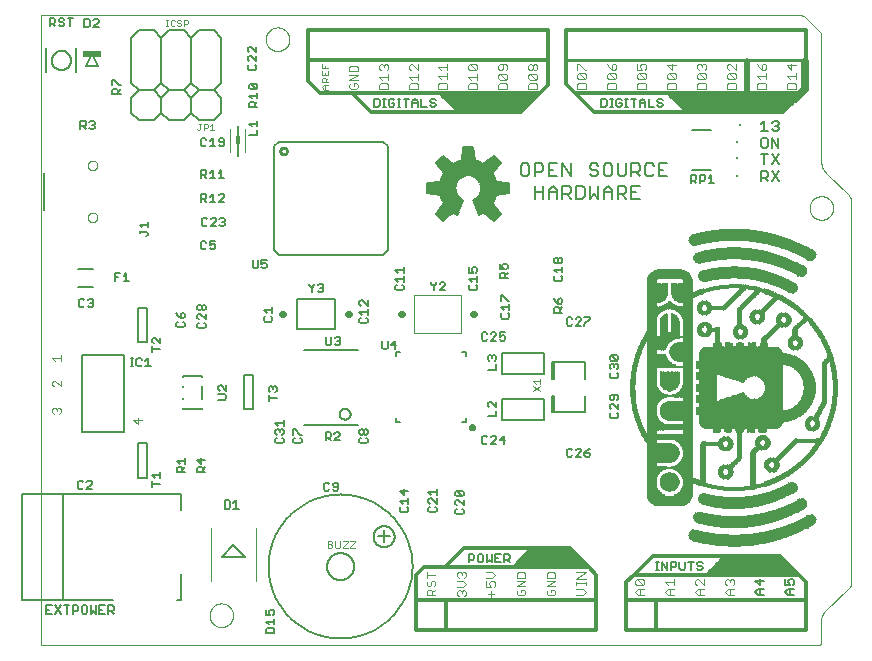
<source format=gto>
G75*
%MOIN*%
%OFA0B0*%
%FSLAX25Y25*%
%IPPOS*%
%LPD*%
%AMOC8*
5,1,8,0,0,1.08239X$1,22.5*
%
%ADD10C,0.01200*%
%ADD11C,0.01000*%
%ADD12C,0.00400*%
%ADD13C,0.00500*%
%ADD14C,0.00300*%
%ADD15C,0.00000*%
%ADD16C,0.01600*%
%ADD17R,0.00100X0.03600*%
%ADD18R,0.00100X0.06200*%
%ADD19R,0.00100X0.08200*%
%ADD20R,0.00100X0.09800*%
%ADD21R,0.00100X0.11000*%
%ADD22R,0.00100X0.12200*%
%ADD23R,0.00100X0.13400*%
%ADD24R,0.00100X0.14400*%
%ADD25R,0.00100X0.15200*%
%ADD26R,0.00100X0.16000*%
%ADD27R,0.00100X0.17000*%
%ADD28R,0.00100X0.17600*%
%ADD29R,0.00100X0.18400*%
%ADD30R,0.00100X0.19200*%
%ADD31R,0.00100X0.19800*%
%ADD32R,0.00100X0.09600*%
%ADD33R,0.00100X0.07900*%
%ADD34R,0.00100X0.07000*%
%ADD35R,0.00100X0.06500*%
%ADD36R,0.00100X0.06100*%
%ADD37R,0.00100X0.05900*%
%ADD38R,0.00100X0.05600*%
%ADD39R,0.00100X0.05400*%
%ADD40R,0.00100X0.05200*%
%ADD41R,0.00100X0.05100*%
%ADD42R,0.00100X0.04800*%
%ADD43R,0.00100X0.04600*%
%ADD44R,0.00100X0.04500*%
%ADD45R,0.00100X0.04400*%
%ADD46R,0.00100X0.04300*%
%ADD47R,0.00100X0.04200*%
%ADD48R,0.00100X0.04100*%
%ADD49R,0.00100X0.04000*%
%ADD50R,0.00100X0.03800*%
%ADD51R,0.00100X0.03700*%
%ADD52R,0.00100X0.03500*%
%ADD53R,0.00100X0.03300*%
%ADD54R,0.00100X0.03200*%
%ADD55R,0.00100X0.03100*%
%ADD56R,0.00100X0.03000*%
%ADD57R,0.00100X0.71800*%
%ADD58R,0.00100X0.72800*%
%ADD59R,0.00100X0.73600*%
%ADD60R,0.00100X0.74000*%
%ADD61R,0.00100X0.74400*%
%ADD62R,0.00100X0.74800*%
%ADD63R,0.00100X0.75200*%
%ADD64R,0.00100X0.75400*%
%ADD65R,0.00100X0.75800*%
%ADD66R,0.00100X0.76000*%
%ADD67R,0.00100X0.76200*%
%ADD68R,0.00100X0.76400*%
%ADD69R,0.00100X0.76600*%
%ADD70R,0.00100X0.76800*%
%ADD71R,0.00100X0.77000*%
%ADD72R,0.00100X0.77200*%
%ADD73R,0.00100X0.77400*%
%ADD74R,0.00100X0.77600*%
%ADD75R,0.00100X0.77800*%
%ADD76R,0.00100X0.78000*%
%ADD77R,0.00100X0.78200*%
%ADD78R,0.00100X0.78400*%
%ADD79R,0.00100X0.78600*%
%ADD80R,0.00100X0.04700*%
%ADD81R,0.00100X0.08000*%
%ADD82R,0.00100X0.05500*%
%ADD83R,0.00100X0.01700*%
%ADD84R,0.00100X0.06400*%
%ADD85R,0.00100X0.06800*%
%ADD86R,0.00100X0.07300*%
%ADD87R,0.00100X0.06600*%
%ADD88R,0.00100X0.05800*%
%ADD89R,0.00100X0.05700*%
%ADD90R,0.00100X0.02900*%
%ADD91R,0.00100X0.05000*%
%ADD92R,0.00100X0.02700*%
%ADD93R,0.00100X0.03900*%
%ADD94R,0.00100X0.02800*%
%ADD95R,0.00100X0.05300*%
%ADD96R,0.00100X0.02600*%
%ADD97R,0.00100X0.02500*%
%ADD98R,0.00100X0.02400*%
%ADD99R,0.00100X0.03400*%
%ADD100R,0.00100X0.02300*%
%ADD101R,0.00100X0.02200*%
%ADD102R,0.00100X0.02100*%
%ADD103R,0.00100X0.10000*%
%ADD104R,0.00100X0.01600*%
%ADD105R,0.00100X0.01500*%
%ADD106R,0.00100X0.10300*%
%ADD107R,0.00100X0.02000*%
%ADD108R,0.00100X0.06300*%
%ADD109R,0.00100X0.10500*%
%ADD110R,0.00100X0.01900*%
%ADD111R,0.00100X0.10700*%
%ADD112R,0.00100X0.01800*%
%ADD113R,0.00100X0.10900*%
%ADD114R,0.00100X0.11100*%
%ADD115R,0.00100X0.11200*%
%ADD116R,0.00100X0.11300*%
%ADD117R,0.00100X0.11400*%
%ADD118R,0.00100X0.06000*%
%ADD119R,0.00100X0.11500*%
%ADD120R,0.00100X0.01400*%
%ADD121R,0.00100X0.11600*%
%ADD122R,0.00100X0.11700*%
%ADD123R,0.00100X0.01300*%
%ADD124R,0.00100X0.11800*%
%ADD125R,0.00100X0.11900*%
%ADD126R,0.00100X0.01200*%
%ADD127R,0.00100X0.01100*%
%ADD128R,0.00100X0.12000*%
%ADD129R,0.00100X0.12100*%
%ADD130R,0.00100X0.01000*%
%ADD131R,0.00100X0.00900*%
%ADD132R,0.00100X0.10800*%
%ADD133R,0.00100X0.00800*%
%ADD134R,0.00100X0.09200*%
%ADD135R,0.00100X0.09100*%
%ADD136R,0.00100X0.09000*%
%ADD137R,0.00100X0.08800*%
%ADD138R,0.00100X0.04900*%
%ADD139R,0.00100X0.08600*%
%ADD140R,0.00100X0.08400*%
%ADD141R,0.00100X0.08300*%
%ADD142R,0.00100X0.08100*%
%ADD143R,0.00100X0.07800*%
%ADD144R,0.00100X0.07700*%
%ADD145R,0.00100X0.07600*%
%ADD146R,0.00100X0.07500*%
%ADD147R,0.00100X0.07200*%
%ADD148R,0.00100X0.07100*%
%ADD149R,0.00100X0.06900*%
%ADD150R,0.00100X0.00100*%
%ADD151R,0.00100X0.00200*%
%ADD152R,0.00100X0.75600*%
%ADD153R,0.00100X0.75000*%
%ADD154R,0.00100X0.74600*%
%ADD155R,0.00100X0.74200*%
%ADD156R,0.00100X0.73800*%
%ADD157R,0.00100X0.73200*%
%ADD158R,0.00100X0.72600*%
%ADD159R,0.00100X0.71200*%
%ADD160R,0.00100X0.23800*%
%ADD161R,0.00100X0.24400*%
%ADD162R,0.00100X0.24800*%
%ADD163R,0.00100X0.25200*%
%ADD164R,0.00100X0.14000*%
%ADD165R,0.00100X0.25400*%
%ADD166R,0.00100X0.25800*%
%ADD167R,0.00100X0.14600*%
%ADD168R,0.00100X0.26000*%
%ADD169R,0.00100X0.14700*%
%ADD170R,0.00100X0.26200*%
%ADD171R,0.00100X0.14800*%
%ADD172R,0.00100X0.26400*%
%ADD173R,0.00100X0.14900*%
%ADD174R,0.00100X0.26600*%
%ADD175R,0.00100X0.15000*%
%ADD176R,0.00100X0.26800*%
%ADD177R,0.00100X0.15100*%
%ADD178R,0.00100X0.27000*%
%ADD179R,0.00100X0.27200*%
%ADD180R,0.00100X0.27400*%
%ADD181R,0.00100X0.15300*%
%ADD182R,0.00100X0.27600*%
%ADD183R,0.00100X0.28600*%
%ADD184R,0.00100X0.28700*%
%ADD185R,0.00100X0.29900*%
%ADD186R,0.00100X0.30000*%
%ADD187R,0.00100X0.30100*%
%ADD188R,0.00100X0.35200*%
%ADD189R,0.00100X0.15800*%
%ADD190R,0.00100X0.10600*%
%ADD191R,0.00100X0.15900*%
%ADD192R,0.00100X0.16100*%
%ADD193R,0.00100X0.09900*%
%ADD194R,0.00100X0.10100*%
%ADD195R,0.00100X0.10200*%
%ADD196R,0.00100X0.12300*%
%ADD197R,0.00100X0.12600*%
%ADD198R,0.00100X0.12500*%
%ADD199R,0.00100X0.12700*%
%ADD200R,0.00100X0.12800*%
%ADD201R,0.00100X0.12900*%
%ADD202R,0.00100X0.23100*%
%ADD203R,0.00100X0.23000*%
%ADD204R,0.00100X0.07400*%
%ADD205R,0.00100X0.13000*%
%ADD206R,0.00100X0.22900*%
%ADD207R,0.00100X0.22800*%
%ADD208R,0.00100X0.13100*%
%ADD209R,0.00100X0.22700*%
%ADD210R,0.00100X0.22600*%
%ADD211R,0.00100X0.22500*%
%ADD212R,0.00100X0.13200*%
%ADD213R,0.00100X0.22400*%
%ADD214R,0.00100X0.22300*%
%ADD215R,0.00100X0.13300*%
%ADD216R,0.00100X0.22200*%
%ADD217R,0.00100X0.22000*%
%ADD218R,0.00100X0.13500*%
%ADD219R,0.00100X0.00500*%
%ADD220R,0.00100X0.13600*%
%ADD221R,0.00100X0.13700*%
%ADD222R,0.00100X0.13800*%
%ADD223R,0.00100X0.13900*%
%ADD224R,0.00100X0.10400*%
%ADD225R,0.00100X0.14100*%
%ADD226R,0.00100X0.15400*%
%ADD227R,0.00100X0.15700*%
%ADD228R,0.00100X0.16500*%
%ADD229R,0.00100X0.17400*%
%ADD230R,0.00100X0.32500*%
%ADD231R,0.00100X0.32600*%
%ADD232R,0.00100X0.28900*%
%ADD233R,0.00100X0.28800*%
%ADD234R,0.00100X0.00400*%
%ADD235R,0.00100X0.00600*%
%ADD236R,0.00100X0.16800*%
%ADD237R,0.00100X0.16600*%
%ADD238R,0.00100X0.16400*%
%ADD239R,0.00100X0.16200*%
%ADD240R,0.00100X0.15600*%
%ADD241R,0.00100X0.14200*%
%ADD242R,0.00100X0.00300*%
%ADD243R,0.00100X0.16300*%
%ADD244R,0.00100X0.15500*%
%ADD245C,0.00197*%
%ADD246C,0.01969*%
%ADD247C,0.00800*%
%ADD248C,0.02200*%
%ADD249C,0.00600*%
%ADD250C,0.00276*%
%ADD251R,0.01181X0.02756*%
%ADD252R,0.06200X0.02400*%
%ADD253R,0.00984X0.00984*%
%ADD254C,0.00591*%
D10*
X0151130Y0009800D02*
X0151130Y0019800D01*
X0161130Y0019800D01*
X0161130Y0009800D01*
X0151130Y0009800D01*
X0161130Y0009800D02*
X0211130Y0009800D01*
X0211130Y0019800D01*
X0211130Y0028300D01*
X0208630Y0030800D01*
X0183530Y0030800D01*
X0189830Y0037100D01*
X0202330Y0037100D01*
X0208630Y0030800D01*
X0160630Y0030800D01*
X0166930Y0037100D01*
X0192830Y0037100D01*
X0189400Y0036670D02*
X0202760Y0036670D01*
X0203958Y0035472D02*
X0188202Y0035472D01*
X0187003Y0034273D02*
X0205157Y0034273D01*
X0206355Y0033075D02*
X0185805Y0033075D01*
X0184606Y0031876D02*
X0207554Y0031876D01*
X0211130Y0019800D02*
X0161130Y0019800D01*
X0151130Y0019800D02*
X0151130Y0028300D01*
X0153630Y0030800D01*
X0160630Y0030800D01*
X0169354Y0077257D02*
X0169356Y0077301D01*
X0169362Y0077345D01*
X0169372Y0077388D01*
X0169385Y0077430D01*
X0169402Y0077471D01*
X0169423Y0077510D01*
X0169447Y0077547D01*
X0169474Y0077582D01*
X0169504Y0077614D01*
X0169537Y0077644D01*
X0169573Y0077670D01*
X0169610Y0077694D01*
X0169650Y0077713D01*
X0169691Y0077730D01*
X0169734Y0077742D01*
X0169777Y0077751D01*
X0169821Y0077756D01*
X0169865Y0077757D01*
X0169909Y0077754D01*
X0169953Y0077747D01*
X0169996Y0077736D01*
X0170038Y0077722D01*
X0170078Y0077704D01*
X0170117Y0077682D01*
X0170153Y0077658D01*
X0170187Y0077630D01*
X0170219Y0077599D01*
X0170248Y0077565D01*
X0170274Y0077529D01*
X0170296Y0077491D01*
X0170315Y0077451D01*
X0170330Y0077409D01*
X0170342Y0077367D01*
X0170350Y0077323D01*
X0170354Y0077279D01*
X0170354Y0077235D01*
X0170350Y0077191D01*
X0170342Y0077147D01*
X0170330Y0077105D01*
X0170315Y0077063D01*
X0170296Y0077023D01*
X0170274Y0076985D01*
X0170248Y0076949D01*
X0170219Y0076915D01*
X0170187Y0076884D01*
X0170153Y0076856D01*
X0170117Y0076832D01*
X0170078Y0076810D01*
X0170038Y0076792D01*
X0169996Y0076778D01*
X0169953Y0076767D01*
X0169909Y0076760D01*
X0169865Y0076757D01*
X0169821Y0076758D01*
X0169777Y0076763D01*
X0169734Y0076772D01*
X0169691Y0076784D01*
X0169650Y0076801D01*
X0169610Y0076820D01*
X0169573Y0076844D01*
X0169537Y0076870D01*
X0169504Y0076900D01*
X0169474Y0076932D01*
X0169447Y0076967D01*
X0169423Y0077004D01*
X0169402Y0077043D01*
X0169385Y0077084D01*
X0169372Y0077126D01*
X0169362Y0077169D01*
X0169356Y0077213D01*
X0169354Y0077257D01*
X0223630Y0028300D02*
X0229930Y0034600D01*
X0254430Y0034600D01*
X0254230Y0034600D02*
X0247930Y0028300D01*
X0278630Y0028300D01*
X0272330Y0034600D01*
X0254230Y0034600D01*
X0253903Y0034273D02*
X0272657Y0034273D01*
X0273855Y0033075D02*
X0252705Y0033075D01*
X0251506Y0031876D02*
X0275054Y0031876D01*
X0276252Y0030678D02*
X0250308Y0030678D01*
X0249109Y0029479D02*
X0277451Y0029479D01*
X0278630Y0028300D02*
X0281130Y0025800D01*
X0281130Y0019800D01*
X0231130Y0019800D01*
X0231130Y0009800D01*
X0221130Y0009800D01*
X0221130Y0019800D01*
X0231130Y0019800D01*
X0221130Y0019800D02*
X0221130Y0025800D01*
X0223630Y0028300D01*
X0278630Y0028300D01*
X0281130Y0019800D02*
X0281130Y0009800D01*
X0231130Y0009800D01*
X0240930Y0182500D02*
X0210430Y0182500D01*
X0201130Y0191800D01*
X0201130Y0199997D01*
X0201130Y0209800D01*
X0281130Y0209800D01*
X0281130Y0199997D01*
X0279742Y0188800D02*
X0273442Y0182500D01*
X0241330Y0182500D01*
X0235030Y0188800D01*
X0279742Y0188800D01*
X0278625Y0187683D02*
X0236147Y0187683D01*
X0237346Y0186484D02*
X0277427Y0186484D01*
X0276228Y0185286D02*
X0238544Y0185286D01*
X0239743Y0184087D02*
X0275029Y0184087D01*
X0273831Y0182889D02*
X0240941Y0182889D01*
X0266630Y0188800D02*
X0204230Y0188800D01*
X0195130Y0191513D02*
X0195130Y0199800D01*
X0195130Y0209800D01*
X0115130Y0209800D01*
X0115130Y0199800D01*
X0195130Y0199800D01*
X0195130Y0191513D02*
X0192417Y0188800D01*
X0186117Y0182500D01*
X0185867Y0182500D02*
X0136030Y0182500D01*
X0129730Y0188800D01*
X0192417Y0188800D01*
X0190774Y0188550D02*
X0184880Y0182550D01*
X0165280Y0182550D01*
X0159280Y0188550D01*
X0190774Y0188550D01*
X0189922Y0187683D02*
X0160147Y0187683D01*
X0161346Y0186484D02*
X0188745Y0186484D01*
X0187567Y0185286D02*
X0162544Y0185286D01*
X0163743Y0184087D02*
X0186390Y0184087D01*
X0185213Y0182889D02*
X0164941Y0182889D01*
X0129730Y0188800D02*
X0119130Y0188800D01*
X0115130Y0192800D01*
X0115130Y0199800D01*
D11*
X0105769Y0169548D02*
X0105771Y0169615D01*
X0105777Y0169681D01*
X0105787Y0169747D01*
X0105801Y0169812D01*
X0105818Y0169876D01*
X0105840Y0169939D01*
X0105865Y0170001D01*
X0105894Y0170061D01*
X0105927Y0170119D01*
X0105962Y0170175D01*
X0106002Y0170229D01*
X0106044Y0170280D01*
X0106089Y0170329D01*
X0106137Y0170375D01*
X0106188Y0170418D01*
X0106241Y0170458D01*
X0106297Y0170495D01*
X0106355Y0170528D01*
X0106414Y0170558D01*
X0106475Y0170584D01*
X0106538Y0170607D01*
X0106602Y0170625D01*
X0106667Y0170640D01*
X0106733Y0170651D01*
X0106799Y0170658D01*
X0106865Y0170661D01*
X0106932Y0170660D01*
X0106998Y0170655D01*
X0107064Y0170646D01*
X0107130Y0170633D01*
X0107194Y0170616D01*
X0107257Y0170596D01*
X0107319Y0170571D01*
X0107380Y0170543D01*
X0107439Y0170512D01*
X0107495Y0170477D01*
X0107550Y0170439D01*
X0107602Y0170397D01*
X0107651Y0170352D01*
X0107698Y0170305D01*
X0107742Y0170255D01*
X0107782Y0170202D01*
X0107820Y0170147D01*
X0107854Y0170090D01*
X0107885Y0170031D01*
X0107912Y0169970D01*
X0107935Y0169908D01*
X0107955Y0169844D01*
X0107971Y0169779D01*
X0107983Y0169714D01*
X0107991Y0169648D01*
X0107995Y0169581D01*
X0107995Y0169515D01*
X0107991Y0169448D01*
X0107983Y0169382D01*
X0107971Y0169317D01*
X0107955Y0169252D01*
X0107935Y0169188D01*
X0107912Y0169126D01*
X0107885Y0169065D01*
X0107854Y0169006D01*
X0107820Y0168949D01*
X0107782Y0168894D01*
X0107742Y0168841D01*
X0107698Y0168791D01*
X0107651Y0168744D01*
X0107602Y0168699D01*
X0107550Y0168657D01*
X0107495Y0168619D01*
X0107438Y0168584D01*
X0107380Y0168553D01*
X0107319Y0168525D01*
X0107257Y0168500D01*
X0107194Y0168480D01*
X0107130Y0168463D01*
X0107064Y0168450D01*
X0106998Y0168441D01*
X0106932Y0168436D01*
X0106865Y0168435D01*
X0106799Y0168438D01*
X0106733Y0168445D01*
X0106667Y0168456D01*
X0106602Y0168471D01*
X0106538Y0168489D01*
X0106475Y0168512D01*
X0106414Y0168538D01*
X0106355Y0168568D01*
X0106297Y0168601D01*
X0106241Y0168638D01*
X0106188Y0168678D01*
X0106137Y0168721D01*
X0106089Y0168767D01*
X0106044Y0168816D01*
X0106002Y0168867D01*
X0105962Y0168921D01*
X0105927Y0168977D01*
X0105894Y0169035D01*
X0105865Y0169095D01*
X0105840Y0169157D01*
X0105818Y0169220D01*
X0105801Y0169284D01*
X0105787Y0169349D01*
X0105777Y0169415D01*
X0105771Y0169481D01*
X0105769Y0169548D01*
X0201130Y0199997D02*
X0281130Y0199997D01*
D12*
X0277605Y0198110D02*
X0274577Y0198110D01*
X0276091Y0196596D01*
X0276091Y0198615D01*
X0277605Y0195461D02*
X0277605Y0193442D01*
X0277605Y0194452D02*
X0274577Y0194452D01*
X0275587Y0193442D01*
X0275082Y0192307D02*
X0274577Y0191802D01*
X0274577Y0190288D01*
X0277605Y0190288D01*
X0277605Y0191802D01*
X0277101Y0192307D01*
X0275082Y0192307D01*
X0267855Y0191802D02*
X0267855Y0190288D01*
X0264827Y0190288D01*
X0264827Y0191802D01*
X0265332Y0192307D01*
X0267351Y0192307D01*
X0267855Y0191802D01*
X0267855Y0193442D02*
X0267855Y0195461D01*
X0267855Y0194452D02*
X0264827Y0194452D01*
X0265837Y0193442D01*
X0266341Y0196596D02*
X0266341Y0198110D01*
X0266846Y0198615D01*
X0267351Y0198615D01*
X0267855Y0198110D01*
X0267855Y0197101D01*
X0267351Y0196596D01*
X0266341Y0196596D01*
X0265332Y0197605D01*
X0264827Y0198615D01*
X0257855Y0198652D02*
X0257855Y0196634D01*
X0255837Y0198652D01*
X0255332Y0198652D01*
X0254827Y0198147D01*
X0254827Y0197138D01*
X0255332Y0196634D01*
X0255332Y0195498D02*
X0257351Y0193480D01*
X0257855Y0193984D01*
X0257855Y0194994D01*
X0257351Y0195498D01*
X0255332Y0195498D01*
X0254827Y0194994D01*
X0254827Y0193984D01*
X0255332Y0193480D01*
X0257351Y0193480D01*
X0257351Y0192344D02*
X0255332Y0192344D01*
X0254827Y0191840D01*
X0254827Y0190326D01*
X0257855Y0190326D01*
X0257855Y0191840D01*
X0257351Y0192344D01*
X0247855Y0191840D02*
X0247855Y0190326D01*
X0244827Y0190326D01*
X0244827Y0191840D01*
X0245332Y0192344D01*
X0247351Y0192344D01*
X0247855Y0191840D01*
X0247351Y0193480D02*
X0245332Y0193480D01*
X0244827Y0193984D01*
X0244827Y0194994D01*
X0245332Y0195498D01*
X0247351Y0193480D01*
X0247855Y0193984D01*
X0247855Y0194994D01*
X0247351Y0195498D01*
X0245332Y0195498D01*
X0245332Y0196634D02*
X0244827Y0197138D01*
X0244827Y0198147D01*
X0245332Y0198652D01*
X0245837Y0198652D01*
X0246341Y0198147D01*
X0246846Y0198652D01*
X0247351Y0198652D01*
X0247855Y0198147D01*
X0247855Y0197138D01*
X0247351Y0196634D01*
X0246341Y0197643D02*
X0246341Y0198147D01*
X0237855Y0198147D02*
X0234827Y0198147D01*
X0236341Y0196634D01*
X0236341Y0198652D01*
X0235332Y0195498D02*
X0237351Y0193480D01*
X0237855Y0193984D01*
X0237855Y0194994D01*
X0237351Y0195498D01*
X0235332Y0195498D01*
X0234827Y0194994D01*
X0234827Y0193984D01*
X0235332Y0193480D01*
X0237351Y0193480D01*
X0237351Y0192344D02*
X0235332Y0192344D01*
X0234827Y0191840D01*
X0234827Y0190326D01*
X0237855Y0190326D01*
X0237855Y0191840D01*
X0237351Y0192344D01*
X0227855Y0191840D02*
X0227855Y0190326D01*
X0224827Y0190326D01*
X0224827Y0191840D01*
X0225332Y0192344D01*
X0227351Y0192344D01*
X0227855Y0191840D01*
X0227351Y0193480D02*
X0225332Y0193480D01*
X0224827Y0193984D01*
X0224827Y0194994D01*
X0225332Y0195498D01*
X0227351Y0193480D01*
X0227855Y0193984D01*
X0227855Y0194994D01*
X0227351Y0195498D01*
X0225332Y0195498D01*
X0224827Y0196634D02*
X0226341Y0196634D01*
X0225837Y0197643D01*
X0225837Y0198147D01*
X0226341Y0198652D01*
X0227351Y0198652D01*
X0227855Y0198147D01*
X0227855Y0197138D01*
X0227351Y0196634D01*
X0224827Y0196634D02*
X0224827Y0198652D01*
X0217855Y0198147D02*
X0217855Y0197138D01*
X0217351Y0196634D01*
X0216341Y0196634D01*
X0216341Y0198147D01*
X0216846Y0198652D01*
X0217351Y0198652D01*
X0217855Y0198147D01*
X0216341Y0196634D02*
X0215332Y0197643D01*
X0214827Y0198652D01*
X0215332Y0195498D02*
X0217351Y0193480D01*
X0217855Y0193984D01*
X0217855Y0194994D01*
X0217351Y0195498D01*
X0215332Y0195498D01*
X0214827Y0194994D01*
X0214827Y0193984D01*
X0215332Y0193480D01*
X0217351Y0193480D01*
X0217351Y0192344D02*
X0215332Y0192344D01*
X0214827Y0191840D01*
X0214827Y0190326D01*
X0217855Y0190326D01*
X0217855Y0191840D01*
X0217351Y0192344D01*
X0207855Y0191840D02*
X0207855Y0190326D01*
X0204827Y0190326D01*
X0204827Y0191840D01*
X0205332Y0192344D01*
X0207351Y0192344D01*
X0207855Y0191840D01*
X0207351Y0193480D02*
X0205332Y0195498D01*
X0207351Y0195498D01*
X0207855Y0194994D01*
X0207855Y0193984D01*
X0207351Y0193480D01*
X0205332Y0193480D01*
X0204827Y0193984D01*
X0204827Y0194994D01*
X0205332Y0195498D01*
X0204827Y0196634D02*
X0204827Y0198652D01*
X0205332Y0198652D01*
X0207351Y0196634D01*
X0207855Y0196634D01*
X0191461Y0196994D02*
X0190957Y0196490D01*
X0190452Y0196490D01*
X0189948Y0196994D01*
X0189948Y0198004D01*
X0190452Y0198508D01*
X0190957Y0198508D01*
X0191461Y0198004D01*
X0191461Y0196994D01*
X0189948Y0196994D02*
X0189443Y0196490D01*
X0188938Y0196490D01*
X0188434Y0196994D01*
X0188434Y0198004D01*
X0188938Y0198508D01*
X0189443Y0198508D01*
X0189948Y0198004D01*
X0188938Y0195354D02*
X0190957Y0195354D01*
X0191461Y0194850D01*
X0191461Y0193841D01*
X0190957Y0193336D01*
X0188938Y0195354D01*
X0188434Y0194850D01*
X0188434Y0193841D01*
X0188938Y0193336D01*
X0190957Y0193336D01*
X0190957Y0192201D02*
X0188938Y0192201D01*
X0188434Y0191696D01*
X0188434Y0190182D01*
X0191461Y0190182D01*
X0191461Y0191696D01*
X0190957Y0192201D01*
X0181461Y0191696D02*
X0181461Y0190182D01*
X0178434Y0190182D01*
X0178434Y0191696D01*
X0178938Y0192201D01*
X0180957Y0192201D01*
X0181461Y0191696D01*
X0180957Y0193336D02*
X0178938Y0195354D01*
X0180957Y0195354D01*
X0181461Y0194850D01*
X0181461Y0193841D01*
X0180957Y0193336D01*
X0178938Y0193336D01*
X0178434Y0193841D01*
X0178434Y0194850D01*
X0178938Y0195354D01*
X0178938Y0196490D02*
X0179443Y0196490D01*
X0179948Y0196994D01*
X0179948Y0198508D01*
X0180957Y0198508D02*
X0178938Y0198508D01*
X0178434Y0198004D01*
X0178434Y0196994D01*
X0178938Y0196490D01*
X0180957Y0196490D02*
X0181461Y0196994D01*
X0181461Y0198004D01*
X0180957Y0198508D01*
X0171461Y0198004D02*
X0171461Y0196994D01*
X0170957Y0196490D01*
X0168938Y0198508D01*
X0170957Y0198508D01*
X0171461Y0198004D01*
X0170957Y0196490D02*
X0168938Y0196490D01*
X0168434Y0196994D01*
X0168434Y0198004D01*
X0168938Y0198508D01*
X0171461Y0195354D02*
X0171461Y0193336D01*
X0171461Y0194345D02*
X0168434Y0194345D01*
X0169443Y0193336D01*
X0168938Y0192201D02*
X0168434Y0191696D01*
X0168434Y0190182D01*
X0171461Y0190182D01*
X0171461Y0191696D01*
X0170957Y0192201D01*
X0168938Y0192201D01*
X0161461Y0191802D02*
X0161461Y0190288D01*
X0158434Y0190288D01*
X0158434Y0191802D01*
X0158938Y0192307D01*
X0160957Y0192307D01*
X0161461Y0191802D01*
X0161461Y0193442D02*
X0161461Y0195461D01*
X0161461Y0194452D02*
X0158434Y0194452D01*
X0159443Y0193442D01*
X0159443Y0196596D02*
X0158434Y0197605D01*
X0161461Y0197605D01*
X0161461Y0196596D02*
X0161461Y0198615D01*
X0151855Y0198508D02*
X0151855Y0196490D01*
X0149837Y0198508D01*
X0149332Y0198508D01*
X0148827Y0198004D01*
X0148827Y0196994D01*
X0149332Y0196490D01*
X0148827Y0194345D02*
X0151855Y0194345D01*
X0151855Y0193336D02*
X0151855Y0195354D01*
X0149837Y0193336D02*
X0148827Y0194345D01*
X0149332Y0192201D02*
X0148827Y0191696D01*
X0148827Y0190182D01*
X0151855Y0190182D01*
X0151855Y0191696D01*
X0151351Y0192201D01*
X0149332Y0192201D01*
X0141855Y0191696D02*
X0141855Y0190182D01*
X0138827Y0190182D01*
X0138827Y0191696D01*
X0139332Y0192201D01*
X0141351Y0192201D01*
X0141855Y0191696D01*
X0141855Y0193336D02*
X0141855Y0195354D01*
X0141855Y0194345D02*
X0138827Y0194345D01*
X0139837Y0193336D01*
X0139332Y0196490D02*
X0138827Y0196994D01*
X0138827Y0198004D01*
X0139332Y0198508D01*
X0139837Y0198508D01*
X0140341Y0198004D01*
X0140846Y0198508D01*
X0141351Y0198508D01*
X0141855Y0198004D01*
X0141855Y0196994D01*
X0141351Y0196490D01*
X0140341Y0197499D02*
X0140341Y0198004D01*
X0131580Y0197482D02*
X0131121Y0197940D01*
X0129286Y0197940D01*
X0128828Y0197482D01*
X0128828Y0196106D01*
X0131580Y0196106D01*
X0131580Y0197482D01*
X0131580Y0195040D02*
X0128828Y0195040D01*
X0128828Y0193206D02*
X0131580Y0195040D01*
X0131580Y0193206D02*
X0128828Y0193206D01*
X0129286Y0192140D02*
X0128828Y0191682D01*
X0128828Y0190764D01*
X0129286Y0190306D01*
X0131121Y0190306D01*
X0131580Y0190764D01*
X0131580Y0191682D01*
X0131121Y0192140D01*
X0130204Y0192140D01*
X0130204Y0191223D01*
X0133280Y0188950D02*
X0126780Y0188950D01*
X0083802Y0176400D02*
X0082467Y0176400D01*
X0083135Y0176400D02*
X0083135Y0178402D01*
X0082467Y0177734D01*
X0081592Y0177401D02*
X0081258Y0177067D01*
X0080257Y0177067D01*
X0080257Y0176400D02*
X0080257Y0178402D01*
X0081258Y0178402D01*
X0081592Y0178068D01*
X0081592Y0177401D01*
X0079382Y0178402D02*
X0078715Y0178402D01*
X0079048Y0178402D02*
X0079048Y0176734D01*
X0078715Y0176400D01*
X0078381Y0176400D01*
X0078048Y0176734D01*
X0073620Y0211147D02*
X0073620Y0213149D01*
X0074621Y0213149D01*
X0074955Y0212815D01*
X0074955Y0212148D01*
X0074621Y0211814D01*
X0073620Y0211814D01*
X0072745Y0211814D02*
X0072745Y0211481D01*
X0072411Y0211147D01*
X0071744Y0211147D01*
X0071410Y0211481D01*
X0071744Y0212148D02*
X0072411Y0212148D01*
X0072745Y0211814D01*
X0072745Y0212815D02*
X0072411Y0213149D01*
X0071744Y0213149D01*
X0071410Y0212815D01*
X0071410Y0212482D01*
X0071744Y0212148D01*
X0070535Y0211481D02*
X0070201Y0211147D01*
X0069534Y0211147D01*
X0069200Y0211481D01*
X0069200Y0212815D01*
X0069534Y0213149D01*
X0070201Y0213149D01*
X0070535Y0212815D01*
X0068394Y0213149D02*
X0067727Y0213149D01*
X0068061Y0213149D02*
X0068061Y0211147D01*
X0068394Y0211147D02*
X0067727Y0211147D01*
X0150396Y0121615D02*
X0165864Y0121615D01*
X0165880Y0121550D02*
X0165880Y0109050D01*
X0165864Y0108985D02*
X0150396Y0108985D01*
X0150380Y0109050D02*
X0150380Y0121550D01*
X0190072Y0092824D02*
X0192430Y0092824D01*
X0192430Y0092038D02*
X0192430Y0093610D01*
X0190858Y0092038D02*
X0190072Y0092824D01*
X0190072Y0091072D02*
X0192430Y0089500D01*
X0192430Y0091072D02*
X0190072Y0089500D01*
X0186971Y0029129D02*
X0185137Y0029129D01*
X0184678Y0028670D01*
X0184678Y0027294D01*
X0187430Y0027294D01*
X0187430Y0028670D01*
X0186971Y0029129D01*
X0187430Y0026229D02*
X0184678Y0026229D01*
X0184678Y0024394D02*
X0187430Y0026229D01*
X0187430Y0024394D02*
X0184678Y0024394D01*
X0185137Y0023329D02*
X0184678Y0022870D01*
X0184678Y0021953D01*
X0185137Y0021494D01*
X0186971Y0021494D01*
X0187430Y0021953D01*
X0187430Y0022870D01*
X0186971Y0023329D01*
X0186054Y0023329D01*
X0186054Y0022411D01*
X0193180Y0019950D02*
X0199680Y0019950D01*
X0197430Y0021947D02*
X0197430Y0022864D01*
X0196971Y0023323D01*
X0196054Y0023323D01*
X0196054Y0022405D01*
X0195137Y0021488D02*
X0196971Y0021488D01*
X0197430Y0021947D01*
X0195137Y0021488D02*
X0194678Y0021947D01*
X0194678Y0022864D01*
X0195137Y0023323D01*
X0194678Y0024388D02*
X0197430Y0026223D01*
X0194678Y0026223D01*
X0194678Y0027288D02*
X0194678Y0028664D01*
X0195137Y0029123D01*
X0196971Y0029123D01*
X0197430Y0028664D01*
X0197430Y0027288D01*
X0194678Y0027288D01*
X0194678Y0024388D02*
X0197430Y0024388D01*
X0204428Y0024869D02*
X0204428Y0025918D01*
X0204428Y0025393D02*
X0207574Y0025393D01*
X0207574Y0024869D02*
X0207574Y0025918D01*
X0207574Y0027044D02*
X0204428Y0027044D01*
X0207574Y0029141D01*
X0204428Y0029141D01*
X0204428Y0023704D02*
X0206525Y0023704D01*
X0207574Y0022655D01*
X0206525Y0021606D01*
X0204428Y0021606D01*
X0224034Y0022511D02*
X0225083Y0023560D01*
X0227180Y0023560D01*
X0226656Y0024725D02*
X0224558Y0026823D01*
X0226656Y0026823D01*
X0227180Y0026298D01*
X0227180Y0025250D01*
X0226656Y0024725D01*
X0224558Y0024725D01*
X0224034Y0025250D01*
X0224034Y0026298D01*
X0224558Y0026823D01*
X0225607Y0023560D02*
X0225607Y0021463D01*
X0225083Y0021463D02*
X0224034Y0022511D01*
X0225083Y0021463D02*
X0227180Y0021463D01*
X0234034Y0022511D02*
X0235083Y0023560D01*
X0237180Y0023560D01*
X0237180Y0024725D02*
X0237180Y0026823D01*
X0237180Y0025774D02*
X0234034Y0025774D01*
X0235083Y0024725D01*
X0235607Y0023560D02*
X0235607Y0021463D01*
X0235083Y0021463D02*
X0234034Y0022511D01*
X0235083Y0021463D02*
X0237180Y0021463D01*
X0244034Y0022511D02*
X0245083Y0023560D01*
X0247180Y0023560D01*
X0247180Y0024725D02*
X0245083Y0026823D01*
X0244558Y0026823D01*
X0244034Y0026298D01*
X0244034Y0025250D01*
X0244558Y0024725D01*
X0245607Y0023560D02*
X0245607Y0021463D01*
X0245083Y0021463D02*
X0244034Y0022511D01*
X0245083Y0021463D02*
X0247180Y0021463D01*
X0247180Y0024725D02*
X0247180Y0026823D01*
X0254034Y0026298D02*
X0254034Y0025250D01*
X0254558Y0024725D01*
X0255083Y0023560D02*
X0257180Y0023560D01*
X0256656Y0024725D02*
X0257180Y0025250D01*
X0257180Y0026298D01*
X0256656Y0026823D01*
X0256131Y0026823D01*
X0255607Y0026298D01*
X0255607Y0025774D01*
X0255607Y0026298D02*
X0255083Y0026823D01*
X0254558Y0026823D01*
X0254034Y0026298D01*
X0255083Y0023560D02*
X0254034Y0022511D01*
X0255083Y0021463D01*
X0257180Y0021463D01*
X0255607Y0021463D02*
X0255607Y0023560D01*
X0177430Y0024659D02*
X0176925Y0024154D01*
X0177430Y0024659D02*
X0177430Y0025668D01*
X0176925Y0026172D01*
X0175916Y0026172D01*
X0175411Y0025668D01*
X0175411Y0025163D01*
X0175916Y0024154D01*
X0174402Y0024154D01*
X0174402Y0026172D01*
X0174402Y0027308D02*
X0176421Y0027308D01*
X0177430Y0028317D01*
X0176421Y0029326D01*
X0174402Y0029326D01*
X0167680Y0028744D02*
X0167680Y0027761D01*
X0167189Y0027269D01*
X0166697Y0026154D02*
X0164731Y0026154D01*
X0165223Y0027269D02*
X0164731Y0027761D01*
X0164731Y0028744D01*
X0165223Y0029235D01*
X0165714Y0029235D01*
X0166206Y0028744D01*
X0166697Y0029235D01*
X0167189Y0029235D01*
X0167680Y0028744D01*
X0166206Y0028744D02*
X0166206Y0028252D01*
X0166697Y0026154D02*
X0167680Y0025171D01*
X0166697Y0024188D01*
X0164731Y0024188D01*
X0165223Y0023072D02*
X0165714Y0023072D01*
X0166206Y0022581D01*
X0166697Y0023072D01*
X0167189Y0023072D01*
X0167680Y0022581D01*
X0167680Y0021598D01*
X0167189Y0021106D01*
X0166206Y0022089D02*
X0166206Y0022581D01*
X0165223Y0023072D02*
X0164731Y0022581D01*
X0164731Y0021598D01*
X0165223Y0021106D01*
X0157430Y0021500D02*
X0154678Y0021500D01*
X0154678Y0022876D01*
X0155137Y0023335D01*
X0156054Y0023335D01*
X0156513Y0022876D01*
X0156513Y0021500D01*
X0156513Y0022417D02*
X0157430Y0023335D01*
X0156971Y0024400D02*
X0157430Y0024859D01*
X0157430Y0025776D01*
X0156971Y0026235D01*
X0156513Y0026235D01*
X0156054Y0025776D01*
X0156054Y0024859D01*
X0155595Y0024400D01*
X0155137Y0024400D01*
X0154678Y0024859D01*
X0154678Y0025776D01*
X0155137Y0026235D01*
X0154678Y0027300D02*
X0154678Y0029135D01*
X0154678Y0028218D02*
X0157430Y0028218D01*
X0174907Y0022009D02*
X0176925Y0022009D01*
X0175916Y0021000D02*
X0175916Y0023019D01*
X0097630Y0026150D02*
X0097630Y0043950D01*
X0082630Y0043950D02*
X0082630Y0026150D01*
X0058229Y0078553D02*
X0058229Y0080422D01*
X0059630Y0079955D02*
X0056828Y0079955D01*
X0058229Y0078553D01*
X0032630Y0082502D02*
X0032163Y0082035D01*
X0032630Y0082502D02*
X0032630Y0083436D01*
X0032163Y0083903D01*
X0031696Y0083903D01*
X0031229Y0083436D01*
X0031229Y0082969D01*
X0031229Y0083436D02*
X0030762Y0083903D01*
X0030295Y0083903D01*
X0029828Y0083436D01*
X0029828Y0082502D01*
X0030295Y0082035D01*
X0030258Y0091135D02*
X0029791Y0091602D01*
X0029791Y0092536D01*
X0030258Y0093003D01*
X0030725Y0093003D01*
X0032593Y0091135D01*
X0032593Y0093003D01*
X0032630Y0099646D02*
X0032630Y0101515D01*
X0032630Y0100581D02*
X0029828Y0100581D01*
X0030762Y0099646D01*
D13*
X0039080Y0117550D02*
X0039981Y0117550D01*
X0040432Y0118000D01*
X0041577Y0118000D02*
X0042027Y0117550D01*
X0042928Y0117550D01*
X0043378Y0118000D01*
X0043378Y0118451D01*
X0042928Y0118901D01*
X0042477Y0118901D01*
X0042928Y0118901D02*
X0043378Y0119352D01*
X0043378Y0119802D01*
X0042928Y0120252D01*
X0042027Y0120252D01*
X0041577Y0119802D01*
X0040432Y0119802D02*
X0039981Y0120252D01*
X0039080Y0120252D01*
X0038630Y0119802D01*
X0038630Y0118000D01*
X0039080Y0117550D01*
X0050630Y0126050D02*
X0050630Y0128752D01*
X0052432Y0128752D01*
X0053577Y0127852D02*
X0054477Y0128752D01*
X0054477Y0126050D01*
X0053577Y0126050D02*
X0055378Y0126050D01*
X0051531Y0127401D02*
X0050630Y0127401D01*
X0061130Y0141157D02*
X0061580Y0141607D01*
X0061580Y0142058D01*
X0061130Y0142508D01*
X0058878Y0142508D01*
X0058878Y0142058D02*
X0058878Y0142959D01*
X0059778Y0144103D02*
X0058878Y0145004D01*
X0061580Y0145004D01*
X0061580Y0144103D02*
X0061580Y0145905D01*
X0079580Y0146802D02*
X0079580Y0145000D01*
X0080030Y0144550D01*
X0080931Y0144550D01*
X0081382Y0145000D01*
X0082527Y0144550D02*
X0084328Y0146352D01*
X0084328Y0146802D01*
X0083878Y0147252D01*
X0082977Y0147252D01*
X0082527Y0146802D01*
X0081382Y0146802D02*
X0080931Y0147252D01*
X0080030Y0147252D01*
X0079580Y0146802D01*
X0082527Y0144550D02*
X0084328Y0144550D01*
X0085473Y0145000D02*
X0085923Y0144550D01*
X0086824Y0144550D01*
X0087275Y0145000D01*
X0087275Y0145451D01*
X0086824Y0145901D01*
X0086374Y0145901D01*
X0086824Y0145901D02*
X0087275Y0146352D01*
X0087275Y0146802D01*
X0086824Y0147252D01*
X0085923Y0147252D01*
X0085473Y0146802D01*
X0085273Y0152550D02*
X0087075Y0154352D01*
X0087075Y0154802D01*
X0086624Y0155252D01*
X0085723Y0155252D01*
X0085273Y0154802D01*
X0083227Y0155252D02*
X0083227Y0152550D01*
X0082327Y0152550D02*
X0084128Y0152550D01*
X0085273Y0152550D02*
X0087075Y0152550D01*
X0083227Y0155252D02*
X0082327Y0154352D01*
X0081182Y0154802D02*
X0081182Y0153901D01*
X0080731Y0153451D01*
X0079380Y0153451D01*
X0080281Y0153451D02*
X0081182Y0152550D01*
X0079380Y0152550D02*
X0079380Y0155252D01*
X0080731Y0155252D01*
X0081182Y0154802D01*
X0081182Y0160550D02*
X0080281Y0161451D01*
X0080731Y0161451D02*
X0079380Y0161451D01*
X0079380Y0160550D02*
X0079380Y0163252D01*
X0080731Y0163252D01*
X0081182Y0162802D01*
X0081182Y0161901D01*
X0080731Y0161451D01*
X0082327Y0162352D02*
X0083227Y0163252D01*
X0083227Y0160550D01*
X0082327Y0160550D02*
X0084128Y0160550D01*
X0085273Y0160550D02*
X0087075Y0160550D01*
X0086174Y0160550D02*
X0086174Y0163252D01*
X0085273Y0162352D01*
X0091630Y0167932D02*
X0091630Y0177774D01*
X0095428Y0178647D02*
X0098130Y0178647D01*
X0098130Y0177747D02*
X0098130Y0179548D01*
X0096328Y0177747D02*
X0095428Y0178647D01*
X0098130Y0176602D02*
X0098130Y0174800D01*
X0095428Y0174800D01*
X0087075Y0173302D02*
X0087075Y0171500D01*
X0086624Y0171050D01*
X0085723Y0171050D01*
X0085273Y0171500D01*
X0085723Y0172401D02*
X0087075Y0172401D01*
X0087075Y0173302D02*
X0086624Y0173752D01*
X0085723Y0173752D01*
X0085273Y0173302D01*
X0085273Y0172852D01*
X0085723Y0172401D01*
X0084128Y0171050D02*
X0082327Y0171050D01*
X0083227Y0171050D02*
X0083227Y0173752D01*
X0082327Y0172852D01*
X0081182Y0173302D02*
X0080731Y0173752D01*
X0079830Y0173752D01*
X0079380Y0173302D01*
X0079380Y0171500D01*
X0079830Y0171050D01*
X0080731Y0171050D01*
X0081182Y0171500D01*
X0095481Y0184168D02*
X0095481Y0185519D01*
X0095931Y0185970D01*
X0096832Y0185970D01*
X0097282Y0185519D01*
X0097282Y0184168D01*
X0097282Y0185069D02*
X0098183Y0185970D01*
X0098183Y0187115D02*
X0098183Y0188916D01*
X0098183Y0188015D02*
X0095481Y0188015D01*
X0096382Y0187115D01*
X0095931Y0190061D02*
X0095481Y0190512D01*
X0095481Y0191412D01*
X0095931Y0191863D01*
X0097733Y0190061D01*
X0098183Y0190512D01*
X0098183Y0191412D01*
X0097733Y0191863D01*
X0095931Y0191863D01*
X0095931Y0190061D02*
X0097733Y0190061D01*
X0098183Y0184168D02*
X0095481Y0184168D01*
X0095464Y0196515D02*
X0097265Y0196515D01*
X0097715Y0196965D01*
X0097715Y0197866D01*
X0097265Y0198316D01*
X0097715Y0199461D02*
X0095914Y0201263D01*
X0095464Y0201263D01*
X0095013Y0200812D01*
X0095013Y0199911D01*
X0095464Y0199461D01*
X0095464Y0198316D02*
X0095013Y0197866D01*
X0095013Y0196965D01*
X0095464Y0196515D01*
X0097715Y0199461D02*
X0097715Y0201263D01*
X0097715Y0202408D02*
X0095914Y0204209D01*
X0095464Y0204209D01*
X0095013Y0203759D01*
X0095013Y0202858D01*
X0095464Y0202408D01*
X0097715Y0202408D02*
X0097715Y0204209D01*
X0137080Y0187002D02*
X0137080Y0184300D01*
X0138431Y0184300D01*
X0138882Y0184750D01*
X0138882Y0186552D01*
X0138431Y0187002D01*
X0137080Y0187002D01*
X0140027Y0187002D02*
X0140927Y0187002D01*
X0140477Y0187002D02*
X0140477Y0184300D01*
X0140027Y0184300D02*
X0140927Y0184300D01*
X0141991Y0184750D02*
X0141991Y0186552D01*
X0142441Y0187002D01*
X0143342Y0187002D01*
X0143792Y0186552D01*
X0143792Y0185651D02*
X0142892Y0185651D01*
X0143792Y0185651D02*
X0143792Y0184750D01*
X0143342Y0184300D01*
X0142441Y0184300D01*
X0141991Y0184750D01*
X0144937Y0184300D02*
X0145838Y0184300D01*
X0145388Y0184300D02*
X0145388Y0187002D01*
X0145838Y0187002D02*
X0144937Y0187002D01*
X0146902Y0187002D02*
X0148703Y0187002D01*
X0147802Y0187002D02*
X0147802Y0184300D01*
X0149848Y0184300D02*
X0149848Y0186102D01*
X0150749Y0187002D01*
X0151650Y0186102D01*
X0151650Y0184300D01*
X0152795Y0184300D02*
X0154596Y0184300D01*
X0155741Y0184750D02*
X0156192Y0184300D01*
X0157092Y0184300D01*
X0157543Y0184750D01*
X0157543Y0185201D01*
X0157092Y0185651D01*
X0156192Y0185651D01*
X0155741Y0186102D01*
X0155741Y0186552D01*
X0156192Y0187002D01*
X0157092Y0187002D01*
X0157543Y0186552D01*
X0152795Y0187002D02*
X0152795Y0184300D01*
X0151650Y0185651D02*
X0149848Y0185651D01*
X0212830Y0184300D02*
X0214181Y0184300D01*
X0214632Y0184750D01*
X0214632Y0186552D01*
X0214181Y0187002D01*
X0212830Y0187002D01*
X0212830Y0184300D01*
X0215777Y0184300D02*
X0216677Y0184300D01*
X0216227Y0184300D02*
X0216227Y0187002D01*
X0215777Y0187002D02*
X0216677Y0187002D01*
X0217741Y0186552D02*
X0217741Y0184750D01*
X0218191Y0184300D01*
X0219092Y0184300D01*
X0219542Y0184750D01*
X0219542Y0185651D01*
X0218642Y0185651D01*
X0219542Y0186552D02*
X0219092Y0187002D01*
X0218191Y0187002D01*
X0217741Y0186552D01*
X0220687Y0187002D02*
X0221588Y0187002D01*
X0221138Y0187002D02*
X0221138Y0184300D01*
X0221588Y0184300D02*
X0220687Y0184300D01*
X0223552Y0184300D02*
X0223552Y0187002D01*
X0222652Y0187002D02*
X0224453Y0187002D01*
X0225598Y0186102D02*
X0226499Y0187002D01*
X0227400Y0186102D01*
X0227400Y0184300D01*
X0228545Y0184300D02*
X0230346Y0184300D01*
X0231491Y0184750D02*
X0231942Y0184300D01*
X0232842Y0184300D01*
X0233293Y0184750D01*
X0233293Y0185201D01*
X0232842Y0185651D01*
X0231942Y0185651D01*
X0231491Y0186102D01*
X0231491Y0186552D01*
X0231942Y0187002D01*
X0232842Y0187002D01*
X0233293Y0186552D01*
X0228545Y0187002D02*
X0228545Y0184300D01*
X0227400Y0185651D02*
X0225598Y0185651D01*
X0225598Y0186102D02*
X0225598Y0184300D01*
X0242630Y0161502D02*
X0243981Y0161502D01*
X0244432Y0161052D01*
X0244432Y0160151D01*
X0243981Y0159701D01*
X0242630Y0159701D01*
X0243531Y0159701D02*
X0244432Y0158800D01*
X0245577Y0158800D02*
X0245577Y0161502D01*
X0246928Y0161502D01*
X0247378Y0161052D01*
X0247378Y0160151D01*
X0246928Y0159701D01*
X0245577Y0159701D01*
X0248523Y0160602D02*
X0249424Y0161502D01*
X0249424Y0158800D01*
X0248523Y0158800D02*
X0250325Y0158800D01*
X0242630Y0158800D02*
X0242630Y0161502D01*
X0261800Y0188010D02*
X0261800Y0188210D01*
X0276200Y0188010D02*
X0276400Y0188210D01*
X0199667Y0133400D02*
X0199667Y0132500D01*
X0199217Y0132049D01*
X0198767Y0132049D01*
X0198316Y0132500D01*
X0198316Y0133400D01*
X0198767Y0133851D01*
X0199217Y0133851D01*
X0199667Y0133400D01*
X0198316Y0133400D02*
X0197866Y0133851D01*
X0197415Y0133851D01*
X0196965Y0133400D01*
X0196965Y0132500D01*
X0197415Y0132049D01*
X0197866Y0132049D01*
X0198316Y0132500D01*
X0199667Y0130904D02*
X0199667Y0129103D01*
X0199667Y0130004D02*
X0196965Y0130004D01*
X0197866Y0129103D01*
X0197415Y0127958D02*
X0196965Y0127507D01*
X0196965Y0126607D01*
X0197415Y0126156D01*
X0199217Y0126156D01*
X0199667Y0126607D01*
X0199667Y0127507D01*
X0199217Y0127958D01*
X0199323Y0120404D02*
X0198873Y0120404D01*
X0198423Y0119954D01*
X0198423Y0118603D01*
X0199323Y0118603D01*
X0199774Y0119053D01*
X0199774Y0119954D01*
X0199323Y0120404D01*
X0197522Y0119504D02*
X0198423Y0118603D01*
X0198423Y0117458D02*
X0198873Y0117007D01*
X0198873Y0115656D01*
X0199774Y0115656D02*
X0197071Y0115656D01*
X0197071Y0117007D01*
X0197522Y0117458D01*
X0198423Y0117458D01*
X0198873Y0116557D02*
X0199774Y0117458D01*
X0197522Y0119504D02*
X0197071Y0120404D01*
X0201741Y0114052D02*
X0201290Y0113602D01*
X0201290Y0111800D01*
X0201741Y0111350D01*
X0202642Y0111350D01*
X0203092Y0111800D01*
X0204237Y0111350D02*
X0206038Y0113152D01*
X0206038Y0113602D01*
X0205588Y0114052D01*
X0204687Y0114052D01*
X0204237Y0113602D01*
X0203092Y0113602D02*
X0202642Y0114052D01*
X0201741Y0114052D01*
X0204237Y0111350D02*
X0206038Y0111350D01*
X0207183Y0111350D02*
X0207183Y0111800D01*
X0208985Y0113602D01*
X0208985Y0114052D01*
X0207183Y0114052D01*
X0216128Y0101495D02*
X0217930Y0099693D01*
X0218380Y0100143D01*
X0218380Y0101044D01*
X0217930Y0101495D01*
X0216128Y0101495D01*
X0215678Y0101044D01*
X0215678Y0100143D01*
X0216128Y0099693D01*
X0217930Y0099693D01*
X0217930Y0098548D02*
X0218380Y0098098D01*
X0218380Y0097197D01*
X0217930Y0096747D01*
X0217930Y0095602D02*
X0218380Y0095151D01*
X0218380Y0094250D01*
X0217930Y0093800D01*
X0216128Y0093800D01*
X0215678Y0094250D01*
X0215678Y0095151D01*
X0216128Y0095602D01*
X0216128Y0096747D02*
X0215678Y0097197D01*
X0215678Y0098098D01*
X0216128Y0098548D01*
X0216578Y0098548D01*
X0217029Y0098098D01*
X0217479Y0098548D01*
X0217930Y0098548D01*
X0217029Y0098098D02*
X0217029Y0097647D01*
X0217029Y0088245D02*
X0217029Y0086893D01*
X0216578Y0086443D01*
X0216128Y0086443D01*
X0215678Y0086893D01*
X0215678Y0087794D01*
X0216128Y0088245D01*
X0217930Y0088245D01*
X0218380Y0087794D01*
X0218380Y0086893D01*
X0217930Y0086443D01*
X0218380Y0085298D02*
X0218380Y0083497D01*
X0216578Y0085298D01*
X0216128Y0085298D01*
X0215678Y0084848D01*
X0215678Y0083947D01*
X0216128Y0083497D01*
X0216128Y0082352D02*
X0215678Y0081901D01*
X0215678Y0081000D01*
X0216128Y0080550D01*
X0217930Y0080550D01*
X0218380Y0081000D01*
X0218380Y0081901D01*
X0217930Y0082352D01*
X0208985Y0070302D02*
X0208084Y0069852D01*
X0207183Y0068951D01*
X0208535Y0068951D01*
X0208985Y0068501D01*
X0208985Y0068050D01*
X0208535Y0067600D01*
X0207634Y0067600D01*
X0207183Y0068050D01*
X0207183Y0068951D01*
X0206038Y0069402D02*
X0206038Y0069852D01*
X0205588Y0070302D01*
X0204687Y0070302D01*
X0204237Y0069852D01*
X0203092Y0069852D02*
X0202642Y0070302D01*
X0201741Y0070302D01*
X0201290Y0069852D01*
X0201290Y0068050D01*
X0201741Y0067600D01*
X0202642Y0067600D01*
X0203092Y0068050D01*
X0204237Y0067600D02*
X0206038Y0069402D01*
X0206038Y0067600D02*
X0204237Y0067600D01*
X0193717Y0079757D02*
X0179543Y0079757D01*
X0179543Y0086843D01*
X0193717Y0086843D01*
X0193717Y0079757D01*
X0180735Y0073201D02*
X0178933Y0073201D01*
X0180285Y0074552D01*
X0180285Y0071850D01*
X0177788Y0071850D02*
X0175987Y0071850D01*
X0177788Y0073652D01*
X0177788Y0074102D01*
X0177338Y0074552D01*
X0176437Y0074552D01*
X0175987Y0074102D01*
X0174842Y0074102D02*
X0174392Y0074552D01*
X0173491Y0074552D01*
X0173040Y0074102D01*
X0173040Y0072300D01*
X0173491Y0071850D01*
X0174392Y0071850D01*
X0174842Y0072300D01*
X0174984Y0081157D02*
X0177686Y0081157D01*
X0177686Y0082959D01*
X0177686Y0084103D02*
X0175885Y0085905D01*
X0175434Y0085905D01*
X0174984Y0085455D01*
X0174984Y0084554D01*
X0175434Y0084103D01*
X0177686Y0084103D02*
X0177686Y0085905D01*
X0167728Y0080414D02*
X0167728Y0079186D01*
X0166500Y0079186D01*
X0179543Y0095257D02*
X0193717Y0095257D01*
X0193717Y0102343D01*
X0179543Y0102343D01*
X0179543Y0095257D01*
X0177686Y0096657D02*
X0177686Y0098459D01*
X0177236Y0099603D02*
X0177686Y0100054D01*
X0177686Y0100955D01*
X0177236Y0101405D01*
X0176786Y0101405D01*
X0176335Y0100955D01*
X0176335Y0100504D01*
X0176335Y0100955D02*
X0175885Y0101405D01*
X0175434Y0101405D01*
X0174984Y0100955D01*
X0174984Y0100054D01*
X0175434Y0099603D01*
X0174984Y0096657D02*
X0177686Y0096657D01*
X0167728Y0101186D02*
X0167728Y0102414D01*
X0166500Y0102414D01*
X0173040Y0106800D02*
X0173040Y0108602D01*
X0173491Y0109052D01*
X0174392Y0109052D01*
X0174842Y0108602D01*
X0175987Y0108602D02*
X0176437Y0109052D01*
X0177338Y0109052D01*
X0177788Y0108602D01*
X0177788Y0108152D01*
X0175987Y0106350D01*
X0177788Y0106350D01*
X0178933Y0106800D02*
X0179384Y0106350D01*
X0180285Y0106350D01*
X0180735Y0106800D01*
X0180735Y0107701D01*
X0180285Y0108152D01*
X0179834Y0108152D01*
X0178933Y0107701D01*
X0178933Y0109052D01*
X0180735Y0109052D01*
X0181630Y0113710D02*
X0179828Y0113710D01*
X0179378Y0114161D01*
X0179378Y0115062D01*
X0179828Y0115512D01*
X0180278Y0116657D02*
X0179378Y0117558D01*
X0182080Y0117558D01*
X0182080Y0116657D02*
X0182080Y0118459D01*
X0182080Y0119603D02*
X0181630Y0119603D01*
X0179828Y0121405D01*
X0179378Y0121405D01*
X0179378Y0119603D01*
X0181630Y0115512D02*
X0182080Y0115062D01*
X0182080Y0114161D01*
X0181630Y0113710D01*
X0174842Y0106800D02*
X0174392Y0106350D01*
X0173491Y0106350D01*
X0173040Y0106800D01*
X0170930Y0123050D02*
X0171380Y0123500D01*
X0171380Y0124401D01*
X0170930Y0124852D01*
X0171380Y0125997D02*
X0171380Y0127798D01*
X0171380Y0126897D02*
X0168678Y0126897D01*
X0169578Y0125997D01*
X0169128Y0124852D02*
X0168678Y0124401D01*
X0168678Y0123500D01*
X0169128Y0123050D01*
X0170930Y0123050D01*
X0170930Y0128943D02*
X0171380Y0129393D01*
X0171380Y0130294D01*
X0170930Y0130745D01*
X0170029Y0130745D01*
X0169578Y0130294D01*
X0169578Y0129844D01*
X0170029Y0128943D01*
X0168678Y0128943D01*
X0168678Y0130745D01*
X0160735Y0125352D02*
X0160285Y0125802D01*
X0159384Y0125802D01*
X0158933Y0125352D01*
X0157788Y0125352D02*
X0157788Y0125802D01*
X0157788Y0125352D02*
X0156888Y0124451D01*
X0156888Y0123100D01*
X0156888Y0124451D02*
X0155987Y0125352D01*
X0155987Y0125802D01*
X0158933Y0123100D02*
X0160735Y0124902D01*
X0160735Y0125352D01*
X0160735Y0123100D02*
X0158933Y0123100D01*
X0146880Y0123500D02*
X0146430Y0123050D01*
X0144628Y0123050D01*
X0144178Y0123500D01*
X0144178Y0124401D01*
X0144628Y0124852D01*
X0145078Y0125997D02*
X0144178Y0126897D01*
X0146880Y0126897D01*
X0146880Y0125997D02*
X0146880Y0127798D01*
X0146880Y0128943D02*
X0146880Y0130745D01*
X0146880Y0129844D02*
X0144178Y0129844D01*
X0145078Y0128943D01*
X0146430Y0124852D02*
X0146880Y0124401D01*
X0146880Y0123500D01*
X0134880Y0119745D02*
X0134880Y0117943D01*
X0133078Y0119745D01*
X0132628Y0119745D01*
X0132178Y0119294D01*
X0132178Y0118393D01*
X0132628Y0117943D01*
X0132178Y0115897D02*
X0134880Y0115897D01*
X0134880Y0114997D02*
X0134880Y0116798D01*
X0133078Y0114997D02*
X0132178Y0115897D01*
X0132628Y0113852D02*
X0132178Y0113401D01*
X0132178Y0112500D01*
X0132628Y0112050D01*
X0134430Y0112050D01*
X0134880Y0112500D01*
X0134880Y0113401D01*
X0134430Y0113852D01*
X0139750Y0106296D02*
X0139750Y0104044D01*
X0140200Y0103593D01*
X0141101Y0103593D01*
X0141552Y0104044D01*
X0141552Y0106296D01*
X0142697Y0104944D02*
X0144498Y0104944D01*
X0144048Y0103593D02*
X0144048Y0106296D01*
X0142697Y0104944D01*
X0144500Y0102414D02*
X0145728Y0102414D01*
X0144500Y0102414D02*
X0144500Y0101186D01*
X0125685Y0105341D02*
X0125235Y0104891D01*
X0124334Y0104891D01*
X0123883Y0105341D01*
X0122738Y0105341D02*
X0122738Y0107593D01*
X0123883Y0107143D02*
X0124334Y0107593D01*
X0125235Y0107593D01*
X0125685Y0107143D01*
X0125685Y0106692D01*
X0125235Y0106242D01*
X0125685Y0105792D01*
X0125685Y0105341D01*
X0125235Y0106242D02*
X0124784Y0106242D01*
X0122738Y0105341D02*
X0122288Y0104891D01*
X0121387Y0104891D01*
X0120937Y0105341D01*
X0120937Y0107593D01*
X0123929Y0110379D02*
X0111331Y0110379D01*
X0111331Y0120221D01*
X0123929Y0120221D01*
X0123929Y0110379D01*
X0119621Y0122571D02*
X0118720Y0122571D01*
X0118270Y0123021D01*
X0119170Y0123922D02*
X0119621Y0123922D01*
X0120071Y0123472D01*
X0120071Y0123021D01*
X0119621Y0122571D01*
X0119621Y0123922D02*
X0120071Y0124372D01*
X0120071Y0124823D01*
X0119621Y0125273D01*
X0118720Y0125273D01*
X0118270Y0124823D01*
X0117125Y0124823D02*
X0117125Y0125273D01*
X0117125Y0124823D02*
X0116224Y0123922D01*
X0116224Y0122571D01*
X0116224Y0123922D02*
X0115323Y0124823D01*
X0115323Y0125273D01*
X0103080Y0117405D02*
X0103080Y0115603D01*
X0103080Y0116504D02*
X0100378Y0116504D01*
X0101278Y0115603D01*
X0100828Y0114459D02*
X0100378Y0114008D01*
X0100378Y0113107D01*
X0100828Y0112657D01*
X0102630Y0112657D01*
X0103080Y0113107D01*
X0103080Y0114008D01*
X0102630Y0114459D01*
X0100823Y0130463D02*
X0099923Y0130463D01*
X0099472Y0130914D01*
X0099472Y0131815D02*
X0100373Y0132265D01*
X0100823Y0132265D01*
X0101274Y0131815D01*
X0101274Y0130914D01*
X0100823Y0130463D01*
X0099472Y0131815D02*
X0099472Y0133166D01*
X0101274Y0133166D01*
X0098327Y0133166D02*
X0098327Y0130914D01*
X0097877Y0130463D01*
X0096976Y0130463D01*
X0096526Y0130914D01*
X0096526Y0133166D01*
X0084128Y0137200D02*
X0083678Y0136750D01*
X0082777Y0136750D01*
X0082327Y0137200D01*
X0082327Y0138101D02*
X0083227Y0138552D01*
X0083678Y0138552D01*
X0084128Y0138101D01*
X0084128Y0137200D01*
X0082327Y0138101D02*
X0082327Y0139452D01*
X0084128Y0139452D01*
X0081182Y0139002D02*
X0080731Y0139452D01*
X0079830Y0139452D01*
X0079380Y0139002D01*
X0079380Y0137200D01*
X0079830Y0136750D01*
X0080731Y0136750D01*
X0081182Y0137200D01*
X0080430Y0118245D02*
X0080880Y0117794D01*
X0080880Y0116893D01*
X0080430Y0116443D01*
X0079979Y0116443D01*
X0079529Y0116893D01*
X0079529Y0117794D01*
X0079979Y0118245D01*
X0080430Y0118245D01*
X0079529Y0117794D02*
X0079078Y0118245D01*
X0078628Y0118245D01*
X0078178Y0117794D01*
X0078178Y0116893D01*
X0078628Y0116443D01*
X0079078Y0116443D01*
X0079529Y0116893D01*
X0079078Y0115298D02*
X0078628Y0115298D01*
X0078178Y0114848D01*
X0078178Y0113947D01*
X0078628Y0113497D01*
X0078628Y0112352D02*
X0078178Y0111901D01*
X0078178Y0111000D01*
X0078628Y0110550D01*
X0080430Y0110550D01*
X0080880Y0111000D01*
X0080880Y0111901D01*
X0080430Y0112352D01*
X0080880Y0113497D02*
X0079078Y0115298D01*
X0080880Y0115298D02*
X0080880Y0113497D01*
X0073880Y0114197D02*
X0073430Y0113747D01*
X0072529Y0113747D01*
X0072529Y0115098D01*
X0072979Y0115548D01*
X0073430Y0115548D01*
X0073880Y0115098D01*
X0073880Y0114197D01*
X0072529Y0113747D02*
X0071628Y0114647D01*
X0071178Y0115548D01*
X0071628Y0112602D02*
X0071178Y0112151D01*
X0071178Y0111250D01*
X0071628Y0110800D01*
X0073430Y0110800D01*
X0073880Y0111250D01*
X0073880Y0112151D01*
X0073430Y0112602D01*
X0065840Y0107355D02*
X0065840Y0105553D01*
X0064038Y0107355D01*
X0063588Y0107355D01*
X0063138Y0106905D01*
X0063138Y0106004D01*
X0063588Y0105553D01*
X0063138Y0104409D02*
X0063138Y0102607D01*
X0063138Y0103508D02*
X0065840Y0103508D01*
X0061692Y0100452D02*
X0061692Y0097750D01*
X0062592Y0097750D02*
X0060791Y0097750D01*
X0059646Y0098200D02*
X0059195Y0097750D01*
X0058295Y0097750D01*
X0057844Y0098200D01*
X0057844Y0100002D01*
X0058295Y0100452D01*
X0059195Y0100452D01*
X0059646Y0100002D01*
X0060791Y0099552D02*
X0061692Y0100452D01*
X0056781Y0100452D02*
X0055880Y0100452D01*
X0056330Y0100452D02*
X0056330Y0097750D01*
X0055880Y0097750D02*
X0056781Y0097750D01*
X0085128Y0090955D02*
X0085128Y0090054D01*
X0085578Y0089603D01*
X0085128Y0088459D02*
X0087380Y0088459D01*
X0087830Y0088008D01*
X0087830Y0087107D01*
X0087380Y0086657D01*
X0085128Y0086657D01*
X0087830Y0089603D02*
X0086028Y0091405D01*
X0085578Y0091405D01*
X0085128Y0090955D01*
X0087830Y0091405D02*
X0087830Y0089603D01*
X0101928Y0089697D02*
X0101928Y0090598D01*
X0102378Y0091048D01*
X0102828Y0091048D01*
X0103279Y0090598D01*
X0103729Y0091048D01*
X0104180Y0091048D01*
X0104630Y0090598D01*
X0104630Y0089697D01*
X0104180Y0089247D01*
X0103279Y0090147D02*
X0103279Y0090598D01*
X0102378Y0089247D02*
X0101928Y0089697D01*
X0101928Y0088102D02*
X0101928Y0086300D01*
X0101928Y0087201D02*
X0104630Y0087201D01*
X0106880Y0079745D02*
X0106880Y0077943D01*
X0106880Y0078844D02*
X0104178Y0078844D01*
X0105078Y0077943D01*
X0105078Y0076798D02*
X0105529Y0076348D01*
X0105979Y0076798D01*
X0106430Y0076798D01*
X0106880Y0076348D01*
X0106880Y0075447D01*
X0106430Y0074997D01*
X0106430Y0073852D02*
X0106880Y0073401D01*
X0106880Y0072500D01*
X0106430Y0072050D01*
X0104628Y0072050D01*
X0104178Y0072500D01*
X0104178Y0073401D01*
X0104628Y0073852D01*
X0104628Y0074997D02*
X0104178Y0075447D01*
X0104178Y0076348D01*
X0104628Y0076798D01*
X0105078Y0076798D01*
X0105529Y0076348D02*
X0105529Y0075897D01*
X0110178Y0074997D02*
X0110178Y0076798D01*
X0110628Y0076798D01*
X0112430Y0074997D01*
X0112880Y0074997D01*
X0112430Y0073852D02*
X0112880Y0073401D01*
X0112880Y0072500D01*
X0112430Y0072050D01*
X0110628Y0072050D01*
X0110178Y0072500D01*
X0110178Y0073401D01*
X0110628Y0073852D01*
X0120880Y0073951D02*
X0122231Y0073951D01*
X0122682Y0074401D01*
X0122682Y0075302D01*
X0122231Y0075752D01*
X0120880Y0075752D01*
X0120880Y0073050D01*
X0121781Y0073951D02*
X0122682Y0073050D01*
X0123827Y0073050D02*
X0125628Y0074852D01*
X0125628Y0075302D01*
X0125178Y0075752D01*
X0124277Y0075752D01*
X0123827Y0075302D01*
X0123827Y0073050D02*
X0125628Y0073050D01*
X0132178Y0073401D02*
X0132178Y0072500D01*
X0132628Y0072050D01*
X0134430Y0072050D01*
X0134880Y0072500D01*
X0134880Y0073401D01*
X0134430Y0073852D01*
X0134430Y0074997D02*
X0133979Y0074997D01*
X0133529Y0075447D01*
X0133529Y0076348D01*
X0133979Y0076798D01*
X0134430Y0076798D01*
X0134880Y0076348D01*
X0134880Y0075447D01*
X0134430Y0074997D01*
X0133529Y0075447D02*
X0133078Y0074997D01*
X0132628Y0074997D01*
X0132178Y0075447D01*
X0132178Y0076348D01*
X0132628Y0076798D01*
X0133078Y0076798D01*
X0133529Y0076348D01*
X0132628Y0073852D02*
X0132178Y0073401D01*
X0144500Y0079186D02*
X0144500Y0080414D01*
X0144500Y0079186D02*
X0145728Y0079186D01*
X0125128Y0058552D02*
X0124678Y0059002D01*
X0123777Y0059002D01*
X0123327Y0058552D01*
X0123327Y0058102D01*
X0123777Y0057651D01*
X0125128Y0057651D01*
X0125128Y0056750D02*
X0125128Y0058552D01*
X0125128Y0056750D02*
X0124678Y0056300D01*
X0123777Y0056300D01*
X0123327Y0056750D01*
X0122182Y0056750D02*
X0121731Y0056300D01*
X0120830Y0056300D01*
X0120380Y0056750D01*
X0120380Y0058552D01*
X0120830Y0059002D01*
X0121731Y0059002D01*
X0122182Y0058552D01*
X0145678Y0056294D02*
X0147029Y0054943D01*
X0147029Y0056745D01*
X0148380Y0056294D02*
X0145678Y0056294D01*
X0148380Y0053798D02*
X0148380Y0051997D01*
X0148380Y0052897D02*
X0145678Y0052897D01*
X0146578Y0051997D01*
X0146128Y0050852D02*
X0145678Y0050401D01*
X0145678Y0049500D01*
X0146128Y0049050D01*
X0147930Y0049050D01*
X0148380Y0049500D01*
X0148380Y0050401D01*
X0147930Y0050852D01*
X0155178Y0050401D02*
X0155178Y0049500D01*
X0155628Y0049050D01*
X0157430Y0049050D01*
X0157880Y0049500D01*
X0157880Y0050401D01*
X0157430Y0050852D01*
X0157880Y0051997D02*
X0156078Y0053798D01*
X0155628Y0053798D01*
X0155178Y0053348D01*
X0155178Y0052447D01*
X0155628Y0051997D01*
X0155628Y0050852D02*
X0155178Y0050401D01*
X0157880Y0051997D02*
X0157880Y0053798D01*
X0157880Y0054943D02*
X0157880Y0056745D01*
X0157880Y0055844D02*
X0155178Y0055844D01*
X0156078Y0054943D01*
X0164178Y0054893D02*
X0164178Y0055794D01*
X0164628Y0056245D01*
X0166430Y0054443D01*
X0166880Y0054893D01*
X0166880Y0055794D01*
X0166430Y0056245D01*
X0164628Y0056245D01*
X0164178Y0054893D02*
X0164628Y0054443D01*
X0166430Y0054443D01*
X0166880Y0053298D02*
X0166880Y0051497D01*
X0165078Y0053298D01*
X0164628Y0053298D01*
X0164178Y0052848D01*
X0164178Y0051947D01*
X0164628Y0051497D01*
X0164628Y0050352D02*
X0164178Y0049901D01*
X0164178Y0049000D01*
X0164628Y0048550D01*
X0166430Y0048550D01*
X0166880Y0049000D01*
X0166880Y0049901D01*
X0166430Y0050352D01*
X0168630Y0035159D02*
X0169981Y0035159D01*
X0170432Y0034708D01*
X0170432Y0033807D01*
X0169981Y0033357D01*
X0168630Y0033357D01*
X0168630Y0032456D02*
X0168630Y0035159D01*
X0171577Y0034708D02*
X0171577Y0032907D01*
X0172027Y0032456D01*
X0172928Y0032456D01*
X0173378Y0032907D01*
X0173378Y0034708D01*
X0172928Y0035159D01*
X0172027Y0035159D01*
X0171577Y0034708D01*
X0174523Y0035159D02*
X0174523Y0032456D01*
X0175424Y0033357D01*
X0176325Y0032456D01*
X0176325Y0035159D01*
X0177470Y0035159D02*
X0177470Y0032456D01*
X0179271Y0032456D01*
X0180416Y0032456D02*
X0180416Y0035159D01*
X0181767Y0035159D01*
X0182218Y0034708D01*
X0182218Y0033807D01*
X0181767Y0033357D01*
X0180416Y0033357D01*
X0181317Y0033357D02*
X0182218Y0032456D01*
X0178370Y0033807D02*
X0177470Y0033807D01*
X0177470Y0035159D02*
X0179271Y0035159D01*
X0230986Y0032659D02*
X0231887Y0032659D01*
X0231437Y0032659D02*
X0231437Y0029956D01*
X0231887Y0029956D02*
X0230986Y0029956D01*
X0232951Y0029956D02*
X0232951Y0032659D01*
X0234752Y0029956D01*
X0234752Y0032659D01*
X0235897Y0032659D02*
X0237248Y0032659D01*
X0237699Y0032208D01*
X0237699Y0031307D01*
X0237248Y0030857D01*
X0235897Y0030857D01*
X0235897Y0029956D02*
X0235897Y0032659D01*
X0238844Y0032659D02*
X0238844Y0030407D01*
X0239294Y0029956D01*
X0240195Y0029956D01*
X0240645Y0030407D01*
X0240645Y0032659D01*
X0241790Y0032659D02*
X0243592Y0032659D01*
X0242691Y0032659D02*
X0242691Y0029956D01*
X0244737Y0030407D02*
X0245187Y0029956D01*
X0246088Y0029956D01*
X0246538Y0030407D01*
X0246538Y0030857D01*
X0246088Y0031307D01*
X0245187Y0031307D01*
X0244737Y0031758D01*
X0244737Y0032208D01*
X0245187Y0032659D01*
X0246088Y0032659D01*
X0246538Y0032208D01*
X0264084Y0026298D02*
X0265607Y0024775D01*
X0265607Y0026806D01*
X0267130Y0026298D02*
X0264084Y0026298D01*
X0265099Y0023543D02*
X0267130Y0023543D01*
X0265607Y0023543D02*
X0265607Y0021513D01*
X0265099Y0021513D02*
X0264084Y0022528D01*
X0265099Y0023543D01*
X0265099Y0021513D02*
X0267130Y0021513D01*
X0274084Y0022528D02*
X0275099Y0023543D01*
X0277130Y0023543D01*
X0276622Y0024775D02*
X0277130Y0025283D01*
X0277130Y0026298D01*
X0276622Y0026806D01*
X0275607Y0026806D01*
X0275099Y0026298D01*
X0275099Y0025791D01*
X0275607Y0024775D01*
X0274084Y0024775D01*
X0274084Y0026806D01*
X0275607Y0023543D02*
X0275607Y0021513D01*
X0275099Y0021513D02*
X0274084Y0022528D01*
X0275099Y0021513D02*
X0277130Y0021513D01*
X0181580Y0127157D02*
X0178878Y0127157D01*
X0178878Y0128508D01*
X0179328Y0128959D01*
X0180229Y0128959D01*
X0180679Y0128508D01*
X0180679Y0127157D01*
X0180679Y0128058D02*
X0181580Y0128959D01*
X0181130Y0130103D02*
X0181580Y0130554D01*
X0181580Y0131455D01*
X0181130Y0131905D01*
X0180229Y0131905D01*
X0179778Y0131455D01*
X0179778Y0131004D01*
X0180229Y0130103D01*
X0178878Y0130103D01*
X0178878Y0131905D01*
X0080830Y0066705D02*
X0078128Y0066705D01*
X0079479Y0065353D01*
X0079479Y0067155D01*
X0079479Y0064209D02*
X0079929Y0063758D01*
X0079929Y0062407D01*
X0079929Y0063308D02*
X0080830Y0064209D01*
X0079479Y0064209D02*
X0078578Y0064209D01*
X0078128Y0063758D01*
X0078128Y0062407D01*
X0080830Y0062407D01*
X0074080Y0062407D02*
X0071378Y0062407D01*
X0071378Y0063758D01*
X0071828Y0064209D01*
X0072729Y0064209D01*
X0073179Y0063758D01*
X0073179Y0062407D01*
X0073179Y0063308D02*
X0074080Y0064209D01*
X0074080Y0065353D02*
X0074080Y0067155D01*
X0074080Y0066254D02*
X0071378Y0066254D01*
X0072278Y0065353D01*
X0065830Y0062405D02*
X0065830Y0060603D01*
X0065830Y0061504D02*
X0063128Y0061504D01*
X0064028Y0060603D01*
X0063128Y0059459D02*
X0063128Y0057657D01*
X0063128Y0058558D02*
X0065830Y0058558D01*
X0072630Y0055200D02*
X0033230Y0055200D01*
X0033230Y0019900D01*
X0033701Y0018052D02*
X0035502Y0018052D01*
X0034602Y0018052D02*
X0034602Y0015350D01*
X0036647Y0015350D02*
X0036647Y0018052D01*
X0037999Y0018052D01*
X0038449Y0017602D01*
X0038449Y0016701D01*
X0037999Y0016251D01*
X0036647Y0016251D01*
X0039594Y0015800D02*
X0039594Y0017602D01*
X0040044Y0018052D01*
X0040945Y0018052D01*
X0041395Y0017602D01*
X0041395Y0015800D01*
X0040945Y0015350D01*
X0040044Y0015350D01*
X0039594Y0015800D01*
X0042540Y0015350D02*
X0042540Y0018052D01*
X0044342Y0018052D02*
X0044342Y0015350D01*
X0043441Y0016251D01*
X0042540Y0015350D01*
X0045487Y0015350D02*
X0045487Y0018052D01*
X0047288Y0018052D01*
X0048433Y0018052D02*
X0048433Y0015350D01*
X0048433Y0016251D02*
X0049785Y0016251D01*
X0050235Y0016701D01*
X0050235Y0017602D01*
X0049785Y0018052D01*
X0048433Y0018052D01*
X0049334Y0016251D02*
X0050235Y0015350D01*
X0047288Y0015350D02*
X0045487Y0015350D01*
X0045487Y0016701D02*
X0046388Y0016701D01*
X0050130Y0019800D02*
X0019530Y0019800D01*
X0019530Y0055200D01*
X0033230Y0055200D01*
X0038237Y0057300D02*
X0038687Y0056850D01*
X0039588Y0056850D01*
X0040038Y0057300D01*
X0041183Y0056850D02*
X0042985Y0058652D01*
X0042985Y0059102D01*
X0042535Y0059552D01*
X0041634Y0059552D01*
X0041183Y0059102D01*
X0040038Y0059102D02*
X0039588Y0059552D01*
X0038687Y0059552D01*
X0038237Y0059102D01*
X0038237Y0057300D01*
X0041183Y0056850D02*
X0042985Y0056850D01*
X0072630Y0055200D02*
X0072630Y0049800D01*
X0087237Y0050350D02*
X0088588Y0050350D01*
X0089038Y0050800D01*
X0089038Y0052602D01*
X0088588Y0053052D01*
X0087237Y0053052D01*
X0087237Y0050350D01*
X0090183Y0050350D02*
X0091985Y0050350D01*
X0091084Y0050350D02*
X0091084Y0053052D01*
X0090183Y0052152D01*
X0072630Y0028550D02*
X0072630Y0019800D01*
X0071380Y0019800D01*
X0101117Y0016518D02*
X0101117Y0014717D01*
X0102468Y0014717D01*
X0102017Y0015617D01*
X0102017Y0016068D01*
X0102468Y0016518D01*
X0103369Y0016518D01*
X0103819Y0016068D01*
X0103819Y0015167D01*
X0103369Y0014717D01*
X0103819Y0013572D02*
X0103819Y0011770D01*
X0103819Y0012671D02*
X0101117Y0012671D01*
X0102017Y0011770D01*
X0101567Y0010625D02*
X0101117Y0010175D01*
X0101117Y0008824D01*
X0103819Y0008824D01*
X0103819Y0010175D01*
X0103369Y0010625D01*
X0101567Y0010625D01*
X0032556Y0015350D02*
X0030754Y0018052D01*
X0029609Y0018052D02*
X0027808Y0018052D01*
X0027808Y0015350D01*
X0029609Y0015350D01*
X0030754Y0015350D02*
X0032556Y0018052D01*
X0028709Y0016701D02*
X0027808Y0016701D01*
X0027130Y0149800D02*
X0027130Y0162300D01*
X0039180Y0176850D02*
X0039180Y0179552D01*
X0040531Y0179552D01*
X0040982Y0179102D01*
X0040982Y0178201D01*
X0040531Y0177751D01*
X0039180Y0177751D01*
X0040081Y0177751D02*
X0040982Y0176850D01*
X0042127Y0177300D02*
X0042577Y0176850D01*
X0043478Y0176850D01*
X0043928Y0177300D01*
X0043928Y0177751D01*
X0043478Y0178201D01*
X0043027Y0178201D01*
X0043478Y0178201D02*
X0043928Y0178652D01*
X0043928Y0179102D01*
X0043478Y0179552D01*
X0042577Y0179552D01*
X0042127Y0179102D01*
X0049828Y0188460D02*
X0049828Y0189811D01*
X0050278Y0190262D01*
X0051179Y0190262D01*
X0051629Y0189811D01*
X0051629Y0188460D01*
X0051629Y0189361D02*
X0052530Y0190262D01*
X0052530Y0191407D02*
X0052080Y0191407D01*
X0050278Y0193208D01*
X0049828Y0193208D01*
X0049828Y0191407D01*
X0049828Y0188460D02*
X0052530Y0188460D01*
X0045235Y0210850D02*
X0043433Y0210850D01*
X0045235Y0212652D01*
X0045235Y0213102D01*
X0044785Y0213552D01*
X0043884Y0213552D01*
X0043433Y0213102D01*
X0042288Y0213102D02*
X0041838Y0213552D01*
X0040487Y0213552D01*
X0040487Y0210850D01*
X0041838Y0210850D01*
X0042288Y0211300D01*
X0042288Y0213102D01*
X0036735Y0213752D02*
X0034933Y0213752D01*
X0035834Y0213752D02*
X0035834Y0211050D01*
X0033788Y0211500D02*
X0033338Y0211050D01*
X0032437Y0211050D01*
X0031987Y0211500D01*
X0032437Y0212401D02*
X0033338Y0212401D01*
X0033788Y0211951D01*
X0033788Y0211500D01*
X0032437Y0212401D02*
X0031987Y0212852D01*
X0031987Y0213302D01*
X0032437Y0213752D01*
X0033338Y0213752D01*
X0033788Y0213302D01*
X0030842Y0213302D02*
X0030842Y0212401D01*
X0030392Y0211951D01*
X0029040Y0211951D01*
X0029040Y0211050D02*
X0029040Y0213752D01*
X0030392Y0213752D01*
X0030842Y0213302D01*
X0029941Y0211951D02*
X0030842Y0211050D01*
D14*
X0119528Y0198601D02*
X0119528Y0197094D01*
X0121789Y0197094D01*
X0121789Y0196245D02*
X0121789Y0194737D01*
X0119528Y0194737D01*
X0119528Y0196245D01*
X0120659Y0195491D02*
X0120659Y0194737D01*
X0120659Y0193888D02*
X0121035Y0193511D01*
X0121035Y0192381D01*
X0121035Y0193135D02*
X0121789Y0193888D01*
X0120659Y0193888D02*
X0119905Y0193888D01*
X0119528Y0193511D01*
X0119528Y0192381D01*
X0121789Y0192381D01*
X0121789Y0191532D02*
X0120282Y0191532D01*
X0119528Y0190778D01*
X0120282Y0190025D01*
X0121789Y0190025D01*
X0120659Y0190025D02*
X0120659Y0191532D01*
X0120659Y0197094D02*
X0120659Y0197847D01*
X0121530Y0039658D02*
X0122759Y0039658D01*
X0123169Y0039248D01*
X0123169Y0038839D01*
X0122759Y0038429D01*
X0121530Y0038429D01*
X0122759Y0038429D02*
X0123169Y0038019D01*
X0123169Y0037610D01*
X0122759Y0037200D01*
X0121530Y0037200D01*
X0121530Y0039658D01*
X0124068Y0039658D02*
X0124068Y0037610D01*
X0124477Y0037200D01*
X0125297Y0037200D01*
X0125706Y0037610D01*
X0125706Y0039658D01*
X0126605Y0039658D02*
X0128244Y0039658D01*
X0128244Y0039248D01*
X0126605Y0037610D01*
X0126605Y0037200D01*
X0128244Y0037200D01*
X0129143Y0037200D02*
X0130781Y0037200D01*
X0129143Y0037200D02*
X0129143Y0037610D01*
X0130781Y0039248D01*
X0130781Y0039658D01*
X0129143Y0039658D01*
D15*
X0026130Y0004800D02*
X0026130Y0214800D01*
X0279204Y0214800D01*
X0280785Y0214145D02*
X0285716Y0209214D01*
X0286130Y0208214D02*
X0286130Y0165912D01*
X0286132Y0165774D01*
X0286137Y0165636D01*
X0286147Y0165498D01*
X0286160Y0165361D01*
X0286177Y0165224D01*
X0286197Y0165087D01*
X0286221Y0164951D01*
X0286249Y0164816D01*
X0286281Y0164681D01*
X0286316Y0164548D01*
X0286355Y0164415D01*
X0286397Y0164284D01*
X0286443Y0164154D01*
X0286492Y0164025D01*
X0286545Y0163897D01*
X0286601Y0163771D01*
X0286661Y0163646D01*
X0286724Y0163524D01*
X0286790Y0163402D01*
X0286860Y0163283D01*
X0286933Y0163166D01*
X0287009Y0163051D01*
X0287088Y0162937D01*
X0287170Y0162826D01*
X0287255Y0162717D01*
X0287343Y0162611D01*
X0287434Y0162507D01*
X0287527Y0162405D01*
X0287623Y0162306D01*
X0287623Y0162307D02*
X0295204Y0154726D01*
X0296130Y0152490D02*
X0296130Y0025628D01*
X0295544Y0024214D02*
X0287056Y0015726D01*
X0286130Y0013490D02*
X0286130Y0005800D01*
X0286128Y0005740D01*
X0286123Y0005679D01*
X0286114Y0005620D01*
X0286101Y0005561D01*
X0286085Y0005502D01*
X0286065Y0005445D01*
X0286042Y0005390D01*
X0286015Y0005335D01*
X0285986Y0005283D01*
X0285953Y0005232D01*
X0285917Y0005183D01*
X0285879Y0005137D01*
X0285837Y0005093D01*
X0285793Y0005051D01*
X0285747Y0005013D01*
X0285698Y0004977D01*
X0285647Y0004944D01*
X0285595Y0004915D01*
X0285540Y0004888D01*
X0285485Y0004865D01*
X0285428Y0004845D01*
X0285369Y0004829D01*
X0285310Y0004816D01*
X0285251Y0004807D01*
X0285190Y0004802D01*
X0285130Y0004800D01*
X0026130Y0004800D01*
X0082193Y0014800D02*
X0082195Y0014925D01*
X0082201Y0015050D01*
X0082211Y0015174D01*
X0082225Y0015298D01*
X0082242Y0015422D01*
X0082264Y0015545D01*
X0082290Y0015667D01*
X0082319Y0015789D01*
X0082352Y0015909D01*
X0082390Y0016028D01*
X0082430Y0016147D01*
X0082475Y0016263D01*
X0082523Y0016378D01*
X0082575Y0016492D01*
X0082631Y0016604D01*
X0082690Y0016714D01*
X0082752Y0016822D01*
X0082818Y0016929D01*
X0082887Y0017033D01*
X0082960Y0017134D01*
X0083035Y0017234D01*
X0083114Y0017331D01*
X0083196Y0017425D01*
X0083281Y0017517D01*
X0083368Y0017606D01*
X0083459Y0017692D01*
X0083552Y0017775D01*
X0083648Y0017856D01*
X0083746Y0017933D01*
X0083846Y0018007D01*
X0083949Y0018078D01*
X0084054Y0018145D01*
X0084162Y0018210D01*
X0084271Y0018270D01*
X0084382Y0018328D01*
X0084495Y0018381D01*
X0084609Y0018431D01*
X0084725Y0018478D01*
X0084842Y0018520D01*
X0084961Y0018559D01*
X0085081Y0018595D01*
X0085202Y0018626D01*
X0085324Y0018654D01*
X0085446Y0018677D01*
X0085570Y0018697D01*
X0085694Y0018713D01*
X0085818Y0018725D01*
X0085943Y0018733D01*
X0086068Y0018737D01*
X0086192Y0018737D01*
X0086317Y0018733D01*
X0086442Y0018725D01*
X0086566Y0018713D01*
X0086690Y0018697D01*
X0086814Y0018677D01*
X0086936Y0018654D01*
X0087058Y0018626D01*
X0087179Y0018595D01*
X0087299Y0018559D01*
X0087418Y0018520D01*
X0087535Y0018478D01*
X0087651Y0018431D01*
X0087765Y0018381D01*
X0087878Y0018328D01*
X0087989Y0018270D01*
X0088099Y0018210D01*
X0088206Y0018145D01*
X0088311Y0018078D01*
X0088414Y0018007D01*
X0088514Y0017933D01*
X0088612Y0017856D01*
X0088708Y0017775D01*
X0088801Y0017692D01*
X0088892Y0017606D01*
X0088979Y0017517D01*
X0089064Y0017425D01*
X0089146Y0017331D01*
X0089225Y0017234D01*
X0089300Y0017134D01*
X0089373Y0017033D01*
X0089442Y0016929D01*
X0089508Y0016822D01*
X0089570Y0016714D01*
X0089629Y0016604D01*
X0089685Y0016492D01*
X0089737Y0016378D01*
X0089785Y0016263D01*
X0089830Y0016147D01*
X0089870Y0016028D01*
X0089908Y0015909D01*
X0089941Y0015789D01*
X0089970Y0015667D01*
X0089996Y0015545D01*
X0090018Y0015422D01*
X0090035Y0015298D01*
X0090049Y0015174D01*
X0090059Y0015050D01*
X0090065Y0014925D01*
X0090067Y0014800D01*
X0090065Y0014675D01*
X0090059Y0014550D01*
X0090049Y0014426D01*
X0090035Y0014302D01*
X0090018Y0014178D01*
X0089996Y0014055D01*
X0089970Y0013933D01*
X0089941Y0013811D01*
X0089908Y0013691D01*
X0089870Y0013572D01*
X0089830Y0013453D01*
X0089785Y0013337D01*
X0089737Y0013222D01*
X0089685Y0013108D01*
X0089629Y0012996D01*
X0089570Y0012886D01*
X0089508Y0012778D01*
X0089442Y0012671D01*
X0089373Y0012567D01*
X0089300Y0012466D01*
X0089225Y0012366D01*
X0089146Y0012269D01*
X0089064Y0012175D01*
X0088979Y0012083D01*
X0088892Y0011994D01*
X0088801Y0011908D01*
X0088708Y0011825D01*
X0088612Y0011744D01*
X0088514Y0011667D01*
X0088414Y0011593D01*
X0088311Y0011522D01*
X0088206Y0011455D01*
X0088098Y0011390D01*
X0087989Y0011330D01*
X0087878Y0011272D01*
X0087765Y0011219D01*
X0087651Y0011169D01*
X0087535Y0011122D01*
X0087418Y0011080D01*
X0087299Y0011041D01*
X0087179Y0011005D01*
X0087058Y0010974D01*
X0086936Y0010946D01*
X0086814Y0010923D01*
X0086690Y0010903D01*
X0086566Y0010887D01*
X0086442Y0010875D01*
X0086317Y0010867D01*
X0086192Y0010863D01*
X0086068Y0010863D01*
X0085943Y0010867D01*
X0085818Y0010875D01*
X0085694Y0010887D01*
X0085570Y0010903D01*
X0085446Y0010923D01*
X0085324Y0010946D01*
X0085202Y0010974D01*
X0085081Y0011005D01*
X0084961Y0011041D01*
X0084842Y0011080D01*
X0084725Y0011122D01*
X0084609Y0011169D01*
X0084495Y0011219D01*
X0084382Y0011272D01*
X0084271Y0011330D01*
X0084161Y0011390D01*
X0084054Y0011455D01*
X0083949Y0011522D01*
X0083846Y0011593D01*
X0083746Y0011667D01*
X0083648Y0011744D01*
X0083552Y0011825D01*
X0083459Y0011908D01*
X0083368Y0011994D01*
X0083281Y0012083D01*
X0083196Y0012175D01*
X0083114Y0012269D01*
X0083035Y0012366D01*
X0082960Y0012466D01*
X0082887Y0012567D01*
X0082818Y0012671D01*
X0082752Y0012778D01*
X0082690Y0012886D01*
X0082631Y0012996D01*
X0082575Y0013108D01*
X0082523Y0013222D01*
X0082475Y0013337D01*
X0082430Y0013453D01*
X0082390Y0013572D01*
X0082352Y0013691D01*
X0082319Y0013811D01*
X0082290Y0013933D01*
X0082264Y0014055D01*
X0082242Y0014178D01*
X0082225Y0014302D01*
X0082211Y0014426D01*
X0082201Y0014550D01*
X0082195Y0014675D01*
X0082193Y0014800D01*
X0041613Y0147438D02*
X0041615Y0147518D01*
X0041621Y0147597D01*
X0041631Y0147676D01*
X0041645Y0147755D01*
X0041662Y0147833D01*
X0041684Y0147910D01*
X0041709Y0147985D01*
X0041739Y0148059D01*
X0041771Y0148132D01*
X0041808Y0148203D01*
X0041848Y0148272D01*
X0041891Y0148339D01*
X0041938Y0148404D01*
X0041987Y0148466D01*
X0042040Y0148526D01*
X0042096Y0148583D01*
X0042154Y0148638D01*
X0042215Y0148689D01*
X0042279Y0148737D01*
X0042345Y0148782D01*
X0042413Y0148824D01*
X0042483Y0148862D01*
X0042555Y0148896D01*
X0042628Y0148927D01*
X0042703Y0148955D01*
X0042780Y0148978D01*
X0042857Y0148998D01*
X0042935Y0149014D01*
X0043014Y0149026D01*
X0043093Y0149034D01*
X0043173Y0149038D01*
X0043253Y0149038D01*
X0043333Y0149034D01*
X0043412Y0149026D01*
X0043491Y0149014D01*
X0043569Y0148998D01*
X0043646Y0148978D01*
X0043723Y0148955D01*
X0043798Y0148927D01*
X0043871Y0148896D01*
X0043943Y0148862D01*
X0044013Y0148824D01*
X0044081Y0148782D01*
X0044147Y0148737D01*
X0044211Y0148689D01*
X0044272Y0148638D01*
X0044330Y0148583D01*
X0044386Y0148526D01*
X0044439Y0148466D01*
X0044488Y0148404D01*
X0044535Y0148339D01*
X0044578Y0148272D01*
X0044618Y0148203D01*
X0044655Y0148132D01*
X0044687Y0148059D01*
X0044717Y0147985D01*
X0044742Y0147910D01*
X0044764Y0147833D01*
X0044781Y0147755D01*
X0044795Y0147676D01*
X0044805Y0147597D01*
X0044811Y0147518D01*
X0044813Y0147438D01*
X0044811Y0147358D01*
X0044805Y0147279D01*
X0044795Y0147200D01*
X0044781Y0147121D01*
X0044764Y0147043D01*
X0044742Y0146966D01*
X0044717Y0146891D01*
X0044687Y0146817D01*
X0044655Y0146744D01*
X0044618Y0146673D01*
X0044578Y0146604D01*
X0044535Y0146537D01*
X0044488Y0146472D01*
X0044439Y0146410D01*
X0044386Y0146350D01*
X0044330Y0146293D01*
X0044272Y0146238D01*
X0044211Y0146187D01*
X0044147Y0146139D01*
X0044081Y0146094D01*
X0044013Y0146052D01*
X0043943Y0146014D01*
X0043871Y0145980D01*
X0043798Y0145949D01*
X0043723Y0145921D01*
X0043646Y0145898D01*
X0043569Y0145878D01*
X0043491Y0145862D01*
X0043412Y0145850D01*
X0043333Y0145842D01*
X0043253Y0145838D01*
X0043173Y0145838D01*
X0043093Y0145842D01*
X0043014Y0145850D01*
X0042935Y0145862D01*
X0042857Y0145878D01*
X0042780Y0145898D01*
X0042703Y0145921D01*
X0042628Y0145949D01*
X0042555Y0145980D01*
X0042483Y0146014D01*
X0042413Y0146052D01*
X0042345Y0146094D01*
X0042279Y0146139D01*
X0042215Y0146187D01*
X0042154Y0146238D01*
X0042096Y0146293D01*
X0042040Y0146350D01*
X0041987Y0146410D01*
X0041938Y0146472D01*
X0041891Y0146537D01*
X0041848Y0146604D01*
X0041808Y0146673D01*
X0041771Y0146744D01*
X0041739Y0146817D01*
X0041709Y0146891D01*
X0041684Y0146966D01*
X0041662Y0147043D01*
X0041645Y0147121D01*
X0041631Y0147200D01*
X0041621Y0147279D01*
X0041615Y0147358D01*
X0041613Y0147438D01*
X0041613Y0164761D02*
X0041615Y0164841D01*
X0041621Y0164920D01*
X0041631Y0164999D01*
X0041645Y0165078D01*
X0041662Y0165156D01*
X0041684Y0165233D01*
X0041709Y0165308D01*
X0041739Y0165382D01*
X0041771Y0165455D01*
X0041808Y0165526D01*
X0041848Y0165595D01*
X0041891Y0165662D01*
X0041938Y0165727D01*
X0041987Y0165789D01*
X0042040Y0165849D01*
X0042096Y0165906D01*
X0042154Y0165961D01*
X0042215Y0166012D01*
X0042279Y0166060D01*
X0042345Y0166105D01*
X0042413Y0166147D01*
X0042483Y0166185D01*
X0042555Y0166219D01*
X0042628Y0166250D01*
X0042703Y0166278D01*
X0042780Y0166301D01*
X0042857Y0166321D01*
X0042935Y0166337D01*
X0043014Y0166349D01*
X0043093Y0166357D01*
X0043173Y0166361D01*
X0043253Y0166361D01*
X0043333Y0166357D01*
X0043412Y0166349D01*
X0043491Y0166337D01*
X0043569Y0166321D01*
X0043646Y0166301D01*
X0043723Y0166278D01*
X0043798Y0166250D01*
X0043871Y0166219D01*
X0043943Y0166185D01*
X0044013Y0166147D01*
X0044081Y0166105D01*
X0044147Y0166060D01*
X0044211Y0166012D01*
X0044272Y0165961D01*
X0044330Y0165906D01*
X0044386Y0165849D01*
X0044439Y0165789D01*
X0044488Y0165727D01*
X0044535Y0165662D01*
X0044578Y0165595D01*
X0044618Y0165526D01*
X0044655Y0165455D01*
X0044687Y0165382D01*
X0044717Y0165308D01*
X0044742Y0165233D01*
X0044764Y0165156D01*
X0044781Y0165078D01*
X0044795Y0164999D01*
X0044805Y0164920D01*
X0044811Y0164841D01*
X0044813Y0164761D01*
X0044811Y0164681D01*
X0044805Y0164602D01*
X0044795Y0164523D01*
X0044781Y0164444D01*
X0044764Y0164366D01*
X0044742Y0164289D01*
X0044717Y0164214D01*
X0044687Y0164140D01*
X0044655Y0164067D01*
X0044618Y0163996D01*
X0044578Y0163927D01*
X0044535Y0163860D01*
X0044488Y0163795D01*
X0044439Y0163733D01*
X0044386Y0163673D01*
X0044330Y0163616D01*
X0044272Y0163561D01*
X0044211Y0163510D01*
X0044147Y0163462D01*
X0044081Y0163417D01*
X0044013Y0163375D01*
X0043943Y0163337D01*
X0043871Y0163303D01*
X0043798Y0163272D01*
X0043723Y0163244D01*
X0043646Y0163221D01*
X0043569Y0163201D01*
X0043491Y0163185D01*
X0043412Y0163173D01*
X0043333Y0163165D01*
X0043253Y0163161D01*
X0043173Y0163161D01*
X0043093Y0163165D01*
X0043014Y0163173D01*
X0042935Y0163185D01*
X0042857Y0163201D01*
X0042780Y0163221D01*
X0042703Y0163244D01*
X0042628Y0163272D01*
X0042555Y0163303D01*
X0042483Y0163337D01*
X0042413Y0163375D01*
X0042345Y0163417D01*
X0042279Y0163462D01*
X0042215Y0163510D01*
X0042154Y0163561D01*
X0042096Y0163616D01*
X0042040Y0163673D01*
X0041987Y0163733D01*
X0041938Y0163795D01*
X0041891Y0163860D01*
X0041848Y0163927D01*
X0041808Y0163996D01*
X0041771Y0164067D01*
X0041739Y0164140D01*
X0041709Y0164214D01*
X0041684Y0164289D01*
X0041662Y0164366D01*
X0041645Y0164444D01*
X0041631Y0164523D01*
X0041621Y0164602D01*
X0041615Y0164681D01*
X0041613Y0164761D01*
X0100943Y0206800D02*
X0100945Y0206925D01*
X0100951Y0207050D01*
X0100961Y0207174D01*
X0100975Y0207298D01*
X0100992Y0207422D01*
X0101014Y0207545D01*
X0101040Y0207667D01*
X0101069Y0207789D01*
X0101102Y0207909D01*
X0101140Y0208028D01*
X0101180Y0208147D01*
X0101225Y0208263D01*
X0101273Y0208378D01*
X0101325Y0208492D01*
X0101381Y0208604D01*
X0101440Y0208714D01*
X0101502Y0208822D01*
X0101568Y0208929D01*
X0101637Y0209033D01*
X0101710Y0209134D01*
X0101785Y0209234D01*
X0101864Y0209331D01*
X0101946Y0209425D01*
X0102031Y0209517D01*
X0102118Y0209606D01*
X0102209Y0209692D01*
X0102302Y0209775D01*
X0102398Y0209856D01*
X0102496Y0209933D01*
X0102596Y0210007D01*
X0102699Y0210078D01*
X0102804Y0210145D01*
X0102912Y0210210D01*
X0103021Y0210270D01*
X0103132Y0210328D01*
X0103245Y0210381D01*
X0103359Y0210431D01*
X0103475Y0210478D01*
X0103592Y0210520D01*
X0103711Y0210559D01*
X0103831Y0210595D01*
X0103952Y0210626D01*
X0104074Y0210654D01*
X0104196Y0210677D01*
X0104320Y0210697D01*
X0104444Y0210713D01*
X0104568Y0210725D01*
X0104693Y0210733D01*
X0104818Y0210737D01*
X0104942Y0210737D01*
X0105067Y0210733D01*
X0105192Y0210725D01*
X0105316Y0210713D01*
X0105440Y0210697D01*
X0105564Y0210677D01*
X0105686Y0210654D01*
X0105808Y0210626D01*
X0105929Y0210595D01*
X0106049Y0210559D01*
X0106168Y0210520D01*
X0106285Y0210478D01*
X0106401Y0210431D01*
X0106515Y0210381D01*
X0106628Y0210328D01*
X0106739Y0210270D01*
X0106849Y0210210D01*
X0106956Y0210145D01*
X0107061Y0210078D01*
X0107164Y0210007D01*
X0107264Y0209933D01*
X0107362Y0209856D01*
X0107458Y0209775D01*
X0107551Y0209692D01*
X0107642Y0209606D01*
X0107729Y0209517D01*
X0107814Y0209425D01*
X0107896Y0209331D01*
X0107975Y0209234D01*
X0108050Y0209134D01*
X0108123Y0209033D01*
X0108192Y0208929D01*
X0108258Y0208822D01*
X0108320Y0208714D01*
X0108379Y0208604D01*
X0108435Y0208492D01*
X0108487Y0208378D01*
X0108535Y0208263D01*
X0108580Y0208147D01*
X0108620Y0208028D01*
X0108658Y0207909D01*
X0108691Y0207789D01*
X0108720Y0207667D01*
X0108746Y0207545D01*
X0108768Y0207422D01*
X0108785Y0207298D01*
X0108799Y0207174D01*
X0108809Y0207050D01*
X0108815Y0206925D01*
X0108817Y0206800D01*
X0108815Y0206675D01*
X0108809Y0206550D01*
X0108799Y0206426D01*
X0108785Y0206302D01*
X0108768Y0206178D01*
X0108746Y0206055D01*
X0108720Y0205933D01*
X0108691Y0205811D01*
X0108658Y0205691D01*
X0108620Y0205572D01*
X0108580Y0205453D01*
X0108535Y0205337D01*
X0108487Y0205222D01*
X0108435Y0205108D01*
X0108379Y0204996D01*
X0108320Y0204886D01*
X0108258Y0204778D01*
X0108192Y0204671D01*
X0108123Y0204567D01*
X0108050Y0204466D01*
X0107975Y0204366D01*
X0107896Y0204269D01*
X0107814Y0204175D01*
X0107729Y0204083D01*
X0107642Y0203994D01*
X0107551Y0203908D01*
X0107458Y0203825D01*
X0107362Y0203744D01*
X0107264Y0203667D01*
X0107164Y0203593D01*
X0107061Y0203522D01*
X0106956Y0203455D01*
X0106848Y0203390D01*
X0106739Y0203330D01*
X0106628Y0203272D01*
X0106515Y0203219D01*
X0106401Y0203169D01*
X0106285Y0203122D01*
X0106168Y0203080D01*
X0106049Y0203041D01*
X0105929Y0203005D01*
X0105808Y0202974D01*
X0105686Y0202946D01*
X0105564Y0202923D01*
X0105440Y0202903D01*
X0105316Y0202887D01*
X0105192Y0202875D01*
X0105067Y0202867D01*
X0104942Y0202863D01*
X0104818Y0202863D01*
X0104693Y0202867D01*
X0104568Y0202875D01*
X0104444Y0202887D01*
X0104320Y0202903D01*
X0104196Y0202923D01*
X0104074Y0202946D01*
X0103952Y0202974D01*
X0103831Y0203005D01*
X0103711Y0203041D01*
X0103592Y0203080D01*
X0103475Y0203122D01*
X0103359Y0203169D01*
X0103245Y0203219D01*
X0103132Y0203272D01*
X0103021Y0203330D01*
X0102911Y0203390D01*
X0102804Y0203455D01*
X0102699Y0203522D01*
X0102596Y0203593D01*
X0102496Y0203667D01*
X0102398Y0203744D01*
X0102302Y0203825D01*
X0102209Y0203908D01*
X0102118Y0203994D01*
X0102031Y0204083D01*
X0101946Y0204175D01*
X0101864Y0204269D01*
X0101785Y0204366D01*
X0101710Y0204466D01*
X0101637Y0204567D01*
X0101568Y0204671D01*
X0101502Y0204778D01*
X0101440Y0204886D01*
X0101381Y0204996D01*
X0101325Y0205108D01*
X0101273Y0205222D01*
X0101225Y0205337D01*
X0101180Y0205453D01*
X0101140Y0205572D01*
X0101102Y0205691D01*
X0101069Y0205811D01*
X0101040Y0205933D01*
X0101014Y0206055D01*
X0100992Y0206178D01*
X0100975Y0206302D01*
X0100961Y0206426D01*
X0100951Y0206550D01*
X0100945Y0206675D01*
X0100943Y0206800D01*
X0279204Y0214800D02*
X0279296Y0214798D01*
X0279389Y0214792D01*
X0279481Y0214783D01*
X0279572Y0214770D01*
X0279663Y0214752D01*
X0279753Y0214732D01*
X0279842Y0214707D01*
X0279930Y0214679D01*
X0280017Y0214647D01*
X0280102Y0214612D01*
X0280186Y0214573D01*
X0280268Y0214531D01*
X0280349Y0214485D01*
X0280427Y0214436D01*
X0280503Y0214384D01*
X0280577Y0214329D01*
X0280649Y0214270D01*
X0280718Y0214209D01*
X0280785Y0214145D01*
X0285716Y0209214D02*
X0285767Y0209160D01*
X0285815Y0209104D01*
X0285860Y0209045D01*
X0285902Y0208984D01*
X0285941Y0208921D01*
X0285976Y0208856D01*
X0286008Y0208789D01*
X0286036Y0208721D01*
X0286061Y0208651D01*
X0286082Y0208580D01*
X0286099Y0208508D01*
X0286113Y0208435D01*
X0286122Y0208362D01*
X0286128Y0208288D01*
X0286130Y0208214D01*
X0295204Y0154726D02*
X0295279Y0154648D01*
X0295351Y0154568D01*
X0295421Y0154485D01*
X0295487Y0154401D01*
X0295551Y0154313D01*
X0295612Y0154224D01*
X0295670Y0154133D01*
X0295724Y0154040D01*
X0295775Y0153945D01*
X0295824Y0153848D01*
X0295868Y0153750D01*
X0295910Y0153650D01*
X0295947Y0153549D01*
X0295982Y0153447D01*
X0296013Y0153343D01*
X0296040Y0153239D01*
X0296064Y0153133D01*
X0296084Y0153027D01*
X0296101Y0152921D01*
X0296113Y0152813D01*
X0296123Y0152706D01*
X0296128Y0152598D01*
X0296130Y0152490D01*
X0282193Y0150550D02*
X0282195Y0150675D01*
X0282201Y0150800D01*
X0282211Y0150924D01*
X0282225Y0151048D01*
X0282242Y0151172D01*
X0282264Y0151295D01*
X0282290Y0151417D01*
X0282319Y0151539D01*
X0282352Y0151659D01*
X0282390Y0151778D01*
X0282430Y0151897D01*
X0282475Y0152013D01*
X0282523Y0152128D01*
X0282575Y0152242D01*
X0282631Y0152354D01*
X0282690Y0152464D01*
X0282752Y0152572D01*
X0282818Y0152679D01*
X0282887Y0152783D01*
X0282960Y0152884D01*
X0283035Y0152984D01*
X0283114Y0153081D01*
X0283196Y0153175D01*
X0283281Y0153267D01*
X0283368Y0153356D01*
X0283459Y0153442D01*
X0283552Y0153525D01*
X0283648Y0153606D01*
X0283746Y0153683D01*
X0283846Y0153757D01*
X0283949Y0153828D01*
X0284054Y0153895D01*
X0284162Y0153960D01*
X0284271Y0154020D01*
X0284382Y0154078D01*
X0284495Y0154131D01*
X0284609Y0154181D01*
X0284725Y0154228D01*
X0284842Y0154270D01*
X0284961Y0154309D01*
X0285081Y0154345D01*
X0285202Y0154376D01*
X0285324Y0154404D01*
X0285446Y0154427D01*
X0285570Y0154447D01*
X0285694Y0154463D01*
X0285818Y0154475D01*
X0285943Y0154483D01*
X0286068Y0154487D01*
X0286192Y0154487D01*
X0286317Y0154483D01*
X0286442Y0154475D01*
X0286566Y0154463D01*
X0286690Y0154447D01*
X0286814Y0154427D01*
X0286936Y0154404D01*
X0287058Y0154376D01*
X0287179Y0154345D01*
X0287299Y0154309D01*
X0287418Y0154270D01*
X0287535Y0154228D01*
X0287651Y0154181D01*
X0287765Y0154131D01*
X0287878Y0154078D01*
X0287989Y0154020D01*
X0288099Y0153960D01*
X0288206Y0153895D01*
X0288311Y0153828D01*
X0288414Y0153757D01*
X0288514Y0153683D01*
X0288612Y0153606D01*
X0288708Y0153525D01*
X0288801Y0153442D01*
X0288892Y0153356D01*
X0288979Y0153267D01*
X0289064Y0153175D01*
X0289146Y0153081D01*
X0289225Y0152984D01*
X0289300Y0152884D01*
X0289373Y0152783D01*
X0289442Y0152679D01*
X0289508Y0152572D01*
X0289570Y0152464D01*
X0289629Y0152354D01*
X0289685Y0152242D01*
X0289737Y0152128D01*
X0289785Y0152013D01*
X0289830Y0151897D01*
X0289870Y0151778D01*
X0289908Y0151659D01*
X0289941Y0151539D01*
X0289970Y0151417D01*
X0289996Y0151295D01*
X0290018Y0151172D01*
X0290035Y0151048D01*
X0290049Y0150924D01*
X0290059Y0150800D01*
X0290065Y0150675D01*
X0290067Y0150550D01*
X0290065Y0150425D01*
X0290059Y0150300D01*
X0290049Y0150176D01*
X0290035Y0150052D01*
X0290018Y0149928D01*
X0289996Y0149805D01*
X0289970Y0149683D01*
X0289941Y0149561D01*
X0289908Y0149441D01*
X0289870Y0149322D01*
X0289830Y0149203D01*
X0289785Y0149087D01*
X0289737Y0148972D01*
X0289685Y0148858D01*
X0289629Y0148746D01*
X0289570Y0148636D01*
X0289508Y0148528D01*
X0289442Y0148421D01*
X0289373Y0148317D01*
X0289300Y0148216D01*
X0289225Y0148116D01*
X0289146Y0148019D01*
X0289064Y0147925D01*
X0288979Y0147833D01*
X0288892Y0147744D01*
X0288801Y0147658D01*
X0288708Y0147575D01*
X0288612Y0147494D01*
X0288514Y0147417D01*
X0288414Y0147343D01*
X0288311Y0147272D01*
X0288206Y0147205D01*
X0288098Y0147140D01*
X0287989Y0147080D01*
X0287878Y0147022D01*
X0287765Y0146969D01*
X0287651Y0146919D01*
X0287535Y0146872D01*
X0287418Y0146830D01*
X0287299Y0146791D01*
X0287179Y0146755D01*
X0287058Y0146724D01*
X0286936Y0146696D01*
X0286814Y0146673D01*
X0286690Y0146653D01*
X0286566Y0146637D01*
X0286442Y0146625D01*
X0286317Y0146617D01*
X0286192Y0146613D01*
X0286068Y0146613D01*
X0285943Y0146617D01*
X0285818Y0146625D01*
X0285694Y0146637D01*
X0285570Y0146653D01*
X0285446Y0146673D01*
X0285324Y0146696D01*
X0285202Y0146724D01*
X0285081Y0146755D01*
X0284961Y0146791D01*
X0284842Y0146830D01*
X0284725Y0146872D01*
X0284609Y0146919D01*
X0284495Y0146969D01*
X0284382Y0147022D01*
X0284271Y0147080D01*
X0284161Y0147140D01*
X0284054Y0147205D01*
X0283949Y0147272D01*
X0283846Y0147343D01*
X0283746Y0147417D01*
X0283648Y0147494D01*
X0283552Y0147575D01*
X0283459Y0147658D01*
X0283368Y0147744D01*
X0283281Y0147833D01*
X0283196Y0147925D01*
X0283114Y0148019D01*
X0283035Y0148116D01*
X0282960Y0148216D01*
X0282887Y0148317D01*
X0282818Y0148421D01*
X0282752Y0148528D01*
X0282690Y0148636D01*
X0282631Y0148746D01*
X0282575Y0148858D01*
X0282523Y0148972D01*
X0282475Y0149087D01*
X0282430Y0149203D01*
X0282390Y0149322D01*
X0282352Y0149441D01*
X0282319Y0149561D01*
X0282290Y0149683D01*
X0282264Y0149805D01*
X0282242Y0149928D01*
X0282225Y0150052D01*
X0282211Y0150176D01*
X0282201Y0150300D01*
X0282195Y0150425D01*
X0282193Y0150550D01*
X0296130Y0025628D02*
X0296128Y0025541D01*
X0296122Y0025454D01*
X0296113Y0025367D01*
X0296100Y0025281D01*
X0296083Y0025195D01*
X0296062Y0025110D01*
X0296037Y0025027D01*
X0296009Y0024944D01*
X0295978Y0024863D01*
X0295943Y0024783D01*
X0295904Y0024705D01*
X0295862Y0024628D01*
X0295817Y0024553D01*
X0295768Y0024481D01*
X0295717Y0024410D01*
X0295662Y0024342D01*
X0295605Y0024277D01*
X0295544Y0024214D01*
X0287056Y0015726D02*
X0286981Y0015648D01*
X0286909Y0015568D01*
X0286839Y0015485D01*
X0286773Y0015401D01*
X0286709Y0015313D01*
X0286648Y0015224D01*
X0286590Y0015133D01*
X0286536Y0015040D01*
X0286485Y0014945D01*
X0286436Y0014848D01*
X0286392Y0014750D01*
X0286350Y0014650D01*
X0286313Y0014549D01*
X0286278Y0014447D01*
X0286247Y0014343D01*
X0286220Y0014239D01*
X0286196Y0014133D01*
X0286176Y0014027D01*
X0286159Y0013921D01*
X0286147Y0013813D01*
X0286137Y0013706D01*
X0286132Y0013598D01*
X0286130Y0013490D01*
D16*
X0277352Y0186699D02*
X0280896Y0190243D01*
X0280896Y0199554D01*
D17*
X0243420Y0139840D03*
X0245020Y0133940D03*
X0245120Y0133940D03*
X0259320Y0123340D03*
X0264320Y0122640D03*
X0270620Y0120640D03*
X0277120Y0123940D03*
X0280320Y0129440D03*
X0283320Y0134840D03*
X0283420Y0134840D03*
X0280820Y0114040D03*
X0275520Y0113240D03*
X0275920Y0105540D03*
X0287820Y0104840D03*
X0291720Y0090640D03*
X0281620Y0078640D03*
X0287820Y0076440D03*
X0285020Y0071940D03*
X0268120Y0064840D03*
X0277120Y0057340D03*
X0280320Y0051840D03*
X0283320Y0046440D03*
X0283420Y0046440D03*
X0252720Y0062540D03*
X0252720Y0071940D03*
X0256220Y0071940D03*
X0239420Y0073340D03*
X0238420Y0068940D03*
X0239020Y0064040D03*
X0237320Y0053040D03*
X0237220Y0053040D03*
X0237120Y0053040D03*
X0234420Y0053040D03*
X0234320Y0053040D03*
X0234220Y0053040D03*
X0234120Y0053040D03*
X0245020Y0047340D03*
X0245120Y0047340D03*
X0243420Y0041340D03*
X0226620Y0076440D03*
X0232220Y0078240D03*
X0239920Y0089140D03*
X0222720Y0090640D03*
X0226620Y0104840D03*
X0235620Y0107340D03*
X0245720Y0110040D03*
X0249220Y0110040D03*
X0249120Y0117140D03*
X0257620Y0109340D03*
D18*
X0238120Y0102540D03*
X0237120Y0092840D03*
X0237020Y0092840D03*
X0234520Y0092840D03*
X0234420Y0092840D03*
X0231620Y0087740D03*
X0234820Y0082840D03*
X0234920Y0082840D03*
X0235020Y0082840D03*
X0222820Y0090640D03*
X0236520Y0068940D03*
X0236620Y0068940D03*
X0236720Y0068940D03*
X0236620Y0059140D03*
X0234920Y0059140D03*
X0231520Y0054440D03*
X0280020Y0084740D03*
X0284920Y0079840D03*
X0291620Y0090640D03*
X0280020Y0096540D03*
X0238320Y0122340D03*
X0238220Y0122340D03*
X0233220Y0122340D03*
D19*
X0259720Y0114340D03*
X0283620Y0090640D03*
X0291520Y0090640D03*
X0222920Y0090640D03*
D20*
X0223020Y0090640D03*
X0252720Y0081740D03*
X0252820Y0081740D03*
X0291420Y0090640D03*
D21*
X0261320Y0098940D03*
X0252920Y0100040D03*
X0252820Y0100140D03*
X0252520Y0100240D03*
X0252420Y0100240D03*
X0256520Y0082340D03*
X0261320Y0082340D03*
X0223120Y0090640D03*
D22*
X0223220Y0090640D03*
X0256020Y0099640D03*
X0256120Y0099640D03*
X0256220Y0099640D03*
X0256320Y0099640D03*
X0256620Y0099540D03*
X0256720Y0099440D03*
X0266220Y0099640D03*
X0266320Y0099640D03*
X0282620Y0090640D03*
X0291220Y0090640D03*
X0266320Y0081740D03*
X0260420Y0082940D03*
X0260320Y0082940D03*
D23*
X0260420Y0098940D03*
X0260020Y0099040D03*
X0259920Y0099040D03*
X0259820Y0099040D03*
X0282220Y0090640D03*
X0291120Y0090640D03*
X0263520Y0063440D03*
X0263420Y0063340D03*
X0223320Y0090640D03*
D24*
X0223420Y0090640D03*
X0246220Y0065140D03*
X0281820Y0090640D03*
X0291020Y0090640D03*
X0266820Y0100140D03*
D25*
X0281520Y0090640D03*
X0290920Y0090640D03*
X0247520Y0065140D03*
X0247420Y0065140D03*
X0247320Y0065140D03*
X0223520Y0090640D03*
D26*
X0223620Y0090640D03*
X0251920Y0102840D03*
X0252020Y0102840D03*
X0252120Y0102840D03*
X0252220Y0102840D03*
X0281120Y0090640D03*
X0287120Y0091640D03*
X0290820Y0090640D03*
D27*
X0290720Y0090640D03*
X0280620Y0090640D03*
X0223720Y0090640D03*
D28*
X0223820Y0090640D03*
X0290620Y0090640D03*
D29*
X0290520Y0090640D03*
X0223920Y0090640D03*
D30*
X0224020Y0090640D03*
X0290420Y0090640D03*
D31*
X0290320Y0090640D03*
X0224120Y0090640D03*
D32*
X0224220Y0085140D03*
X0224220Y0096140D03*
X0283320Y0090640D03*
X0290220Y0085140D03*
X0290220Y0096140D03*
D33*
X0290120Y0097290D03*
X0290120Y0083990D03*
X0259420Y0114190D03*
X0224320Y0097290D03*
X0224320Y0083990D03*
D34*
X0224420Y0083340D03*
X0224420Y0097940D03*
X0290020Y0097940D03*
X0290020Y0083340D03*
D35*
X0289920Y0082790D03*
X0289920Y0098490D03*
X0240220Y0102490D03*
X0240120Y0102490D03*
X0240020Y0102490D03*
X0239920Y0102490D03*
X0239820Y0102490D03*
X0239720Y0102490D03*
X0239620Y0102490D03*
X0239520Y0102490D03*
X0239420Y0102490D03*
X0239320Y0102490D03*
X0239220Y0102490D03*
X0239120Y0102490D03*
X0239020Y0102490D03*
X0238920Y0102490D03*
X0236120Y0092690D03*
X0236020Y0092690D03*
X0235920Y0092690D03*
X0235820Y0092690D03*
X0235720Y0092690D03*
X0235620Y0092690D03*
X0235520Y0092690D03*
X0235420Y0092690D03*
X0224520Y0098490D03*
X0224520Y0082790D03*
X0235620Y0059090D03*
X0235720Y0059090D03*
X0235820Y0059090D03*
X0231420Y0054590D03*
X0231420Y0122190D03*
X0231520Y0122190D03*
X0231620Y0122190D03*
X0231720Y0122190D03*
X0231820Y0122190D03*
X0231920Y0122190D03*
X0232020Y0122190D03*
X0232120Y0122190D03*
X0232220Y0122190D03*
X0231320Y0122190D03*
X0239220Y0122190D03*
X0239320Y0122190D03*
X0239420Y0122190D03*
X0239520Y0122190D03*
X0239620Y0122190D03*
X0239720Y0122190D03*
X0239820Y0122190D03*
X0239920Y0122190D03*
X0240020Y0122190D03*
X0240120Y0122190D03*
X0240220Y0122190D03*
D36*
X0238120Y0122390D03*
X0238020Y0122390D03*
X0233420Y0122390D03*
X0233320Y0122390D03*
X0237920Y0102490D03*
X0238020Y0102490D03*
X0237320Y0092890D03*
X0237220Y0092890D03*
X0234320Y0092890D03*
X0234220Y0092890D03*
X0224620Y0098990D03*
X0224620Y0082290D03*
X0234720Y0082890D03*
X0234720Y0059090D03*
X0234820Y0059090D03*
X0234620Y0059090D03*
X0236720Y0059090D03*
X0236820Y0059090D03*
X0284820Y0079690D03*
X0289820Y0082290D03*
X0289820Y0098990D03*
D37*
X0289720Y0099390D03*
X0279820Y0096890D03*
X0279820Y0084390D03*
X0289720Y0081890D03*
X0239820Y0063990D03*
X0237120Y0059090D03*
X0237020Y0059090D03*
X0234420Y0059090D03*
X0231620Y0054290D03*
X0239820Y0054190D03*
X0224720Y0081890D03*
X0233920Y0092990D03*
X0237620Y0092990D03*
X0224720Y0099390D03*
X0237620Y0102490D03*
X0237720Y0102490D03*
X0238920Y0109990D03*
X0237820Y0122490D03*
X0237720Y0122490D03*
X0233720Y0122490D03*
D38*
X0234120Y0122640D03*
X0237420Y0122640D03*
X0237420Y0102540D03*
X0237920Y0093140D03*
X0238020Y0093140D03*
X0233520Y0093140D03*
X0224820Y0099840D03*
X0224820Y0081440D03*
X0234120Y0082840D03*
X0234220Y0082840D03*
X0240220Y0072340D03*
X0237420Y0068940D03*
X0237320Y0068940D03*
X0239720Y0064040D03*
X0237320Y0059140D03*
X0279620Y0084140D03*
X0289620Y0081440D03*
X0279620Y0097140D03*
X0289620Y0099840D03*
D39*
X0289520Y0100240D03*
X0288820Y0101940D03*
X0279320Y0097540D03*
X0278120Y0109040D03*
X0279320Y0083740D03*
X0289520Y0081040D03*
X0238120Y0093240D03*
X0233320Y0093240D03*
X0231820Y0087740D03*
X0234020Y0082840D03*
X0224920Y0081040D03*
X0237520Y0068940D03*
X0237520Y0059140D03*
X0239520Y0053940D03*
X0224920Y0100240D03*
X0237220Y0102540D03*
X0237220Y0122740D03*
X0234320Y0122740D03*
D40*
X0234420Y0122840D03*
X0237020Y0122840D03*
X0225020Y0100540D03*
X0233220Y0093340D03*
X0238320Y0093340D03*
X0233820Y0082840D03*
X0231420Y0079040D03*
X0225020Y0080740D03*
X0237620Y0068940D03*
X0239620Y0064040D03*
X0239420Y0053840D03*
X0232120Y0053840D03*
X0279120Y0083540D03*
X0289420Y0080740D03*
X0279120Y0097740D03*
X0289420Y0100540D03*
X0278020Y0109040D03*
D41*
X0277920Y0108990D03*
X0278920Y0097890D03*
X0279020Y0097790D03*
X0289320Y0100890D03*
X0279020Y0083490D03*
X0278920Y0083390D03*
X0289320Y0080390D03*
X0240120Y0072590D03*
X0225120Y0080390D03*
X0233120Y0093390D03*
X0238420Y0093390D03*
X0237020Y0102490D03*
X0225120Y0100890D03*
X0234520Y0122890D03*
X0233820Y0059090D03*
X0237720Y0059090D03*
X0239320Y0053790D03*
X0232220Y0053790D03*
D42*
X0232420Y0053640D03*
X0233620Y0059140D03*
X0239520Y0064040D03*
X0237920Y0068940D03*
X0231520Y0078840D03*
X0233620Y0082840D03*
X0225220Y0080040D03*
X0225320Y0079740D03*
X0232920Y0093540D03*
X0225220Y0101240D03*
X0225320Y0101540D03*
X0236820Y0102540D03*
X0236820Y0123040D03*
X0234720Y0123040D03*
X0278320Y0098440D03*
X0278420Y0098340D03*
X0278520Y0098240D03*
X0289120Y0101540D03*
X0289220Y0101240D03*
X0278520Y0083040D03*
X0278420Y0082940D03*
X0278320Y0082840D03*
X0289120Y0079740D03*
X0289220Y0080040D03*
X0239020Y0053640D03*
D43*
X0238920Y0053540D03*
X0238820Y0053540D03*
X0238020Y0059140D03*
X0239420Y0064040D03*
X0238020Y0068940D03*
X0231620Y0078740D03*
X0233520Y0082840D03*
X0225420Y0079440D03*
X0232820Y0093640D03*
X0232820Y0099540D03*
X0232920Y0099540D03*
X0233020Y0099540D03*
X0233120Y0099540D03*
X0233220Y0099540D03*
X0233320Y0099540D03*
X0233420Y0099540D03*
X0233520Y0099540D03*
X0233620Y0099540D03*
X0233720Y0099540D03*
X0233820Y0099540D03*
X0233920Y0099540D03*
X0234020Y0099540D03*
X0234120Y0099540D03*
X0234220Y0099540D03*
X0234320Y0099540D03*
X0234420Y0099540D03*
X0232720Y0099540D03*
X0232620Y0099540D03*
X0232520Y0099540D03*
X0232420Y0099540D03*
X0232320Y0099540D03*
X0232220Y0099540D03*
X0232120Y0099540D03*
X0232020Y0099540D03*
X0231920Y0099540D03*
X0231820Y0099540D03*
X0231720Y0099540D03*
X0231620Y0099540D03*
X0231520Y0099540D03*
X0231420Y0099540D03*
X0231320Y0099540D03*
X0236720Y0102540D03*
X0246420Y0110040D03*
X0258320Y0109340D03*
X0260320Y0109340D03*
X0264020Y0114340D03*
X0266020Y0114340D03*
X0266320Y0114440D03*
X0266420Y0114540D03*
X0266520Y0114640D03*
X0266620Y0114740D03*
X0266920Y0115040D03*
X0267020Y0115140D03*
X0267120Y0115240D03*
X0271720Y0112340D03*
X0271820Y0112440D03*
X0271920Y0112540D03*
X0272020Y0112640D03*
X0272120Y0112740D03*
X0272220Y0112840D03*
X0272320Y0112940D03*
X0272420Y0113040D03*
X0272820Y0113240D03*
X0274820Y0113240D03*
X0277420Y0108740D03*
X0276620Y0105540D03*
X0278620Y0105540D03*
X0277920Y0098740D03*
X0278020Y0098640D03*
X0278020Y0082640D03*
X0277920Y0082540D03*
X0282320Y0078640D03*
X0289020Y0079440D03*
X0271920Y0065740D03*
X0271820Y0065640D03*
X0271420Y0065240D03*
X0271320Y0065140D03*
X0271220Y0065040D03*
X0270920Y0064840D03*
X0270820Y0064840D03*
X0268820Y0064840D03*
X0264820Y0071540D03*
X0264920Y0071640D03*
X0265020Y0071740D03*
X0265120Y0071840D03*
X0265220Y0071940D03*
X0265320Y0072040D03*
X0265420Y0072140D03*
X0265820Y0072340D03*
X0267820Y0072340D03*
X0256520Y0063440D03*
X0256420Y0063340D03*
X0256020Y0062940D03*
X0255920Y0062840D03*
X0255820Y0062740D03*
X0255720Y0062640D03*
X0255520Y0062540D03*
X0255420Y0062540D03*
X0253420Y0062540D03*
X0253420Y0071940D03*
X0232620Y0053540D03*
X0225420Y0101840D03*
X0234820Y0123140D03*
D44*
X0236620Y0123190D03*
X0246220Y0117190D03*
X0246320Y0117190D03*
X0248420Y0117190D03*
X0248520Y0117190D03*
X0248520Y0110090D03*
X0258220Y0109290D03*
X0260420Y0109290D03*
X0263920Y0114290D03*
X0266120Y0114290D03*
X0266220Y0114390D03*
X0267220Y0115390D03*
X0271620Y0112190D03*
X0272520Y0113090D03*
X0272620Y0113190D03*
X0272720Y0113190D03*
X0277320Y0108690D03*
X0276520Y0105490D03*
X0278720Y0105490D03*
X0277620Y0098890D03*
X0277820Y0098790D03*
X0277820Y0082490D03*
X0277620Y0082390D03*
X0288920Y0079190D03*
X0272020Y0065890D03*
X0271120Y0064990D03*
X0271020Y0064890D03*
X0264720Y0071390D03*
X0265520Y0072190D03*
X0265620Y0072290D03*
X0265720Y0072290D03*
X0267920Y0072290D03*
X0255520Y0071990D03*
X0256620Y0063590D03*
X0255620Y0062590D03*
X0238720Y0053490D03*
X0232820Y0053490D03*
X0232720Y0053490D03*
X0233420Y0059090D03*
X0225520Y0079190D03*
X0232120Y0087790D03*
X0238720Y0093690D03*
X0234520Y0099490D03*
X0225520Y0102090D03*
D45*
X0225620Y0102440D03*
X0236620Y0102540D03*
X0246220Y0110040D03*
X0246320Y0110040D03*
X0248620Y0110040D03*
X0258120Y0109340D03*
X0260520Y0109340D03*
X0263820Y0114340D03*
X0274920Y0113240D03*
X0275020Y0113240D03*
X0277220Y0108640D03*
X0277120Y0108540D03*
X0277020Y0108440D03*
X0276420Y0105540D03*
X0278820Y0105540D03*
X0277220Y0099140D03*
X0277420Y0099040D03*
X0277520Y0098940D03*
X0277720Y0098840D03*
X0277720Y0082440D03*
X0277520Y0082340D03*
X0277420Y0082240D03*
X0277220Y0082140D03*
X0282120Y0078640D03*
X0282220Y0078640D03*
X0288820Y0078840D03*
X0268720Y0064840D03*
X0268620Y0064840D03*
X0264620Y0071240D03*
X0268020Y0072340D03*
X0255620Y0071940D03*
X0253320Y0071940D03*
X0253220Y0071940D03*
X0253220Y0062540D03*
X0253320Y0062540D03*
X0238120Y0068940D03*
X0239920Y0072940D03*
X0231720Y0078640D03*
X0233420Y0082840D03*
X0225620Y0078840D03*
X0232720Y0093740D03*
X0231320Y0115440D03*
X0275520Y0124440D03*
X0278320Y0130140D03*
X0278520Y0130040D03*
X0278720Y0129940D03*
X0281520Y0135440D03*
X0281720Y0135340D03*
X0281920Y0135240D03*
X0231320Y0062240D03*
X0232920Y0053440D03*
X0238620Y0053440D03*
X0275520Y0056840D03*
X0278520Y0051240D03*
X0278720Y0051340D03*
X0278920Y0051440D03*
X0278320Y0051140D03*
X0281520Y0045840D03*
X0281720Y0045940D03*
X0281920Y0046040D03*
D46*
X0282020Y0046090D03*
X0282120Y0046090D03*
X0282220Y0046190D03*
X0282320Y0046190D03*
X0281820Y0045990D03*
X0281620Y0045890D03*
X0281420Y0045790D03*
X0281320Y0045690D03*
X0281220Y0045690D03*
X0281120Y0045590D03*
X0281020Y0045590D03*
X0280920Y0045490D03*
X0280820Y0045490D03*
X0280720Y0045390D03*
X0280620Y0045390D03*
X0280520Y0045290D03*
X0280420Y0045290D03*
X0280320Y0045190D03*
X0280120Y0045090D03*
X0279920Y0044990D03*
X0279720Y0044890D03*
X0279520Y0044790D03*
X0279320Y0044690D03*
X0279120Y0044590D03*
X0276520Y0050190D03*
X0276720Y0050290D03*
X0276920Y0050390D03*
X0277120Y0050490D03*
X0277220Y0050590D03*
X0277320Y0050590D03*
X0277420Y0050690D03*
X0277520Y0050690D03*
X0277620Y0050790D03*
X0277720Y0050790D03*
X0277820Y0050890D03*
X0277920Y0050890D03*
X0278020Y0050990D03*
X0278120Y0050990D03*
X0278220Y0051090D03*
X0278420Y0051190D03*
X0278620Y0051290D03*
X0278820Y0051390D03*
X0279020Y0051490D03*
X0279120Y0051490D03*
X0279220Y0051590D03*
X0279320Y0051590D03*
X0276020Y0049990D03*
X0275820Y0049890D03*
X0273220Y0055690D03*
X0273920Y0055990D03*
X0274120Y0056090D03*
X0274320Y0056190D03*
X0274420Y0056290D03*
X0274520Y0056290D03*
X0274620Y0056390D03*
X0274720Y0056390D03*
X0274820Y0056490D03*
X0274920Y0056490D03*
X0275020Y0056590D03*
X0275120Y0056590D03*
X0275220Y0056690D03*
X0275320Y0056690D03*
X0275420Y0056790D03*
X0275620Y0056890D03*
X0275720Y0056890D03*
X0275820Y0056990D03*
X0275920Y0056990D03*
X0276120Y0057090D03*
X0268120Y0072290D03*
X0276920Y0081990D03*
X0277120Y0082090D03*
X0277320Y0082190D03*
X0288720Y0078590D03*
X0277320Y0099090D03*
X0277120Y0099190D03*
X0276920Y0099290D03*
X0278920Y0105490D03*
X0276920Y0108290D03*
X0263720Y0114290D03*
X0260620Y0109290D03*
X0248720Y0110090D03*
X0248720Y0117190D03*
X0248620Y0117190D03*
X0246120Y0117190D03*
X0234920Y0123290D03*
X0235120Y0106990D03*
X0225720Y0102690D03*
X0225720Y0078590D03*
X0239320Y0063990D03*
X0238120Y0059090D03*
X0238520Y0053390D03*
X0233020Y0053390D03*
X0255720Y0071990D03*
X0275820Y0124290D03*
X0275920Y0124290D03*
X0276120Y0124190D03*
X0275720Y0124390D03*
X0275620Y0124390D03*
X0275420Y0124490D03*
X0275320Y0124590D03*
X0275220Y0124590D03*
X0275120Y0124690D03*
X0275020Y0124690D03*
X0274920Y0124790D03*
X0274820Y0124790D03*
X0274720Y0124890D03*
X0274620Y0124890D03*
X0274520Y0124990D03*
X0274420Y0124990D03*
X0274320Y0125090D03*
X0274220Y0125090D03*
X0274120Y0125190D03*
X0273920Y0125290D03*
X0278220Y0130190D03*
X0278120Y0130290D03*
X0278020Y0130290D03*
X0277920Y0130390D03*
X0277820Y0130390D03*
X0277720Y0130490D03*
X0277620Y0130490D03*
X0277520Y0130590D03*
X0277420Y0130590D03*
X0277320Y0130690D03*
X0277220Y0130690D03*
X0277120Y0130790D03*
X0276920Y0130890D03*
X0276720Y0130990D03*
X0276520Y0131090D03*
X0276020Y0131290D03*
X0275820Y0131390D03*
X0278420Y0130090D03*
X0278620Y0129990D03*
X0278820Y0129890D03*
X0278920Y0129890D03*
X0279020Y0129790D03*
X0279120Y0129790D03*
X0279320Y0129690D03*
X0282020Y0135190D03*
X0282120Y0135190D03*
X0282220Y0135090D03*
X0282320Y0135090D03*
X0281820Y0135290D03*
X0281620Y0135390D03*
X0281420Y0135490D03*
X0281320Y0135590D03*
X0281220Y0135590D03*
X0281120Y0135690D03*
X0281020Y0135690D03*
X0280920Y0135790D03*
X0280820Y0135790D03*
X0280720Y0135890D03*
X0280620Y0135890D03*
X0280520Y0135990D03*
X0280420Y0135990D03*
X0280320Y0136090D03*
X0280120Y0136190D03*
X0279920Y0136290D03*
X0279720Y0136390D03*
X0279520Y0136490D03*
X0279320Y0136590D03*
X0279120Y0136690D03*
D47*
X0279220Y0136640D03*
X0279420Y0136540D03*
X0279620Y0136440D03*
X0279820Y0136340D03*
X0280020Y0136240D03*
X0280220Y0136140D03*
X0279020Y0136740D03*
X0278920Y0136740D03*
X0278820Y0136840D03*
X0278720Y0136840D03*
X0278620Y0136940D03*
X0278520Y0136940D03*
X0278420Y0137040D03*
X0278320Y0137040D03*
X0278220Y0137040D03*
X0278120Y0137140D03*
X0278020Y0137140D03*
X0277920Y0137240D03*
X0277820Y0137240D03*
X0277720Y0137340D03*
X0277620Y0137340D03*
X0277420Y0137440D03*
X0277220Y0137540D03*
X0277020Y0137640D03*
X0276920Y0137640D03*
X0276720Y0137740D03*
X0276520Y0137840D03*
X0276220Y0137940D03*
X0275720Y0138140D03*
X0282420Y0135040D03*
X0282520Y0135040D03*
X0277020Y0130840D03*
X0276820Y0130940D03*
X0276620Y0131040D03*
X0276420Y0131140D03*
X0276320Y0131140D03*
X0276220Y0131240D03*
X0276120Y0131240D03*
X0275920Y0131340D03*
X0275720Y0131440D03*
X0275620Y0131440D03*
X0275520Y0131540D03*
X0275420Y0131540D03*
X0275320Y0131640D03*
X0275220Y0131640D03*
X0275020Y0131740D03*
X0274820Y0131840D03*
X0274620Y0131940D03*
X0274520Y0131940D03*
X0274320Y0132040D03*
X0274120Y0132140D03*
X0273820Y0132240D03*
X0279220Y0129740D03*
X0279420Y0129640D03*
X0276320Y0124140D03*
X0276220Y0124140D03*
X0276020Y0124240D03*
X0274020Y0125240D03*
X0273820Y0125340D03*
X0273720Y0125340D03*
X0273620Y0125440D03*
X0273520Y0125440D03*
X0273420Y0125540D03*
X0273320Y0125540D03*
X0273220Y0125640D03*
X0273120Y0125640D03*
X0273020Y0125640D03*
X0272920Y0125740D03*
X0272820Y0125740D03*
X0272720Y0125840D03*
X0272620Y0125840D03*
X0272520Y0125940D03*
X0272420Y0125940D03*
X0272220Y0126040D03*
X0272020Y0126140D03*
X0271720Y0126240D03*
X0263620Y0114340D03*
X0260720Y0109340D03*
X0258020Y0109340D03*
X0248820Y0110040D03*
X0246120Y0110040D03*
X0240120Y0115540D03*
X0246020Y0117140D03*
X0225820Y0102940D03*
X0238820Y0093840D03*
X0240120Y0089440D03*
X0232220Y0087740D03*
X0233320Y0082840D03*
X0231820Y0078540D03*
X0225820Y0078340D03*
X0239820Y0073040D03*
X0238220Y0068940D03*
X0233320Y0059140D03*
X0233120Y0053340D03*
X0238420Y0053340D03*
X0253020Y0062540D03*
X0253120Y0062540D03*
X0253120Y0071940D03*
X0255820Y0071940D03*
X0268220Y0072340D03*
X0268420Y0064840D03*
X0268520Y0064840D03*
X0273520Y0055840D03*
X0273620Y0055840D03*
X0273720Y0055940D03*
X0273820Y0055940D03*
X0274020Y0056040D03*
X0274220Y0056140D03*
X0273420Y0055740D03*
X0273320Y0055740D03*
X0273120Y0055640D03*
X0273020Y0055640D03*
X0272920Y0055540D03*
X0272820Y0055540D03*
X0272720Y0055440D03*
X0272620Y0055440D03*
X0272520Y0055340D03*
X0272420Y0055340D03*
X0272220Y0055240D03*
X0272020Y0055140D03*
X0271720Y0055040D03*
X0276020Y0057040D03*
X0276220Y0057140D03*
X0276320Y0057140D03*
X0279420Y0051640D03*
X0277020Y0050440D03*
X0276820Y0050340D03*
X0276620Y0050240D03*
X0276420Y0050140D03*
X0276320Y0050140D03*
X0276220Y0050040D03*
X0276120Y0050040D03*
X0275920Y0049940D03*
X0275720Y0049840D03*
X0275620Y0049840D03*
X0275520Y0049740D03*
X0275420Y0049740D03*
X0275320Y0049640D03*
X0275220Y0049640D03*
X0275020Y0049540D03*
X0274820Y0049440D03*
X0274620Y0049340D03*
X0274520Y0049340D03*
X0274320Y0049240D03*
X0274120Y0049140D03*
X0273820Y0049040D03*
X0278220Y0044240D03*
X0278320Y0044240D03*
X0278420Y0044240D03*
X0278520Y0044340D03*
X0278620Y0044340D03*
X0278720Y0044440D03*
X0278820Y0044440D03*
X0278920Y0044540D03*
X0279020Y0044540D03*
X0279220Y0044640D03*
X0279420Y0044740D03*
X0279620Y0044840D03*
X0279820Y0044940D03*
X0280020Y0045040D03*
X0280220Y0045140D03*
X0278120Y0044140D03*
X0278020Y0044140D03*
X0277920Y0044040D03*
X0277820Y0044040D03*
X0277720Y0043940D03*
X0277620Y0043940D03*
X0277420Y0043840D03*
X0277220Y0043740D03*
X0277020Y0043640D03*
X0276920Y0043640D03*
X0276720Y0043540D03*
X0276520Y0043440D03*
X0276220Y0043340D03*
X0275720Y0043140D03*
X0282420Y0046240D03*
X0282520Y0046240D03*
X0282020Y0078640D03*
X0277020Y0082040D03*
X0276820Y0081940D03*
X0276720Y0081840D03*
X0276620Y0081840D03*
X0276420Y0081740D03*
X0288620Y0078340D03*
X0277020Y0099240D03*
X0276820Y0099340D03*
X0276720Y0099440D03*
X0276620Y0099440D03*
X0276420Y0099540D03*
X0276320Y0105540D03*
X0276820Y0108140D03*
X0279020Y0105540D03*
X0275220Y0113240D03*
X0275120Y0113240D03*
X0280520Y0114040D03*
D48*
X0276220Y0105490D03*
X0275720Y0099790D03*
X0276020Y0099690D03*
X0276120Y0099690D03*
X0276220Y0099590D03*
X0276320Y0099590D03*
X0276520Y0099490D03*
X0257920Y0109290D03*
X0246020Y0110090D03*
X0245920Y0117190D03*
X0248820Y0117190D03*
X0236520Y0123390D03*
X0235220Y0107090D03*
X0236520Y0102490D03*
X0234620Y0099290D03*
X0225920Y0103190D03*
X0225920Y0078090D03*
X0239720Y0073090D03*
X0239220Y0063990D03*
X0238220Y0059090D03*
X0238220Y0053290D03*
X0238320Y0053290D03*
X0233320Y0053290D03*
X0233220Y0053290D03*
X0231420Y0062390D03*
X0253020Y0071990D03*
X0268520Y0053890D03*
X0269420Y0054190D03*
X0269720Y0054290D03*
X0270020Y0054390D03*
X0270120Y0054390D03*
X0270220Y0054490D03*
X0270320Y0054490D03*
X0270520Y0054590D03*
X0270620Y0054590D03*
X0270820Y0054690D03*
X0270920Y0054690D03*
X0271020Y0054790D03*
X0271120Y0054790D03*
X0271220Y0054790D03*
X0271320Y0054890D03*
X0271420Y0054890D03*
X0271520Y0054990D03*
X0271620Y0054990D03*
X0271820Y0055090D03*
X0271920Y0055090D03*
X0272120Y0055190D03*
X0272320Y0055290D03*
X0276420Y0057190D03*
X0276520Y0057190D03*
X0279520Y0051690D03*
X0279620Y0051690D03*
X0275120Y0049590D03*
X0274920Y0049490D03*
X0274720Y0049390D03*
X0274420Y0049290D03*
X0274220Y0049190D03*
X0274020Y0049090D03*
X0273920Y0049090D03*
X0273720Y0048990D03*
X0273620Y0048990D03*
X0273520Y0048890D03*
X0273420Y0048890D03*
X0273220Y0048790D03*
X0273120Y0048790D03*
X0273020Y0048690D03*
X0272920Y0048690D03*
X0272720Y0048590D03*
X0272620Y0048590D03*
X0272420Y0048490D03*
X0272320Y0048490D03*
X0272120Y0048390D03*
X0271820Y0048290D03*
X0271520Y0048190D03*
X0271220Y0048090D03*
X0270920Y0047990D03*
X0273620Y0042390D03*
X0273720Y0042390D03*
X0273920Y0042490D03*
X0274020Y0042490D03*
X0274220Y0042590D03*
X0274320Y0042590D03*
X0274520Y0042690D03*
X0274620Y0042690D03*
X0274720Y0042790D03*
X0274820Y0042790D03*
X0275020Y0042890D03*
X0275120Y0042890D03*
X0275320Y0042990D03*
X0275420Y0042990D03*
X0275520Y0043090D03*
X0275620Y0043090D03*
X0275820Y0043190D03*
X0275920Y0043190D03*
X0276020Y0043290D03*
X0276120Y0043290D03*
X0276320Y0043390D03*
X0276420Y0043390D03*
X0276620Y0043490D03*
X0276820Y0043590D03*
X0277120Y0043690D03*
X0277320Y0043790D03*
X0277520Y0043890D03*
X0282620Y0046290D03*
X0273420Y0042290D03*
X0272120Y0041890D03*
X0284620Y0071690D03*
X0288520Y0078090D03*
X0281920Y0078690D03*
X0276520Y0081790D03*
X0276320Y0081690D03*
X0276220Y0081690D03*
X0276120Y0081590D03*
X0276020Y0081590D03*
X0275720Y0081490D03*
X0276420Y0124090D03*
X0276520Y0124090D03*
X0272320Y0125990D03*
X0272120Y0126090D03*
X0271920Y0126190D03*
X0271820Y0126190D03*
X0271620Y0126290D03*
X0271520Y0126290D03*
X0271420Y0126390D03*
X0271320Y0126390D03*
X0271220Y0126490D03*
X0271120Y0126490D03*
X0271020Y0126490D03*
X0270920Y0126590D03*
X0270820Y0126590D03*
X0270620Y0126690D03*
X0270520Y0126690D03*
X0270320Y0126790D03*
X0270220Y0126790D03*
X0270120Y0126890D03*
X0270020Y0126890D03*
X0269820Y0126990D03*
X0269720Y0126990D03*
X0269420Y0127090D03*
X0268520Y0127390D03*
X0273120Y0132490D03*
X0273220Y0132490D03*
X0273420Y0132390D03*
X0273520Y0132390D03*
X0273620Y0132290D03*
X0273720Y0132290D03*
X0273920Y0132190D03*
X0274020Y0132190D03*
X0274220Y0132090D03*
X0274420Y0131990D03*
X0274720Y0131890D03*
X0274920Y0131790D03*
X0275120Y0131690D03*
X0273020Y0132590D03*
X0272920Y0132590D03*
X0272720Y0132690D03*
X0272620Y0132690D03*
X0272420Y0132790D03*
X0272320Y0132790D03*
X0272120Y0132890D03*
X0271820Y0132990D03*
X0271520Y0133090D03*
X0271220Y0133190D03*
X0270920Y0133290D03*
X0273620Y0138890D03*
X0273720Y0138890D03*
X0273920Y0138790D03*
X0274020Y0138790D03*
X0274220Y0138690D03*
X0274320Y0138690D03*
X0274520Y0138590D03*
X0274620Y0138590D03*
X0274720Y0138490D03*
X0274820Y0138490D03*
X0275020Y0138390D03*
X0275120Y0138390D03*
X0275320Y0138290D03*
X0275420Y0138290D03*
X0275520Y0138190D03*
X0275620Y0138190D03*
X0275820Y0138090D03*
X0275920Y0138090D03*
X0276020Y0137990D03*
X0276120Y0137990D03*
X0276320Y0137890D03*
X0276420Y0137890D03*
X0276620Y0137790D03*
X0276820Y0137690D03*
X0277120Y0137590D03*
X0277320Y0137490D03*
X0277520Y0137390D03*
X0282620Y0134990D03*
X0279620Y0129590D03*
X0279520Y0129590D03*
X0273420Y0138990D03*
X0272120Y0139390D03*
D49*
X0272220Y0139340D03*
X0272320Y0139340D03*
X0272420Y0139340D03*
X0272520Y0139240D03*
X0272620Y0139240D03*
X0272720Y0139240D03*
X0272820Y0139140D03*
X0272920Y0139140D03*
X0273020Y0139140D03*
X0273120Y0139040D03*
X0273220Y0139040D03*
X0273320Y0139040D03*
X0273520Y0138940D03*
X0273820Y0138840D03*
X0274120Y0138740D03*
X0274420Y0138640D03*
X0274920Y0138440D03*
X0275220Y0138340D03*
X0272020Y0139440D03*
X0271920Y0139440D03*
X0271820Y0139440D03*
X0271720Y0139540D03*
X0271620Y0139540D03*
X0271520Y0139540D03*
X0271420Y0139640D03*
X0271320Y0139640D03*
X0271220Y0139640D03*
X0271020Y0139740D03*
X0270920Y0139740D03*
X0270620Y0139840D03*
X0270520Y0139840D03*
X0270220Y0139940D03*
X0270120Y0139940D03*
X0269820Y0140040D03*
X0269720Y0140040D03*
X0269420Y0140140D03*
X0269020Y0140240D03*
X0268620Y0140340D03*
X0268120Y0140440D03*
X0267620Y0140540D03*
X0266620Y0134440D03*
X0266120Y0134540D03*
X0267520Y0134240D03*
X0267920Y0134140D03*
X0268020Y0134140D03*
X0268320Y0134040D03*
X0268620Y0133940D03*
X0268720Y0133940D03*
X0269020Y0133840D03*
X0269120Y0133840D03*
X0269320Y0133740D03*
X0269420Y0133740D03*
X0269520Y0133740D03*
X0269720Y0133640D03*
X0269820Y0133640D03*
X0269920Y0133640D03*
X0270020Y0133540D03*
X0270120Y0133540D03*
X0270220Y0133540D03*
X0270320Y0133440D03*
X0270420Y0133440D03*
X0270520Y0133440D03*
X0270620Y0133340D03*
X0270720Y0133340D03*
X0270820Y0133340D03*
X0271020Y0133240D03*
X0271120Y0133240D03*
X0271320Y0133140D03*
X0271420Y0133140D03*
X0271620Y0133040D03*
X0271720Y0133040D03*
X0271920Y0132940D03*
X0272020Y0132940D03*
X0272220Y0132840D03*
X0272520Y0132740D03*
X0272820Y0132640D03*
X0273320Y0132440D03*
X0270720Y0126640D03*
X0270420Y0126740D03*
X0269920Y0126940D03*
X0269620Y0127040D03*
X0269520Y0127040D03*
X0269320Y0127140D03*
X0269220Y0127140D03*
X0269120Y0127240D03*
X0269020Y0127240D03*
X0268920Y0127240D03*
X0268820Y0127340D03*
X0268720Y0127340D03*
X0268620Y0127340D03*
X0268420Y0127440D03*
X0268320Y0127440D03*
X0268220Y0127440D03*
X0268120Y0127540D03*
X0268020Y0127540D03*
X0267920Y0127540D03*
X0267720Y0127640D03*
X0267620Y0127640D03*
X0267420Y0127740D03*
X0267320Y0127740D03*
X0267020Y0127840D03*
X0266920Y0127840D03*
X0266620Y0127940D03*
X0266520Y0127940D03*
X0266220Y0128040D03*
X0266120Y0128040D03*
X0265720Y0128140D03*
X0276620Y0124040D03*
X0279720Y0129540D03*
X0279820Y0129540D03*
X0282720Y0134940D03*
X0282820Y0134940D03*
X0280620Y0114040D03*
X0275320Y0113240D03*
X0276120Y0105540D03*
X0279120Y0105540D03*
X0274820Y0100040D03*
X0275220Y0099940D03*
X0275320Y0099940D03*
X0275520Y0099840D03*
X0275620Y0099840D03*
X0275820Y0099740D03*
X0275920Y0099740D03*
X0288320Y0103740D03*
X0288420Y0103440D03*
X0263520Y0114340D03*
X0260820Y0109340D03*
X0257820Y0109340D03*
X0248920Y0110040D03*
X0245920Y0110040D03*
X0235320Y0107140D03*
X0231420Y0115640D03*
X0235020Y0123440D03*
X0247820Y0127940D03*
X0247920Y0127940D03*
X0248320Y0128040D03*
X0248720Y0128140D03*
X0247420Y0134340D03*
X0247320Y0134340D03*
X0246920Y0134240D03*
X0246520Y0134140D03*
X0246120Y0134040D03*
X0247820Y0134440D03*
X0246320Y0140440D03*
X0245920Y0140340D03*
X0245820Y0140340D03*
X0245520Y0140240D03*
X0245420Y0140240D03*
X0245120Y0140140D03*
X0245020Y0140140D03*
X0244620Y0140040D03*
X0226120Y0103740D03*
X0226020Y0103440D03*
X0232620Y0093940D03*
X0232320Y0087740D03*
X0233220Y0082840D03*
X0231920Y0078440D03*
X0226120Y0077540D03*
X0226020Y0077840D03*
X0252920Y0071940D03*
X0255920Y0071940D03*
X0252920Y0062540D03*
X0248720Y0053140D03*
X0248320Y0053240D03*
X0247920Y0053340D03*
X0246520Y0047140D03*
X0246920Y0047040D03*
X0247320Y0046940D03*
X0247420Y0046940D03*
X0247820Y0046840D03*
X0246120Y0047240D03*
X0238120Y0053240D03*
X0238020Y0053240D03*
X0233420Y0053240D03*
X0244620Y0041240D03*
X0245020Y0041140D03*
X0245120Y0041140D03*
X0245420Y0041040D03*
X0245520Y0041040D03*
X0245820Y0040940D03*
X0245920Y0040940D03*
X0246320Y0040840D03*
X0266120Y0046740D03*
X0266620Y0046840D03*
X0267520Y0047040D03*
X0267920Y0047140D03*
X0268020Y0047140D03*
X0268220Y0047240D03*
X0268320Y0047240D03*
X0268620Y0047340D03*
X0268720Y0047340D03*
X0269020Y0047440D03*
X0269120Y0047440D03*
X0269320Y0047540D03*
X0269420Y0047540D03*
X0269520Y0047540D03*
X0269720Y0047640D03*
X0269820Y0047640D03*
X0269920Y0047640D03*
X0270020Y0047740D03*
X0270120Y0047740D03*
X0270220Y0047740D03*
X0270320Y0047840D03*
X0270420Y0047840D03*
X0270520Y0047840D03*
X0270620Y0047940D03*
X0270720Y0047940D03*
X0270820Y0047940D03*
X0271020Y0048040D03*
X0271120Y0048040D03*
X0271320Y0048140D03*
X0271420Y0048140D03*
X0271620Y0048240D03*
X0271720Y0048240D03*
X0271920Y0048340D03*
X0272020Y0048340D03*
X0272220Y0048440D03*
X0272520Y0048540D03*
X0272820Y0048640D03*
X0273320Y0048840D03*
X0275220Y0042940D03*
X0274920Y0042840D03*
X0274420Y0042640D03*
X0274120Y0042540D03*
X0273820Y0042440D03*
X0273520Y0042340D03*
X0273320Y0042240D03*
X0273220Y0042240D03*
X0273120Y0042240D03*
X0273020Y0042140D03*
X0272920Y0042140D03*
X0272820Y0042140D03*
X0272720Y0042040D03*
X0272620Y0042040D03*
X0272520Y0042040D03*
X0272420Y0041940D03*
X0272320Y0041940D03*
X0272220Y0041940D03*
X0272020Y0041840D03*
X0271920Y0041840D03*
X0271820Y0041840D03*
X0271720Y0041740D03*
X0271620Y0041740D03*
X0271520Y0041740D03*
X0271420Y0041640D03*
X0271320Y0041640D03*
X0271220Y0041640D03*
X0271020Y0041540D03*
X0270920Y0041540D03*
X0270620Y0041440D03*
X0270520Y0041440D03*
X0270220Y0041340D03*
X0270120Y0041340D03*
X0269820Y0041240D03*
X0269720Y0041240D03*
X0269420Y0041140D03*
X0269320Y0041140D03*
X0269020Y0041040D03*
X0268920Y0041040D03*
X0268120Y0040840D03*
X0282720Y0046340D03*
X0282820Y0046340D03*
X0279820Y0051740D03*
X0279720Y0051740D03*
X0276620Y0057240D03*
X0270720Y0054640D03*
X0270420Y0054540D03*
X0269920Y0054340D03*
X0269820Y0054340D03*
X0269620Y0054240D03*
X0269520Y0054240D03*
X0269320Y0054140D03*
X0269220Y0054140D03*
X0269120Y0054040D03*
X0269020Y0054040D03*
X0268920Y0054040D03*
X0268820Y0053940D03*
X0268720Y0053940D03*
X0268620Y0053940D03*
X0268420Y0053840D03*
X0268320Y0053840D03*
X0268220Y0053840D03*
X0268120Y0053740D03*
X0268020Y0053740D03*
X0267920Y0053740D03*
X0267720Y0053640D03*
X0267620Y0053640D03*
X0267420Y0053540D03*
X0267320Y0053540D03*
X0267020Y0053440D03*
X0266920Y0053440D03*
X0266620Y0053340D03*
X0266520Y0053340D03*
X0266220Y0053240D03*
X0266120Y0053240D03*
X0265720Y0053140D03*
X0268320Y0064840D03*
X0268320Y0072340D03*
X0274820Y0081240D03*
X0275220Y0081340D03*
X0275320Y0081340D03*
X0275520Y0081440D03*
X0275620Y0081440D03*
X0275820Y0081540D03*
X0275920Y0081540D03*
X0281820Y0078640D03*
X0288320Y0077540D03*
X0288420Y0077840D03*
X0284720Y0071740D03*
D50*
X0288120Y0077140D03*
X0288220Y0077340D03*
X0281720Y0078640D03*
X0274320Y0081140D03*
X0274220Y0081140D03*
X0273720Y0081040D03*
X0273620Y0081040D03*
X0273520Y0081040D03*
X0273420Y0081040D03*
X0273320Y0081040D03*
X0268420Y0072340D03*
X0268220Y0064840D03*
X0276820Y0057240D03*
X0280020Y0051740D03*
X0283120Y0046440D03*
X0283220Y0046440D03*
X0265120Y0046540D03*
X0264520Y0046440D03*
X0264420Y0046440D03*
X0263920Y0046340D03*
X0263820Y0046340D03*
X0263220Y0046240D03*
X0263120Y0046240D03*
X0262520Y0046140D03*
X0262420Y0046140D03*
X0262320Y0046140D03*
X0262220Y0046140D03*
X0262120Y0046140D03*
X0261620Y0046040D03*
X0261520Y0046040D03*
X0261420Y0046040D03*
X0261320Y0046040D03*
X0261220Y0046040D03*
X0260620Y0045940D03*
X0260520Y0045940D03*
X0260420Y0045940D03*
X0260320Y0045940D03*
X0260220Y0045940D03*
X0260120Y0045940D03*
X0260020Y0045940D03*
X0259920Y0045940D03*
X0259820Y0045940D03*
X0259720Y0045940D03*
X0259620Y0045940D03*
X0258920Y0045840D03*
X0258820Y0045840D03*
X0258720Y0045840D03*
X0258620Y0045840D03*
X0258520Y0045840D03*
X0258420Y0045840D03*
X0258320Y0045840D03*
X0258220Y0045840D03*
X0258120Y0045840D03*
X0258020Y0045840D03*
X0257920Y0045840D03*
X0257820Y0045840D03*
X0257720Y0045840D03*
X0257620Y0045840D03*
X0257520Y0045840D03*
X0257420Y0045840D03*
X0257320Y0045840D03*
X0257220Y0045840D03*
X0257120Y0045840D03*
X0257020Y0045840D03*
X0256920Y0045840D03*
X0256820Y0045840D03*
X0256720Y0045840D03*
X0256620Y0045840D03*
X0256520Y0045840D03*
X0256420Y0045840D03*
X0256320Y0045840D03*
X0256220Y0045840D03*
X0256120Y0045840D03*
X0256020Y0045840D03*
X0255920Y0045840D03*
X0255820Y0045840D03*
X0255720Y0045840D03*
X0255620Y0045840D03*
X0254820Y0045940D03*
X0254720Y0045940D03*
X0254620Y0045940D03*
X0254520Y0045940D03*
X0254420Y0045940D03*
X0254320Y0045940D03*
X0254220Y0045940D03*
X0254120Y0045940D03*
X0254020Y0045940D03*
X0253920Y0045940D03*
X0253320Y0046040D03*
X0253220Y0046040D03*
X0253120Y0046040D03*
X0253020Y0046040D03*
X0252920Y0046040D03*
X0252820Y0046040D03*
X0252720Y0046040D03*
X0252220Y0046140D03*
X0252120Y0046140D03*
X0252020Y0046140D03*
X0251920Y0046140D03*
X0251420Y0046240D03*
X0251320Y0046240D03*
X0251220Y0046240D03*
X0250620Y0046340D03*
X0250520Y0046340D03*
X0249920Y0046440D03*
X0248820Y0046640D03*
X0245620Y0047340D03*
X0245520Y0047340D03*
X0245420Y0047340D03*
X0245320Y0047340D03*
X0245220Y0047340D03*
X0247020Y0053440D03*
X0247120Y0053440D03*
X0247220Y0053440D03*
X0247320Y0053440D03*
X0250720Y0052740D03*
X0251320Y0052640D03*
X0251420Y0052640D03*
X0252020Y0052540D03*
X0252120Y0052540D03*
X0252720Y0052440D03*
X0252820Y0052440D03*
X0252920Y0052440D03*
X0253020Y0052440D03*
X0253520Y0052340D03*
X0253620Y0052340D03*
X0253720Y0052340D03*
X0253820Y0052340D03*
X0253920Y0052340D03*
X0254020Y0052340D03*
X0254120Y0052340D03*
X0254720Y0052240D03*
X0254820Y0052240D03*
X0254920Y0052240D03*
X0255020Y0052240D03*
X0255120Y0052240D03*
X0255220Y0052240D03*
X0255320Y0052240D03*
X0255420Y0052240D03*
X0255520Y0052240D03*
X0255620Y0052240D03*
X0255720Y0052240D03*
X0255820Y0052240D03*
X0255920Y0052240D03*
X0256020Y0052240D03*
X0256120Y0052240D03*
X0258520Y0052240D03*
X0258620Y0052240D03*
X0258720Y0052240D03*
X0258820Y0052240D03*
X0258920Y0052240D03*
X0259020Y0052240D03*
X0259120Y0052240D03*
X0259220Y0052240D03*
X0259320Y0052240D03*
X0259420Y0052240D03*
X0259520Y0052240D03*
X0259620Y0052240D03*
X0259720Y0052240D03*
X0260320Y0052340D03*
X0260420Y0052340D03*
X0260520Y0052340D03*
X0260620Y0052340D03*
X0260720Y0052340D03*
X0260820Y0052340D03*
X0261420Y0052440D03*
X0261520Y0052440D03*
X0261620Y0052440D03*
X0261720Y0052440D03*
X0261820Y0052440D03*
X0262320Y0052540D03*
X0262420Y0052540D03*
X0262520Y0052540D03*
X0263020Y0052640D03*
X0263120Y0052640D03*
X0263620Y0052740D03*
X0263720Y0052740D03*
X0252820Y0062540D03*
X0252820Y0071940D03*
X0256120Y0071940D03*
X0238320Y0068940D03*
X0239120Y0064040D03*
X0237720Y0053140D03*
X0233820Y0053140D03*
X0233720Y0053140D03*
X0243820Y0041340D03*
X0243920Y0041340D03*
X0244020Y0041340D03*
X0244120Y0041340D03*
X0247820Y0040540D03*
X0248920Y0040340D03*
X0249520Y0040240D03*
X0249620Y0040240D03*
X0250220Y0040140D03*
X0250320Y0040140D03*
X0250420Y0040140D03*
X0250920Y0040040D03*
X0251020Y0040040D03*
X0251120Y0040040D03*
X0251620Y0039940D03*
X0251720Y0039940D03*
X0251820Y0039940D03*
X0251920Y0039940D03*
X0252020Y0039940D03*
X0252120Y0039940D03*
X0252720Y0039840D03*
X0252820Y0039840D03*
X0252920Y0039840D03*
X0253020Y0039840D03*
X0253120Y0039840D03*
X0253220Y0039840D03*
X0253320Y0039840D03*
X0253820Y0039740D03*
X0253920Y0039740D03*
X0254020Y0039740D03*
X0254120Y0039740D03*
X0254220Y0039740D03*
X0254320Y0039740D03*
X0254420Y0039740D03*
X0254520Y0039740D03*
X0254620Y0039740D03*
X0254720Y0039740D03*
X0254820Y0039740D03*
X0254920Y0039740D03*
X0255020Y0039740D03*
X0255120Y0039740D03*
X0255220Y0039740D03*
X0256020Y0039640D03*
X0256120Y0039640D03*
X0256220Y0039640D03*
X0256320Y0039640D03*
X0256420Y0039640D03*
X0256520Y0039640D03*
X0256620Y0039640D03*
X0256720Y0039640D03*
X0256820Y0039640D03*
X0256920Y0039640D03*
X0257020Y0039640D03*
X0257120Y0039640D03*
X0257220Y0039640D03*
X0257320Y0039640D03*
X0257420Y0039640D03*
X0257520Y0039640D03*
X0257620Y0039640D03*
X0257720Y0039640D03*
X0257820Y0039640D03*
X0257920Y0039640D03*
X0258020Y0039640D03*
X0258120Y0039640D03*
X0258220Y0039640D03*
X0258320Y0039640D03*
X0258420Y0039640D03*
X0259420Y0039740D03*
X0259520Y0039740D03*
X0259620Y0039740D03*
X0259720Y0039740D03*
X0259820Y0039740D03*
X0259920Y0039740D03*
X0260020Y0039740D03*
X0260120Y0039740D03*
X0260220Y0039740D03*
X0260320Y0039740D03*
X0260420Y0039740D03*
X0260520Y0039740D03*
X0261120Y0039840D03*
X0261220Y0039840D03*
X0261320Y0039840D03*
X0261420Y0039840D03*
X0261520Y0039840D03*
X0261620Y0039840D03*
X0261720Y0039840D03*
X0262320Y0039940D03*
X0262420Y0039940D03*
X0262520Y0039940D03*
X0262620Y0039940D03*
X0262720Y0039940D03*
X0263220Y0040040D03*
X0263320Y0040040D03*
X0263420Y0040040D03*
X0263520Y0040040D03*
X0263620Y0040040D03*
X0264120Y0040140D03*
X0264220Y0040140D03*
X0264820Y0040240D03*
X0264920Y0040240D03*
X0265420Y0040340D03*
X0265520Y0040340D03*
X0266120Y0040440D03*
X0226320Y0077140D03*
X0226220Y0077340D03*
X0233120Y0082840D03*
X0232420Y0087740D03*
X0226220Y0103940D03*
X0226320Y0104140D03*
X0240020Y0115740D03*
X0245820Y0110040D03*
X0257720Y0109340D03*
X0270520Y0120640D03*
X0275420Y0113240D03*
X0280720Y0114040D03*
X0279220Y0105540D03*
X0276020Y0105540D03*
X0274320Y0100140D03*
X0274220Y0100140D03*
X0273720Y0100240D03*
X0273620Y0100240D03*
X0273520Y0100240D03*
X0273420Y0100240D03*
X0273320Y0100240D03*
X0284220Y0090640D03*
X0288220Y0103940D03*
X0288120Y0104140D03*
X0259120Y0123240D03*
X0259120Y0129040D03*
X0259220Y0129040D03*
X0259320Y0129040D03*
X0259420Y0129040D03*
X0259520Y0129040D03*
X0259620Y0129040D03*
X0259720Y0129040D03*
X0260320Y0128940D03*
X0260420Y0128940D03*
X0260520Y0128940D03*
X0260620Y0128940D03*
X0260720Y0128940D03*
X0260820Y0128940D03*
X0261420Y0128840D03*
X0261520Y0128840D03*
X0261620Y0128840D03*
X0261720Y0128840D03*
X0261820Y0128840D03*
X0262320Y0128740D03*
X0262420Y0128740D03*
X0262520Y0128740D03*
X0263020Y0128640D03*
X0263120Y0128640D03*
X0263620Y0128540D03*
X0263720Y0128540D03*
X0259020Y0129040D03*
X0258920Y0129040D03*
X0258820Y0129040D03*
X0258720Y0129040D03*
X0258620Y0129040D03*
X0258520Y0129040D03*
X0256120Y0129040D03*
X0256020Y0129040D03*
X0255920Y0129040D03*
X0255820Y0129040D03*
X0255720Y0129040D03*
X0255620Y0129040D03*
X0255520Y0129040D03*
X0255420Y0129040D03*
X0255320Y0129040D03*
X0255220Y0129040D03*
X0255120Y0129040D03*
X0255020Y0129040D03*
X0254920Y0129040D03*
X0254820Y0129040D03*
X0254720Y0129040D03*
X0254120Y0128940D03*
X0254020Y0128940D03*
X0253920Y0128940D03*
X0253820Y0128940D03*
X0253720Y0128940D03*
X0253620Y0128940D03*
X0253520Y0128940D03*
X0253020Y0128840D03*
X0252920Y0128840D03*
X0252820Y0128840D03*
X0252720Y0128840D03*
X0252120Y0128740D03*
X0252020Y0128740D03*
X0251420Y0128640D03*
X0251320Y0128640D03*
X0250720Y0128540D03*
X0247120Y0127840D03*
X0247020Y0127840D03*
X0245620Y0133940D03*
X0245520Y0133940D03*
X0245420Y0133940D03*
X0245320Y0133940D03*
X0245220Y0133940D03*
X0248820Y0134640D03*
X0249920Y0134840D03*
X0250520Y0134940D03*
X0250620Y0134940D03*
X0251220Y0135040D03*
X0251320Y0135040D03*
X0251420Y0135040D03*
X0251920Y0135140D03*
X0252020Y0135140D03*
X0252120Y0135140D03*
X0252220Y0135140D03*
X0252820Y0135240D03*
X0252920Y0135240D03*
X0253020Y0135240D03*
X0253120Y0135240D03*
X0253220Y0135240D03*
X0253320Y0135240D03*
X0253920Y0135340D03*
X0254020Y0135340D03*
X0254120Y0135340D03*
X0254220Y0135340D03*
X0254320Y0135340D03*
X0254420Y0135340D03*
X0254520Y0135340D03*
X0254620Y0135340D03*
X0254720Y0135340D03*
X0254820Y0135340D03*
X0255620Y0135440D03*
X0255720Y0135440D03*
X0255820Y0135440D03*
X0255920Y0135440D03*
X0256020Y0135440D03*
X0256120Y0135440D03*
X0256220Y0135440D03*
X0256320Y0135440D03*
X0256420Y0135440D03*
X0256520Y0135440D03*
X0256620Y0135440D03*
X0256720Y0135440D03*
X0256820Y0135440D03*
X0256920Y0135440D03*
X0257020Y0135440D03*
X0257120Y0135440D03*
X0257220Y0135440D03*
X0257320Y0135440D03*
X0257420Y0135440D03*
X0257520Y0135440D03*
X0257620Y0135440D03*
X0257720Y0135440D03*
X0257820Y0135440D03*
X0257920Y0135440D03*
X0258020Y0135440D03*
X0258120Y0135440D03*
X0258220Y0135440D03*
X0258320Y0135440D03*
X0258420Y0135440D03*
X0258520Y0135440D03*
X0258620Y0135440D03*
X0258720Y0135440D03*
X0258820Y0135440D03*
X0258920Y0135440D03*
X0259620Y0135340D03*
X0259720Y0135340D03*
X0259820Y0135340D03*
X0259920Y0135340D03*
X0260020Y0135340D03*
X0260120Y0135340D03*
X0260220Y0135340D03*
X0260320Y0135340D03*
X0260420Y0135340D03*
X0260520Y0135340D03*
X0260620Y0135340D03*
X0261220Y0135240D03*
X0261320Y0135240D03*
X0261420Y0135240D03*
X0261520Y0135240D03*
X0261620Y0135240D03*
X0262120Y0135140D03*
X0262220Y0135140D03*
X0262320Y0135140D03*
X0262420Y0135140D03*
X0262520Y0135140D03*
X0263120Y0135040D03*
X0263220Y0135040D03*
X0263820Y0134940D03*
X0263920Y0134940D03*
X0264420Y0134840D03*
X0264520Y0134840D03*
X0265120Y0134740D03*
X0266120Y0140840D03*
X0265520Y0140940D03*
X0265420Y0140940D03*
X0264920Y0141040D03*
X0264820Y0141040D03*
X0264220Y0141140D03*
X0264120Y0141140D03*
X0263620Y0141240D03*
X0263520Y0141240D03*
X0263420Y0141240D03*
X0263320Y0141240D03*
X0263220Y0141240D03*
X0262720Y0141340D03*
X0262620Y0141340D03*
X0262520Y0141340D03*
X0262420Y0141340D03*
X0262320Y0141340D03*
X0261720Y0141440D03*
X0261620Y0141440D03*
X0261520Y0141440D03*
X0261420Y0141440D03*
X0261320Y0141440D03*
X0261220Y0141440D03*
X0261120Y0141440D03*
X0260520Y0141540D03*
X0260420Y0141540D03*
X0260320Y0141540D03*
X0260220Y0141540D03*
X0260120Y0141540D03*
X0260020Y0141540D03*
X0259920Y0141540D03*
X0259820Y0141540D03*
X0259720Y0141540D03*
X0259620Y0141540D03*
X0259520Y0141540D03*
X0259420Y0141540D03*
X0258420Y0141640D03*
X0258320Y0141640D03*
X0258220Y0141640D03*
X0258120Y0141640D03*
X0258020Y0141640D03*
X0257920Y0141640D03*
X0257820Y0141640D03*
X0257720Y0141640D03*
X0257620Y0141640D03*
X0257520Y0141640D03*
X0257420Y0141640D03*
X0257320Y0141640D03*
X0257220Y0141640D03*
X0257120Y0141640D03*
X0257020Y0141640D03*
X0256920Y0141640D03*
X0256820Y0141640D03*
X0256720Y0141640D03*
X0256620Y0141640D03*
X0256520Y0141640D03*
X0256420Y0141640D03*
X0256320Y0141640D03*
X0256220Y0141640D03*
X0256120Y0141640D03*
X0256020Y0141640D03*
X0255220Y0141540D03*
X0255120Y0141540D03*
X0255020Y0141540D03*
X0254920Y0141540D03*
X0254820Y0141540D03*
X0254720Y0141540D03*
X0254620Y0141540D03*
X0254520Y0141540D03*
X0254420Y0141540D03*
X0254320Y0141540D03*
X0254220Y0141540D03*
X0254120Y0141540D03*
X0254020Y0141540D03*
X0253920Y0141540D03*
X0253820Y0141540D03*
X0253320Y0141440D03*
X0253220Y0141440D03*
X0253120Y0141440D03*
X0253020Y0141440D03*
X0252920Y0141440D03*
X0252820Y0141440D03*
X0252720Y0141440D03*
X0252120Y0141340D03*
X0252020Y0141340D03*
X0251920Y0141340D03*
X0251820Y0141340D03*
X0251720Y0141340D03*
X0251620Y0141340D03*
X0251120Y0141240D03*
X0251020Y0141240D03*
X0250920Y0141240D03*
X0250420Y0141140D03*
X0250320Y0141140D03*
X0250220Y0141140D03*
X0249620Y0141040D03*
X0249520Y0141040D03*
X0248920Y0140940D03*
X0247820Y0140740D03*
X0243920Y0139940D03*
X0243820Y0139940D03*
X0283120Y0134840D03*
X0283220Y0134840D03*
D51*
X0280220Y0129490D03*
X0280120Y0129490D03*
X0277020Y0123990D03*
X0276920Y0123990D03*
X0264220Y0122590D03*
X0259220Y0123290D03*
X0263320Y0114290D03*
X0261020Y0109290D03*
X0249120Y0110090D03*
X0249020Y0117190D03*
X0245720Y0117190D03*
X0246720Y0127790D03*
X0246820Y0127790D03*
X0246920Y0127790D03*
X0231520Y0115790D03*
X0235520Y0107290D03*
X0236320Y0102490D03*
X0234720Y0099090D03*
X0226420Y0104390D03*
X0226520Y0104590D03*
X0232120Y0078290D03*
X0226520Y0076690D03*
X0226420Y0076890D03*
X0239520Y0073290D03*
X0231520Y0062590D03*
X0233120Y0059090D03*
X0238420Y0059090D03*
X0237620Y0053090D03*
X0237520Y0053090D03*
X0237420Y0053090D03*
X0234020Y0053090D03*
X0233920Y0053090D03*
X0246720Y0053490D03*
X0246820Y0053490D03*
X0246920Y0053490D03*
X0243720Y0041390D03*
X0243620Y0041390D03*
X0243520Y0041390D03*
X0276920Y0057290D03*
X0277020Y0057290D03*
X0280120Y0051790D03*
X0280220Y0051790D03*
X0284920Y0071890D03*
X0287920Y0076690D03*
X0288020Y0076890D03*
X0268520Y0072290D03*
X0288020Y0104390D03*
X0287920Y0104590D03*
X0279320Y0105490D03*
X0243720Y0139890D03*
X0243620Y0139890D03*
X0243520Y0139890D03*
D52*
X0243320Y0139890D03*
X0243220Y0139890D03*
X0244920Y0133890D03*
X0246520Y0127790D03*
X0246620Y0127790D03*
X0245620Y0117190D03*
X0239920Y0115890D03*
X0231620Y0115890D03*
X0235720Y0107390D03*
X0227020Y0105690D03*
X0226920Y0105490D03*
X0226820Y0105290D03*
X0226720Y0105090D03*
X0234820Y0098990D03*
X0232520Y0087790D03*
X0232320Y0078190D03*
X0227020Y0075590D03*
X0226920Y0075790D03*
X0226820Y0075990D03*
X0226720Y0076190D03*
X0239320Y0073390D03*
X0231620Y0062690D03*
X0233020Y0059090D03*
X0234520Y0052990D03*
X0234620Y0052990D03*
X0234720Y0052990D03*
X0236720Y0052990D03*
X0236820Y0052990D03*
X0236920Y0052990D03*
X0237020Y0052990D03*
X0246420Y0053490D03*
X0246520Y0053490D03*
X0246620Y0053490D03*
X0244920Y0047390D03*
X0243320Y0041390D03*
X0243220Y0041390D03*
X0277220Y0057290D03*
X0280420Y0051790D03*
X0283520Y0046490D03*
X0285120Y0071990D03*
X0287420Y0075590D03*
X0287520Y0075790D03*
X0287620Y0075990D03*
X0287720Y0076190D03*
X0268620Y0072290D03*
X0279420Y0105490D03*
X0287420Y0105690D03*
X0287520Y0105490D03*
X0287620Y0105290D03*
X0287720Y0105090D03*
X0270720Y0120690D03*
X0264420Y0122690D03*
X0263220Y0114290D03*
X0261120Y0109290D03*
X0277220Y0123990D03*
X0280420Y0129490D03*
X0283520Y0134790D03*
D53*
X0283720Y0134790D03*
X0277420Y0123990D03*
X0270820Y0120690D03*
X0264520Y0122690D03*
X0259520Y0123390D03*
X0263120Y0114290D03*
X0261220Y0109290D03*
X0249320Y0110090D03*
X0245520Y0117190D03*
X0239820Y0115990D03*
X0231720Y0115990D03*
X0235920Y0107490D03*
X0236220Y0102490D03*
X0234920Y0098890D03*
X0227120Y0105890D03*
X0227220Y0106090D03*
X0227320Y0106290D03*
X0227420Y0106490D03*
X0232620Y0087790D03*
X0232520Y0078090D03*
X0227120Y0075390D03*
X0227220Y0075190D03*
X0227320Y0074990D03*
X0227420Y0074790D03*
X0239220Y0073490D03*
X0238520Y0068890D03*
X0231720Y0062790D03*
X0238520Y0059090D03*
X0246320Y0053490D03*
X0243120Y0041390D03*
X0243020Y0041390D03*
X0277420Y0057290D03*
X0283720Y0046490D03*
X0285220Y0072090D03*
X0287020Y0074790D03*
X0287120Y0074990D03*
X0287220Y0075190D03*
X0287320Y0075390D03*
X0268720Y0072290D03*
X0279520Y0105490D03*
X0287020Y0106490D03*
X0287120Y0106290D03*
X0287220Y0106090D03*
X0287320Y0105890D03*
X0246420Y0127790D03*
X0246320Y0127790D03*
X0239820Y0128390D03*
X0239720Y0128390D03*
X0239620Y0128390D03*
X0239520Y0128390D03*
X0239420Y0128390D03*
X0239320Y0128390D03*
X0239220Y0128390D03*
X0239120Y0128390D03*
X0239020Y0128390D03*
X0238920Y0128390D03*
X0238820Y0128390D03*
X0238720Y0128390D03*
X0238620Y0128390D03*
X0238520Y0128390D03*
X0238420Y0128390D03*
X0238320Y0128390D03*
X0238220Y0128390D03*
X0238120Y0128390D03*
X0238020Y0128390D03*
X0237920Y0128390D03*
X0237820Y0128390D03*
X0237720Y0128390D03*
X0237620Y0128390D03*
X0237520Y0128390D03*
X0237420Y0128390D03*
X0237320Y0128390D03*
X0237220Y0128390D03*
X0237120Y0128390D03*
X0237020Y0128390D03*
X0236920Y0128390D03*
X0236820Y0128390D03*
X0236720Y0128390D03*
X0236620Y0128390D03*
X0236520Y0128390D03*
X0236420Y0128390D03*
X0236320Y0128390D03*
X0236220Y0128390D03*
X0236120Y0128390D03*
X0236020Y0128390D03*
X0235920Y0128390D03*
X0235820Y0128390D03*
X0235720Y0128390D03*
X0235620Y0128390D03*
X0235520Y0128390D03*
X0235420Y0128390D03*
X0235320Y0128390D03*
X0235220Y0128390D03*
X0235120Y0128390D03*
X0235020Y0128390D03*
X0234920Y0128390D03*
X0234820Y0128390D03*
X0234720Y0128390D03*
X0234620Y0128390D03*
X0234520Y0128390D03*
X0234420Y0128390D03*
X0234320Y0128390D03*
X0234220Y0128390D03*
X0234120Y0128390D03*
X0234020Y0128390D03*
X0233920Y0128390D03*
X0233820Y0128390D03*
X0233720Y0128390D03*
X0233620Y0128390D03*
X0233520Y0128390D03*
X0233420Y0128390D03*
X0233320Y0128390D03*
X0233220Y0128390D03*
X0233120Y0128390D03*
X0233020Y0128390D03*
X0232920Y0128390D03*
X0232820Y0128390D03*
X0232720Y0128390D03*
X0232620Y0128390D03*
X0232520Y0128390D03*
X0232420Y0128390D03*
X0232320Y0128390D03*
X0232220Y0128390D03*
X0232120Y0128390D03*
X0232020Y0128390D03*
X0231920Y0128390D03*
X0231820Y0128390D03*
X0231720Y0128390D03*
X0244720Y0133890D03*
X0243120Y0139890D03*
D54*
X0243020Y0139940D03*
X0244620Y0133940D03*
X0240220Y0128340D03*
X0240120Y0128340D03*
X0240020Y0128340D03*
X0239920Y0128340D03*
X0231620Y0128340D03*
X0231520Y0128340D03*
X0231420Y0128340D03*
X0231320Y0128340D03*
X0239720Y0116040D03*
X0245520Y0110040D03*
X0236120Y0107540D03*
X0236020Y0107540D03*
X0227720Y0107040D03*
X0227620Y0106840D03*
X0227520Y0106640D03*
X0239720Y0088940D03*
X0232720Y0087740D03*
X0232620Y0078040D03*
X0227520Y0074640D03*
X0227620Y0074440D03*
X0227720Y0074240D03*
X0239120Y0073540D03*
X0238820Y0064040D03*
X0252520Y0062540D03*
X0252520Y0071940D03*
X0267920Y0064840D03*
X0277520Y0057340D03*
X0280620Y0051840D03*
X0285320Y0072140D03*
X0286720Y0074240D03*
X0286820Y0074440D03*
X0286920Y0074640D03*
X0281420Y0078640D03*
X0275720Y0105540D03*
X0275720Y0113240D03*
X0281020Y0114040D03*
X0286720Y0107040D03*
X0286820Y0106840D03*
X0286920Y0106640D03*
X0270920Y0120740D03*
X0264620Y0122740D03*
X0259620Y0123440D03*
X0257420Y0109340D03*
X0277520Y0123940D03*
X0280620Y0129440D03*
X0280720Y0129440D03*
X0244620Y0047340D03*
D55*
X0244520Y0047390D03*
X0246220Y0053490D03*
X0232920Y0059090D03*
X0231820Y0062890D03*
X0238720Y0063990D03*
X0239020Y0073590D03*
X0232720Y0077990D03*
X0227820Y0074090D03*
X0227920Y0073890D03*
X0256420Y0071990D03*
X0280720Y0051790D03*
X0283820Y0046490D03*
X0286520Y0073890D03*
X0286620Y0074090D03*
X0285320Y0082090D03*
X0285520Y0082390D03*
X0285620Y0082590D03*
X0285920Y0083090D03*
X0286020Y0083290D03*
X0286220Y0083590D03*
X0286320Y0083790D03*
X0286420Y0083990D03*
X0286620Y0107190D03*
X0286520Y0107390D03*
X0271020Y0120790D03*
X0264720Y0122790D03*
X0259720Y0123490D03*
X0249320Y0117190D03*
X0245420Y0117190D03*
X0249420Y0110090D03*
X0261320Y0109290D03*
X0246220Y0127790D03*
X0246120Y0127790D03*
X0244520Y0133890D03*
X0242920Y0139890D03*
X0231820Y0116090D03*
X0227920Y0107390D03*
X0227820Y0107190D03*
X0236220Y0107590D03*
X0235020Y0098790D03*
X0283820Y0134790D03*
X0242920Y0041390D03*
D56*
X0246120Y0053540D03*
X0252420Y0062540D03*
X0238620Y0068940D03*
X0238920Y0073640D03*
X0232820Y0077940D03*
X0232920Y0082840D03*
X0232820Y0087740D03*
X0239620Y0088840D03*
X0236120Y0102540D03*
X0236320Y0107640D03*
X0228120Y0107740D03*
X0228020Y0107540D03*
X0239620Y0116140D03*
X0259820Y0123540D03*
X0264820Y0122840D03*
X0263020Y0114340D03*
X0275820Y0113240D03*
X0281120Y0114040D03*
X0286020Y0108240D03*
X0286220Y0107940D03*
X0286320Y0107740D03*
X0286420Y0107540D03*
X0279620Y0105540D03*
X0275620Y0105540D03*
X0277620Y0123940D03*
X0280820Y0129440D03*
X0286520Y0084140D03*
X0286120Y0083440D03*
X0285820Y0082940D03*
X0285720Y0082740D03*
X0285420Y0082240D03*
X0285320Y0078640D03*
X0281320Y0078640D03*
X0286420Y0073740D03*
X0286320Y0073540D03*
X0286220Y0073340D03*
X0286020Y0073040D03*
X0285420Y0072240D03*
X0268820Y0072340D03*
X0267820Y0064840D03*
X0277620Y0057340D03*
X0280820Y0051840D03*
X0228120Y0073540D03*
X0228020Y0073740D03*
D57*
X0228220Y0090640D03*
D58*
X0228320Y0090640D03*
D59*
X0228420Y0090640D03*
D60*
X0228520Y0090640D03*
D61*
X0228620Y0090640D03*
D62*
X0228720Y0090640D03*
D63*
X0228820Y0090640D03*
D64*
X0228920Y0090640D03*
X0242620Y0090640D03*
D65*
X0242420Y0090640D03*
X0229020Y0090640D03*
D66*
X0229120Y0090640D03*
D67*
X0229220Y0090640D03*
X0242320Y0090640D03*
D68*
X0242220Y0090640D03*
X0229320Y0090640D03*
D69*
X0229420Y0090640D03*
X0242120Y0090640D03*
D70*
X0242020Y0090640D03*
X0229520Y0090640D03*
D71*
X0229620Y0090640D03*
X0241820Y0090640D03*
X0241920Y0090640D03*
D72*
X0241720Y0090640D03*
X0229720Y0090640D03*
D73*
X0229820Y0090640D03*
X0229920Y0090640D03*
X0241620Y0090640D03*
D74*
X0241520Y0090640D03*
X0241420Y0090640D03*
X0230120Y0090640D03*
X0230020Y0090640D03*
D75*
X0230220Y0090640D03*
X0241220Y0090640D03*
X0241320Y0090640D03*
D76*
X0241120Y0090640D03*
X0241020Y0090640D03*
X0230420Y0090640D03*
X0230320Y0090640D03*
D77*
X0230520Y0090640D03*
X0230620Y0090640D03*
X0230720Y0090640D03*
X0240820Y0090640D03*
X0240920Y0090640D03*
D78*
X0240720Y0090640D03*
X0240620Y0090640D03*
X0240520Y0090640D03*
X0231020Y0090640D03*
X0230920Y0090640D03*
X0230820Y0090640D03*
D79*
X0231120Y0090640D03*
X0231220Y0090640D03*
X0240320Y0090640D03*
X0240420Y0090640D03*
D80*
X0240220Y0089690D03*
X0238620Y0093590D03*
X0232020Y0087790D03*
X0240020Y0072790D03*
X0237920Y0059090D03*
X0233520Y0059090D03*
X0232520Y0053590D03*
X0256120Y0062990D03*
X0256220Y0063090D03*
X0256320Y0063190D03*
X0271520Y0065290D03*
X0271620Y0065390D03*
X0271720Y0065490D03*
X0278120Y0082690D03*
X0278220Y0082790D03*
X0278220Y0098490D03*
X0278120Y0098590D03*
X0289020Y0101790D03*
X0277620Y0108890D03*
X0277520Y0108790D03*
X0266820Y0114890D03*
X0266720Y0114790D03*
X0240220Y0115290D03*
X0236720Y0123090D03*
X0232520Y0105490D03*
X0232420Y0105490D03*
X0232320Y0105490D03*
X0232220Y0105490D03*
X0232120Y0105490D03*
X0232020Y0105490D03*
X0231920Y0105490D03*
X0231820Y0105490D03*
X0231720Y0105490D03*
X0231620Y0105490D03*
X0231520Y0105490D03*
X0231420Y0105490D03*
X0231320Y0105490D03*
D81*
X0237820Y0110840D03*
X0259520Y0114240D03*
X0231320Y0087740D03*
D82*
X0233420Y0093190D03*
X0237320Y0102490D03*
X0237320Y0122690D03*
X0234220Y0122690D03*
X0278220Y0109090D03*
X0279420Y0097390D03*
X0279520Y0097290D03*
X0279520Y0083990D03*
X0279420Y0083890D03*
X0284320Y0079090D03*
X0239620Y0053990D03*
X0237420Y0059090D03*
X0234120Y0059090D03*
X0234020Y0059090D03*
X0231920Y0053990D03*
X0231320Y0079190D03*
D83*
X0231320Y0074290D03*
X0231420Y0074290D03*
X0231520Y0074290D03*
X0231620Y0074290D03*
X0231720Y0074290D03*
X0231820Y0074290D03*
X0231920Y0074290D03*
X0232020Y0074290D03*
X0232120Y0074290D03*
X0232220Y0074290D03*
X0232320Y0074290D03*
X0232420Y0074290D03*
X0232520Y0074290D03*
X0232620Y0074290D03*
X0232720Y0074290D03*
X0232820Y0074290D03*
X0232920Y0074290D03*
X0233020Y0074290D03*
X0233120Y0074290D03*
X0233220Y0074290D03*
X0233320Y0074290D03*
X0233420Y0074290D03*
X0233520Y0074290D03*
X0233620Y0074290D03*
X0233720Y0074290D03*
X0233820Y0074290D03*
X0233920Y0074290D03*
X0234020Y0074290D03*
X0234120Y0074290D03*
X0234220Y0074290D03*
X0234320Y0074290D03*
X0234420Y0074290D03*
X0234520Y0074290D03*
X0234620Y0074290D03*
X0234720Y0074290D03*
X0234820Y0074290D03*
X0234920Y0074290D03*
X0235020Y0074290D03*
X0235120Y0074290D03*
X0235220Y0074290D03*
X0235320Y0074290D03*
X0235420Y0074290D03*
X0235520Y0074290D03*
X0235620Y0074290D03*
X0235720Y0074290D03*
X0235820Y0074290D03*
X0235920Y0074290D03*
X0236020Y0074290D03*
X0236120Y0074290D03*
X0236220Y0074290D03*
X0236320Y0074290D03*
X0236420Y0074290D03*
X0237720Y0063990D03*
X0233120Y0063590D03*
X0243420Y0059790D03*
X0243520Y0059790D03*
X0243720Y0059690D03*
X0243920Y0059590D03*
X0244020Y0059590D03*
X0244220Y0059490D03*
X0244420Y0059390D03*
X0244720Y0059290D03*
X0244920Y0059190D03*
X0245220Y0059090D03*
X0245420Y0058990D03*
X0245720Y0058890D03*
X0246020Y0058790D03*
X0253820Y0060990D03*
X0254920Y0060890D03*
X0255120Y0060990D03*
X0255120Y0064090D03*
X0254920Y0064190D03*
X0253820Y0064090D03*
X0253820Y0070390D03*
X0255120Y0070390D03*
X0255120Y0073490D03*
X0255020Y0073590D03*
X0253920Y0073590D03*
X0253820Y0073490D03*
X0266220Y0073890D03*
X0267520Y0073890D03*
X0267520Y0070790D03*
X0266320Y0070690D03*
X0266120Y0070790D03*
X0269220Y0066390D03*
X0270320Y0066490D03*
X0270520Y0066390D03*
X0270520Y0063290D03*
X0270320Y0063190D03*
X0269220Y0063290D03*
X0272420Y0060490D03*
X0272620Y0060590D03*
X0272820Y0060690D03*
X0273020Y0060790D03*
X0273120Y0060890D03*
X0273220Y0060890D03*
X0273320Y0060990D03*
X0273520Y0061090D03*
X0273720Y0061190D03*
X0273920Y0061290D03*
X0274420Y0061590D03*
X0272220Y0060390D03*
X0272020Y0060290D03*
X0271920Y0060290D03*
X0271820Y0060190D03*
X0271720Y0060190D03*
X0271620Y0060090D03*
X0271520Y0060090D03*
X0271420Y0059990D03*
X0271320Y0059990D03*
X0271220Y0059890D03*
X0271120Y0059890D03*
X0271020Y0059790D03*
X0270920Y0059790D03*
X0270720Y0059690D03*
X0270520Y0059590D03*
X0270420Y0059590D03*
X0270220Y0059490D03*
X0270020Y0059390D03*
X0269720Y0059290D03*
X0269520Y0059190D03*
X0269220Y0059090D03*
X0269020Y0058990D03*
X0268720Y0058890D03*
X0268420Y0058790D03*
X0268120Y0058690D03*
X0267820Y0058590D03*
X0267520Y0058490D03*
X0278120Y0072890D03*
X0282720Y0077090D03*
X0283820Y0076990D03*
X0284020Y0077090D03*
X0283920Y0080290D03*
X0282820Y0080290D03*
X0282720Y0080190D03*
X0278320Y0103990D03*
X0277120Y0103890D03*
X0276920Y0103990D03*
X0274320Y0111590D03*
X0274520Y0111690D03*
X0273320Y0111590D03*
X0273120Y0111690D03*
X0273120Y0114790D03*
X0274520Y0114790D03*
X0274420Y0119690D03*
X0273920Y0119990D03*
X0273720Y0120090D03*
X0273520Y0120190D03*
X0273320Y0120290D03*
X0273220Y0120390D03*
X0273120Y0120390D03*
X0273020Y0120490D03*
X0272820Y0120590D03*
X0272620Y0120690D03*
X0272420Y0120790D03*
X0272220Y0120890D03*
X0272020Y0120990D03*
X0271920Y0120990D03*
X0270220Y0121790D03*
X0270020Y0121890D03*
X0269720Y0121990D03*
X0269520Y0122090D03*
X0269220Y0122190D03*
X0269020Y0122290D03*
X0268720Y0122390D03*
X0268420Y0122490D03*
X0268120Y0122590D03*
X0267820Y0122690D03*
X0267520Y0122790D03*
X0261020Y0124090D03*
X0253720Y0117290D03*
X0249720Y0117190D03*
X0248120Y0118690D03*
X0248020Y0118790D03*
X0247920Y0118790D03*
X0246820Y0118790D03*
X0246720Y0118790D03*
X0245020Y0117190D03*
X0246620Y0115690D03*
X0246720Y0115590D03*
X0246820Y0115590D03*
X0248020Y0115590D03*
X0248120Y0115690D03*
X0248020Y0111690D03*
X0248120Y0111590D03*
X0246920Y0111690D03*
X0246720Y0111590D03*
X0246820Y0108490D03*
X0248120Y0108490D03*
X0258620Y0107790D03*
X0258820Y0107690D03*
X0259920Y0107690D03*
X0260020Y0107790D03*
X0260020Y0110890D03*
X0264320Y0112790D03*
X0264420Y0112690D03*
X0265620Y0112690D03*
X0265720Y0112790D03*
X0265620Y0115890D03*
X0264420Y0115890D03*
X0246920Y0122790D03*
X0246620Y0122690D03*
X0246320Y0122590D03*
X0246020Y0122490D03*
X0245720Y0122390D03*
X0245420Y0122290D03*
X0245220Y0122190D03*
X0244920Y0122090D03*
X0244720Y0121990D03*
X0244420Y0121890D03*
X0244220Y0121790D03*
X0244020Y0121690D03*
X0243920Y0121690D03*
X0243720Y0121590D03*
X0243520Y0121490D03*
X0243420Y0121490D03*
X0238020Y0117090D03*
X0237820Y0117190D03*
X0237620Y0117290D03*
X0237520Y0117390D03*
X0237420Y0117390D03*
X0237220Y0117490D03*
X0234320Y0117490D03*
X0234220Y0117490D03*
X0234120Y0117390D03*
X0234020Y0117390D03*
X0233920Y0117290D03*
X0233820Y0117290D03*
X0233720Y0117190D03*
X0233620Y0117190D03*
X0233520Y0117090D03*
X0233420Y0117090D03*
X0243920Y0133890D03*
X0242320Y0139890D03*
X0281320Y0129490D03*
X0284420Y0134790D03*
X0236220Y0098090D03*
X0238420Y0088190D03*
X0233820Y0087790D03*
X0243920Y0047390D03*
X0242320Y0041390D03*
X0284420Y0046490D03*
D84*
X0285120Y0080040D03*
X0285220Y0080240D03*
X0280120Y0084840D03*
X0283920Y0090640D03*
X0280120Y0096440D03*
X0238820Y0102540D03*
X0238720Y0102540D03*
X0238620Y0102540D03*
X0238520Y0102540D03*
X0236620Y0092740D03*
X0236520Y0092740D03*
X0236420Y0092740D03*
X0236320Y0092740D03*
X0236220Y0092740D03*
X0235320Y0092740D03*
X0235220Y0092740D03*
X0235120Y0092740D03*
X0235020Y0092740D03*
X0234920Y0092740D03*
X0235120Y0082840D03*
X0235220Y0082840D03*
X0235320Y0082840D03*
X0235420Y0082840D03*
X0235520Y0082840D03*
X0235620Y0082840D03*
X0235720Y0082840D03*
X0235820Y0082840D03*
X0235920Y0082840D03*
X0236020Y0082840D03*
X0236120Y0082840D03*
X0236220Y0082840D03*
X0236320Y0082840D03*
X0236420Y0082840D03*
X0236520Y0082840D03*
X0236620Y0082840D03*
X0236720Y0082840D03*
X0236820Y0082840D03*
X0236920Y0082840D03*
X0237020Y0082840D03*
X0237120Y0082840D03*
X0237220Y0082840D03*
X0237320Y0082840D03*
X0237420Y0082840D03*
X0237520Y0082840D03*
X0237620Y0082840D03*
X0237720Y0082840D03*
X0237820Y0082840D03*
X0237920Y0082840D03*
X0238020Y0082840D03*
X0238120Y0082840D03*
X0238220Y0082840D03*
X0238320Y0082840D03*
X0238420Y0082840D03*
X0238520Y0082840D03*
X0238620Y0082840D03*
X0238720Y0082840D03*
X0238820Y0082840D03*
X0238920Y0082840D03*
X0239020Y0082840D03*
X0239120Y0082840D03*
X0239220Y0082840D03*
X0239320Y0082840D03*
X0239420Y0082840D03*
X0239520Y0082840D03*
X0239620Y0082840D03*
X0239720Y0082840D03*
X0239820Y0082840D03*
X0239920Y0082840D03*
X0240020Y0082840D03*
X0240120Y0082840D03*
X0240220Y0082840D03*
X0236420Y0068940D03*
X0236320Y0068940D03*
X0236220Y0068940D03*
X0236120Y0068940D03*
X0236020Y0068940D03*
X0235920Y0068940D03*
X0235820Y0068940D03*
X0235720Y0068940D03*
X0235620Y0068940D03*
X0235520Y0068940D03*
X0235420Y0068940D03*
X0235320Y0068940D03*
X0235220Y0068940D03*
X0235120Y0068940D03*
X0235020Y0068940D03*
X0234920Y0068940D03*
X0234820Y0068940D03*
X0234720Y0068940D03*
X0234620Y0068940D03*
X0234520Y0068940D03*
X0234420Y0068940D03*
X0234320Y0068940D03*
X0234220Y0068940D03*
X0234120Y0068940D03*
X0234020Y0068940D03*
X0233920Y0068940D03*
X0233820Y0068940D03*
X0233720Y0068940D03*
X0233620Y0068940D03*
X0233520Y0068940D03*
X0233420Y0068940D03*
X0233320Y0068940D03*
X0233220Y0068940D03*
X0233120Y0068940D03*
X0233020Y0068940D03*
X0232920Y0068940D03*
X0232820Y0068940D03*
X0232720Y0068940D03*
X0232620Y0068940D03*
X0232520Y0068940D03*
X0232420Y0068940D03*
X0232320Y0068940D03*
X0232220Y0068940D03*
X0232120Y0068940D03*
X0232020Y0068940D03*
X0231920Y0068940D03*
X0231820Y0068940D03*
X0231720Y0068940D03*
X0231620Y0068940D03*
X0231520Y0068940D03*
X0231420Y0068940D03*
X0231320Y0068940D03*
X0235320Y0059140D03*
X0235420Y0059140D03*
X0235520Y0059140D03*
X0235920Y0059140D03*
X0236020Y0059140D03*
X0236120Y0059140D03*
X0238720Y0122240D03*
X0238820Y0122240D03*
X0238920Y0122240D03*
X0239020Y0122240D03*
X0239120Y0122240D03*
X0232720Y0122240D03*
X0232620Y0122240D03*
X0232520Y0122240D03*
X0232420Y0122240D03*
X0232320Y0122240D03*
D85*
X0238620Y0110440D03*
X0231320Y0054740D03*
D86*
X0231420Y0087790D03*
X0238320Y0110590D03*
D87*
X0238720Y0110340D03*
X0231520Y0087740D03*
X0240120Y0054640D03*
X0280220Y0085040D03*
X0280220Y0096240D03*
D88*
X0279720Y0097040D03*
X0284020Y0090640D03*
X0279720Y0084240D03*
X0284620Y0079440D03*
X0284520Y0079340D03*
X0237220Y0068940D03*
X0237120Y0068940D03*
X0234320Y0059140D03*
X0231720Y0054140D03*
X0234320Y0082840D03*
X0234420Y0082840D03*
X0231720Y0087740D03*
X0233720Y0093040D03*
X0233820Y0093040D03*
X0237720Y0093040D03*
X0237620Y0122540D03*
X0233820Y0122540D03*
D89*
X0233920Y0122590D03*
X0234020Y0122590D03*
X0237520Y0122590D03*
X0237520Y0102490D03*
X0237820Y0093090D03*
X0233620Y0093090D03*
X0234220Y0059090D03*
X0237220Y0059090D03*
X0239720Y0054090D03*
X0231820Y0054090D03*
X0284420Y0079190D03*
X0288720Y0101990D03*
X0278320Y0109090D03*
D90*
X0285620Y0108890D03*
X0285820Y0108590D03*
X0285920Y0108390D03*
X0286120Y0108090D03*
X0271120Y0120790D03*
X0264920Y0122890D03*
X0259920Y0123590D03*
X0249420Y0117190D03*
X0245320Y0117190D03*
X0245420Y0110090D03*
X0235820Y0118290D03*
X0235720Y0118290D03*
X0231920Y0116190D03*
X0246020Y0127790D03*
X0244420Y0133890D03*
X0242820Y0139890D03*
X0257320Y0109290D03*
X0235120Y0098690D03*
X0232920Y0077890D03*
X0238820Y0073690D03*
X0238620Y0063990D03*
X0238620Y0059090D03*
X0231920Y0062990D03*
X0246020Y0053490D03*
X0244420Y0047390D03*
X0242820Y0041390D03*
X0252420Y0071990D03*
X0285520Y0072290D03*
X0285620Y0072390D03*
X0285820Y0072690D03*
X0285920Y0072890D03*
X0286120Y0073190D03*
X0283920Y0046490D03*
X0283920Y0134790D03*
D91*
X0277820Y0108940D03*
X0288920Y0101840D03*
X0278820Y0098040D03*
X0284120Y0090640D03*
X0278820Y0083240D03*
X0239220Y0053740D03*
X0232320Y0053740D03*
X0233720Y0059140D03*
X0237720Y0068940D03*
X0237820Y0068940D03*
X0233720Y0082840D03*
X0231920Y0087740D03*
X0233020Y0093440D03*
X0234620Y0122940D03*
X0236920Y0122940D03*
D92*
X0235520Y0118190D03*
X0232020Y0116290D03*
X0239420Y0116290D03*
X0245920Y0127790D03*
X0244320Y0133890D03*
X0242720Y0139890D03*
X0260120Y0123690D03*
X0265020Y0122890D03*
X0262920Y0114290D03*
X0275520Y0105490D03*
X0284820Y0110090D03*
X0284920Y0109890D03*
X0285020Y0109790D03*
X0285220Y0109490D03*
X0285420Y0109190D03*
X0239420Y0088690D03*
X0233020Y0087790D03*
X0232820Y0082890D03*
X0233120Y0077790D03*
X0233220Y0077790D03*
X0238520Y0073790D03*
X0238620Y0073790D03*
X0238520Y0063990D03*
X0232120Y0063090D03*
X0232820Y0059090D03*
X0245920Y0053490D03*
X0242720Y0041390D03*
X0284020Y0046490D03*
X0284120Y0046490D03*
D93*
X0283020Y0046390D03*
X0282920Y0046390D03*
X0279920Y0051790D03*
X0276720Y0057290D03*
X0267820Y0053690D03*
X0267520Y0053590D03*
X0267220Y0053490D03*
X0267120Y0053490D03*
X0266820Y0053390D03*
X0266720Y0053390D03*
X0266420Y0053290D03*
X0266320Y0053290D03*
X0266020Y0053190D03*
X0265920Y0053190D03*
X0265820Y0053190D03*
X0265620Y0053090D03*
X0265520Y0053090D03*
X0265420Y0053090D03*
X0265320Y0053090D03*
X0265220Y0052990D03*
X0265120Y0052990D03*
X0265020Y0052990D03*
X0264920Y0052990D03*
X0264820Y0052990D03*
X0264720Y0052890D03*
X0264620Y0052890D03*
X0264520Y0052890D03*
X0264420Y0052890D03*
X0264320Y0052890D03*
X0264220Y0052790D03*
X0264120Y0052790D03*
X0264020Y0052790D03*
X0263920Y0052790D03*
X0263820Y0052790D03*
X0263520Y0052690D03*
X0263420Y0052690D03*
X0263320Y0052690D03*
X0263220Y0052690D03*
X0262920Y0052590D03*
X0262820Y0052590D03*
X0262720Y0052590D03*
X0262620Y0052590D03*
X0262220Y0052490D03*
X0262120Y0052490D03*
X0262020Y0052490D03*
X0261920Y0052490D03*
X0261320Y0052390D03*
X0261220Y0052390D03*
X0261120Y0052390D03*
X0261020Y0052390D03*
X0260920Y0052390D03*
X0260220Y0052290D03*
X0260120Y0052290D03*
X0260020Y0052290D03*
X0259920Y0052290D03*
X0259820Y0052290D03*
X0258420Y0052190D03*
X0258320Y0052190D03*
X0258220Y0052190D03*
X0258120Y0052190D03*
X0258020Y0052190D03*
X0257920Y0052190D03*
X0257820Y0052190D03*
X0257720Y0052190D03*
X0257620Y0052190D03*
X0257520Y0052190D03*
X0257420Y0052190D03*
X0257320Y0052190D03*
X0257220Y0052190D03*
X0257120Y0052190D03*
X0257020Y0052190D03*
X0256920Y0052190D03*
X0256820Y0052190D03*
X0256720Y0052190D03*
X0256620Y0052190D03*
X0256520Y0052190D03*
X0256420Y0052190D03*
X0256320Y0052190D03*
X0256220Y0052190D03*
X0254620Y0052290D03*
X0254520Y0052290D03*
X0254420Y0052290D03*
X0254320Y0052290D03*
X0254220Y0052290D03*
X0253420Y0052390D03*
X0253320Y0052390D03*
X0253220Y0052390D03*
X0253120Y0052390D03*
X0252620Y0052490D03*
X0252520Y0052490D03*
X0252420Y0052490D03*
X0252320Y0052490D03*
X0252220Y0052490D03*
X0251920Y0052590D03*
X0251820Y0052590D03*
X0251720Y0052590D03*
X0251620Y0052590D03*
X0251520Y0052590D03*
X0251220Y0052690D03*
X0251120Y0052690D03*
X0251020Y0052690D03*
X0250920Y0052690D03*
X0250820Y0052690D03*
X0250620Y0052790D03*
X0250520Y0052790D03*
X0250420Y0052790D03*
X0250320Y0052790D03*
X0250220Y0052790D03*
X0250120Y0052890D03*
X0250020Y0052890D03*
X0249920Y0052890D03*
X0249820Y0052890D03*
X0249720Y0052890D03*
X0249620Y0052990D03*
X0249520Y0052990D03*
X0249420Y0052990D03*
X0249320Y0052990D03*
X0249220Y0052990D03*
X0249120Y0053090D03*
X0249020Y0053090D03*
X0248920Y0053090D03*
X0248820Y0053090D03*
X0248620Y0053190D03*
X0248520Y0053190D03*
X0248420Y0053190D03*
X0248220Y0053290D03*
X0248120Y0053290D03*
X0248020Y0053290D03*
X0247820Y0053390D03*
X0247720Y0053390D03*
X0247620Y0053390D03*
X0247520Y0053390D03*
X0247420Y0053390D03*
X0246020Y0047290D03*
X0245920Y0047290D03*
X0245820Y0047290D03*
X0245720Y0047290D03*
X0246220Y0047190D03*
X0246320Y0047190D03*
X0246420Y0047190D03*
X0246620Y0047090D03*
X0246720Y0047090D03*
X0246820Y0047090D03*
X0247020Y0046990D03*
X0247120Y0046990D03*
X0247220Y0046990D03*
X0247520Y0046890D03*
X0247620Y0046890D03*
X0247720Y0046890D03*
X0247920Y0046790D03*
X0248020Y0046790D03*
X0248120Y0046790D03*
X0248220Y0046790D03*
X0248320Y0046690D03*
X0248420Y0046690D03*
X0248520Y0046690D03*
X0248620Y0046690D03*
X0248720Y0046690D03*
X0248920Y0046590D03*
X0249020Y0046590D03*
X0249120Y0046590D03*
X0249220Y0046590D03*
X0249320Y0046590D03*
X0249420Y0046490D03*
X0249520Y0046490D03*
X0249620Y0046490D03*
X0249720Y0046490D03*
X0249820Y0046490D03*
X0250020Y0046390D03*
X0250120Y0046390D03*
X0250220Y0046390D03*
X0250320Y0046390D03*
X0250420Y0046390D03*
X0250720Y0046290D03*
X0250820Y0046290D03*
X0250920Y0046290D03*
X0251020Y0046290D03*
X0251120Y0046290D03*
X0251520Y0046190D03*
X0251620Y0046190D03*
X0251720Y0046190D03*
X0251820Y0046190D03*
X0252320Y0046090D03*
X0252420Y0046090D03*
X0252520Y0046090D03*
X0252620Y0046090D03*
X0253420Y0045990D03*
X0253520Y0045990D03*
X0253620Y0045990D03*
X0253720Y0045990D03*
X0253820Y0045990D03*
X0254920Y0045890D03*
X0255020Y0045890D03*
X0255120Y0045890D03*
X0255220Y0045890D03*
X0255320Y0045890D03*
X0255420Y0045890D03*
X0255520Y0045890D03*
X0259020Y0045890D03*
X0259120Y0045890D03*
X0259220Y0045890D03*
X0259320Y0045890D03*
X0259420Y0045890D03*
X0259520Y0045890D03*
X0260720Y0045990D03*
X0260820Y0045990D03*
X0260920Y0045990D03*
X0261020Y0045990D03*
X0261120Y0045990D03*
X0261720Y0046090D03*
X0261820Y0046090D03*
X0261920Y0046090D03*
X0262020Y0046090D03*
X0262620Y0046190D03*
X0262720Y0046190D03*
X0262820Y0046190D03*
X0262920Y0046190D03*
X0263020Y0046190D03*
X0263320Y0046290D03*
X0263420Y0046290D03*
X0263520Y0046290D03*
X0263620Y0046290D03*
X0263720Y0046290D03*
X0264020Y0046390D03*
X0264120Y0046390D03*
X0264220Y0046390D03*
X0264320Y0046390D03*
X0264620Y0046490D03*
X0264720Y0046490D03*
X0264820Y0046490D03*
X0264920Y0046490D03*
X0265020Y0046490D03*
X0265220Y0046590D03*
X0265320Y0046590D03*
X0265420Y0046590D03*
X0265520Y0046590D03*
X0265620Y0046590D03*
X0265720Y0046690D03*
X0265820Y0046690D03*
X0265920Y0046690D03*
X0266020Y0046690D03*
X0266220Y0046790D03*
X0266320Y0046790D03*
X0266420Y0046790D03*
X0266520Y0046790D03*
X0266720Y0046890D03*
X0266820Y0046890D03*
X0266920Y0046890D03*
X0267020Y0046890D03*
X0267120Y0046990D03*
X0267220Y0046990D03*
X0267320Y0046990D03*
X0267420Y0046990D03*
X0267620Y0047090D03*
X0267720Y0047090D03*
X0267820Y0047090D03*
X0268120Y0047190D03*
X0268420Y0047290D03*
X0268520Y0047290D03*
X0268820Y0047390D03*
X0268920Y0047390D03*
X0269220Y0047490D03*
X0269620Y0047590D03*
X0271120Y0041590D03*
X0270820Y0041490D03*
X0270720Y0041490D03*
X0270420Y0041390D03*
X0270320Y0041390D03*
X0270020Y0041290D03*
X0269920Y0041290D03*
X0269620Y0041190D03*
X0269520Y0041190D03*
X0269220Y0041090D03*
X0269120Y0041090D03*
X0268820Y0040990D03*
X0268720Y0040990D03*
X0268620Y0040990D03*
X0268520Y0040890D03*
X0268420Y0040890D03*
X0268320Y0040890D03*
X0268220Y0040890D03*
X0268020Y0040790D03*
X0267920Y0040790D03*
X0267820Y0040790D03*
X0267720Y0040790D03*
X0267620Y0040690D03*
X0267520Y0040690D03*
X0267420Y0040690D03*
X0267320Y0040690D03*
X0267220Y0040690D03*
X0267120Y0040590D03*
X0267020Y0040590D03*
X0266920Y0040590D03*
X0266820Y0040590D03*
X0266720Y0040590D03*
X0266620Y0040490D03*
X0266520Y0040490D03*
X0266420Y0040490D03*
X0266320Y0040490D03*
X0266220Y0040490D03*
X0266020Y0040390D03*
X0265920Y0040390D03*
X0265820Y0040390D03*
X0265720Y0040390D03*
X0265620Y0040390D03*
X0265320Y0040290D03*
X0265220Y0040290D03*
X0265120Y0040290D03*
X0265020Y0040290D03*
X0264720Y0040190D03*
X0264620Y0040190D03*
X0264520Y0040190D03*
X0264420Y0040190D03*
X0264320Y0040190D03*
X0264020Y0040090D03*
X0263920Y0040090D03*
X0263820Y0040090D03*
X0263720Y0040090D03*
X0263120Y0039990D03*
X0263020Y0039990D03*
X0262920Y0039990D03*
X0262820Y0039990D03*
X0262220Y0039890D03*
X0262120Y0039890D03*
X0262020Y0039890D03*
X0261920Y0039890D03*
X0261820Y0039890D03*
X0261020Y0039790D03*
X0260920Y0039790D03*
X0260820Y0039790D03*
X0260720Y0039790D03*
X0260620Y0039790D03*
X0259320Y0039690D03*
X0259220Y0039690D03*
X0259120Y0039690D03*
X0259020Y0039690D03*
X0258920Y0039690D03*
X0258820Y0039690D03*
X0258720Y0039690D03*
X0258620Y0039690D03*
X0258520Y0039690D03*
X0255920Y0039690D03*
X0255820Y0039690D03*
X0255720Y0039690D03*
X0255620Y0039690D03*
X0255520Y0039690D03*
X0255420Y0039690D03*
X0255320Y0039690D03*
X0253720Y0039790D03*
X0253620Y0039790D03*
X0253520Y0039790D03*
X0253420Y0039790D03*
X0252620Y0039890D03*
X0252520Y0039890D03*
X0252420Y0039890D03*
X0252320Y0039890D03*
X0252220Y0039890D03*
X0251520Y0039990D03*
X0251420Y0039990D03*
X0251320Y0039990D03*
X0251220Y0039990D03*
X0250820Y0040090D03*
X0250720Y0040090D03*
X0250620Y0040090D03*
X0250520Y0040090D03*
X0250120Y0040190D03*
X0250020Y0040190D03*
X0249920Y0040190D03*
X0249820Y0040190D03*
X0249720Y0040190D03*
X0249420Y0040290D03*
X0249320Y0040290D03*
X0249220Y0040290D03*
X0249120Y0040290D03*
X0249020Y0040290D03*
X0248820Y0040390D03*
X0248720Y0040390D03*
X0248620Y0040390D03*
X0248520Y0040390D03*
X0248420Y0040390D03*
X0248320Y0040490D03*
X0248220Y0040490D03*
X0248120Y0040490D03*
X0248020Y0040490D03*
X0247920Y0040490D03*
X0247720Y0040590D03*
X0247620Y0040590D03*
X0247520Y0040590D03*
X0247420Y0040590D03*
X0247320Y0040590D03*
X0247220Y0040690D03*
X0247120Y0040690D03*
X0247020Y0040690D03*
X0246920Y0040690D03*
X0246820Y0040690D03*
X0246720Y0040790D03*
X0246620Y0040790D03*
X0246520Y0040790D03*
X0246420Y0040790D03*
X0246220Y0040890D03*
X0246120Y0040890D03*
X0246020Y0040890D03*
X0245720Y0040990D03*
X0245620Y0040990D03*
X0245320Y0041090D03*
X0245220Y0041090D03*
X0244920Y0041190D03*
X0244820Y0041190D03*
X0244720Y0041190D03*
X0244520Y0041290D03*
X0244420Y0041290D03*
X0244320Y0041290D03*
X0244220Y0041290D03*
X0237920Y0053190D03*
X0237820Y0053190D03*
X0233620Y0053190D03*
X0233520Y0053190D03*
X0233220Y0059090D03*
X0238320Y0059090D03*
X0239620Y0073190D03*
X0232020Y0078390D03*
X0240020Y0089290D03*
X0238920Y0093990D03*
X0236420Y0102490D03*
X0235420Y0107190D03*
X0249020Y0110090D03*
X0248920Y0117190D03*
X0245820Y0117190D03*
X0247220Y0127790D03*
X0247320Y0127790D03*
X0247420Y0127890D03*
X0247520Y0127890D03*
X0247620Y0127890D03*
X0247720Y0127890D03*
X0248020Y0127990D03*
X0248120Y0127990D03*
X0248220Y0127990D03*
X0248420Y0128090D03*
X0248520Y0128090D03*
X0248620Y0128090D03*
X0248820Y0128190D03*
X0248920Y0128190D03*
X0249020Y0128190D03*
X0249120Y0128190D03*
X0249220Y0128290D03*
X0249320Y0128290D03*
X0249420Y0128290D03*
X0249520Y0128290D03*
X0249620Y0128290D03*
X0249720Y0128390D03*
X0249820Y0128390D03*
X0249920Y0128390D03*
X0250020Y0128390D03*
X0250120Y0128390D03*
X0250220Y0128490D03*
X0250320Y0128490D03*
X0250420Y0128490D03*
X0250520Y0128490D03*
X0250620Y0128490D03*
X0250820Y0128590D03*
X0250920Y0128590D03*
X0251020Y0128590D03*
X0251120Y0128590D03*
X0251220Y0128590D03*
X0251520Y0128690D03*
X0251620Y0128690D03*
X0251720Y0128690D03*
X0251820Y0128690D03*
X0251920Y0128690D03*
X0252220Y0128790D03*
X0252320Y0128790D03*
X0252420Y0128790D03*
X0252520Y0128790D03*
X0252620Y0128790D03*
X0253120Y0128890D03*
X0253220Y0128890D03*
X0253320Y0128890D03*
X0253420Y0128890D03*
X0254220Y0128990D03*
X0254320Y0128990D03*
X0254420Y0128990D03*
X0254520Y0128990D03*
X0254620Y0128990D03*
X0256220Y0129090D03*
X0256320Y0129090D03*
X0256420Y0129090D03*
X0256520Y0129090D03*
X0256620Y0129090D03*
X0256720Y0129090D03*
X0256820Y0129090D03*
X0256920Y0129090D03*
X0257020Y0129090D03*
X0257120Y0129090D03*
X0257220Y0129090D03*
X0257320Y0129090D03*
X0257420Y0129090D03*
X0257520Y0129090D03*
X0257620Y0129090D03*
X0257720Y0129090D03*
X0257820Y0129090D03*
X0257920Y0129090D03*
X0258020Y0129090D03*
X0258120Y0129090D03*
X0258220Y0129090D03*
X0258320Y0129090D03*
X0258420Y0129090D03*
X0259820Y0128990D03*
X0259920Y0128990D03*
X0260020Y0128990D03*
X0260120Y0128990D03*
X0260220Y0128990D03*
X0260920Y0128890D03*
X0261020Y0128890D03*
X0261120Y0128890D03*
X0261220Y0128890D03*
X0261320Y0128890D03*
X0261920Y0128790D03*
X0262020Y0128790D03*
X0262120Y0128790D03*
X0262220Y0128790D03*
X0262620Y0128690D03*
X0262720Y0128690D03*
X0262820Y0128690D03*
X0262920Y0128690D03*
X0263220Y0128590D03*
X0263320Y0128590D03*
X0263420Y0128590D03*
X0263520Y0128590D03*
X0263820Y0128490D03*
X0263920Y0128490D03*
X0264020Y0128490D03*
X0264120Y0128490D03*
X0264220Y0128490D03*
X0264320Y0128390D03*
X0264420Y0128390D03*
X0264520Y0128390D03*
X0264620Y0128390D03*
X0264720Y0128390D03*
X0264820Y0128290D03*
X0264920Y0128290D03*
X0265020Y0128290D03*
X0265120Y0128290D03*
X0265220Y0128290D03*
X0265320Y0128190D03*
X0265420Y0128190D03*
X0265520Y0128190D03*
X0265620Y0128190D03*
X0265820Y0128090D03*
X0265920Y0128090D03*
X0266020Y0128090D03*
X0266320Y0127990D03*
X0266420Y0127990D03*
X0266720Y0127890D03*
X0266820Y0127890D03*
X0267120Y0127790D03*
X0267220Y0127790D03*
X0267520Y0127690D03*
X0267820Y0127590D03*
X0269220Y0133790D03*
X0268920Y0133890D03*
X0268820Y0133890D03*
X0268520Y0133990D03*
X0268420Y0133990D03*
X0268220Y0134090D03*
X0268120Y0134090D03*
X0267820Y0134190D03*
X0267720Y0134190D03*
X0267620Y0134190D03*
X0267420Y0134290D03*
X0267320Y0134290D03*
X0267220Y0134290D03*
X0267120Y0134290D03*
X0267020Y0134390D03*
X0266920Y0134390D03*
X0266820Y0134390D03*
X0266720Y0134390D03*
X0266520Y0134490D03*
X0266420Y0134490D03*
X0266320Y0134490D03*
X0266220Y0134490D03*
X0266020Y0134590D03*
X0265920Y0134590D03*
X0265820Y0134590D03*
X0265720Y0134590D03*
X0265620Y0134690D03*
X0265520Y0134690D03*
X0265420Y0134690D03*
X0265320Y0134690D03*
X0265220Y0134690D03*
X0265020Y0134790D03*
X0264920Y0134790D03*
X0264820Y0134790D03*
X0264720Y0134790D03*
X0264620Y0134790D03*
X0264320Y0134890D03*
X0264220Y0134890D03*
X0264120Y0134890D03*
X0264020Y0134890D03*
X0263720Y0134990D03*
X0263620Y0134990D03*
X0263520Y0134990D03*
X0263420Y0134990D03*
X0263320Y0134990D03*
X0263020Y0135090D03*
X0262920Y0135090D03*
X0262820Y0135090D03*
X0262720Y0135090D03*
X0262620Y0135090D03*
X0262020Y0135190D03*
X0261920Y0135190D03*
X0261820Y0135190D03*
X0261720Y0135190D03*
X0261120Y0135290D03*
X0261020Y0135290D03*
X0260920Y0135290D03*
X0260820Y0135290D03*
X0260720Y0135290D03*
X0259520Y0135390D03*
X0259420Y0135390D03*
X0259320Y0135390D03*
X0259220Y0135390D03*
X0259120Y0135390D03*
X0259020Y0135390D03*
X0255520Y0135390D03*
X0255420Y0135390D03*
X0255320Y0135390D03*
X0255220Y0135390D03*
X0255120Y0135390D03*
X0255020Y0135390D03*
X0254920Y0135390D03*
X0253820Y0135290D03*
X0253720Y0135290D03*
X0253620Y0135290D03*
X0253520Y0135290D03*
X0253420Y0135290D03*
X0252720Y0135190D03*
X0252620Y0135190D03*
X0252520Y0135190D03*
X0252420Y0135190D03*
X0252320Y0135190D03*
X0251820Y0135090D03*
X0251720Y0135090D03*
X0251620Y0135090D03*
X0251520Y0135090D03*
X0251120Y0134990D03*
X0251020Y0134990D03*
X0250920Y0134990D03*
X0250820Y0134990D03*
X0250720Y0134990D03*
X0250420Y0134890D03*
X0250320Y0134890D03*
X0250220Y0134890D03*
X0250120Y0134890D03*
X0250020Y0134890D03*
X0249820Y0134790D03*
X0249720Y0134790D03*
X0249620Y0134790D03*
X0249520Y0134790D03*
X0249420Y0134790D03*
X0249320Y0134690D03*
X0249220Y0134690D03*
X0249120Y0134690D03*
X0249020Y0134690D03*
X0248920Y0134690D03*
X0248720Y0134590D03*
X0248620Y0134590D03*
X0248520Y0134590D03*
X0248420Y0134590D03*
X0248320Y0134590D03*
X0248220Y0134490D03*
X0248120Y0134490D03*
X0248020Y0134490D03*
X0247920Y0134490D03*
X0247720Y0134390D03*
X0247620Y0134390D03*
X0247520Y0134390D03*
X0247220Y0134290D03*
X0247120Y0134290D03*
X0247020Y0134290D03*
X0246820Y0134190D03*
X0246720Y0134190D03*
X0246620Y0134190D03*
X0246420Y0134090D03*
X0246320Y0134090D03*
X0246220Y0134090D03*
X0246020Y0133990D03*
X0245920Y0133990D03*
X0245820Y0133990D03*
X0245720Y0133990D03*
X0244120Y0139890D03*
X0244020Y0139890D03*
X0244220Y0139990D03*
X0244320Y0139990D03*
X0244420Y0139990D03*
X0244520Y0139990D03*
X0244720Y0140090D03*
X0244820Y0140090D03*
X0244920Y0140090D03*
X0245220Y0140190D03*
X0245320Y0140190D03*
X0245620Y0140290D03*
X0245720Y0140290D03*
X0246020Y0140390D03*
X0246120Y0140390D03*
X0246220Y0140390D03*
X0246420Y0140490D03*
X0246520Y0140490D03*
X0246620Y0140490D03*
X0246720Y0140490D03*
X0246820Y0140590D03*
X0246920Y0140590D03*
X0247020Y0140590D03*
X0247120Y0140590D03*
X0247220Y0140590D03*
X0247320Y0140690D03*
X0247420Y0140690D03*
X0247520Y0140690D03*
X0247620Y0140690D03*
X0247720Y0140690D03*
X0247920Y0140790D03*
X0248020Y0140790D03*
X0248120Y0140790D03*
X0248220Y0140790D03*
X0248320Y0140790D03*
X0248420Y0140890D03*
X0248520Y0140890D03*
X0248620Y0140890D03*
X0248720Y0140890D03*
X0248820Y0140890D03*
X0249020Y0140990D03*
X0249120Y0140990D03*
X0249220Y0140990D03*
X0249320Y0140990D03*
X0249420Y0140990D03*
X0249720Y0141090D03*
X0249820Y0141090D03*
X0249920Y0141090D03*
X0250020Y0141090D03*
X0250120Y0141090D03*
X0250520Y0141190D03*
X0250620Y0141190D03*
X0250720Y0141190D03*
X0250820Y0141190D03*
X0251220Y0141290D03*
X0251320Y0141290D03*
X0251420Y0141290D03*
X0251520Y0141290D03*
X0252220Y0141390D03*
X0252320Y0141390D03*
X0252420Y0141390D03*
X0252520Y0141390D03*
X0252620Y0141390D03*
X0253420Y0141490D03*
X0253520Y0141490D03*
X0253620Y0141490D03*
X0253720Y0141490D03*
X0255320Y0141590D03*
X0255420Y0141590D03*
X0255520Y0141590D03*
X0255620Y0141590D03*
X0255720Y0141590D03*
X0255820Y0141590D03*
X0255920Y0141590D03*
X0258520Y0141590D03*
X0258620Y0141590D03*
X0258720Y0141590D03*
X0258820Y0141590D03*
X0258920Y0141590D03*
X0259020Y0141590D03*
X0259120Y0141590D03*
X0259220Y0141590D03*
X0259320Y0141590D03*
X0260620Y0141490D03*
X0260720Y0141490D03*
X0260820Y0141490D03*
X0260920Y0141490D03*
X0261020Y0141490D03*
X0261820Y0141390D03*
X0261920Y0141390D03*
X0262020Y0141390D03*
X0262120Y0141390D03*
X0262220Y0141390D03*
X0262820Y0141290D03*
X0262920Y0141290D03*
X0263020Y0141290D03*
X0263120Y0141290D03*
X0263720Y0141190D03*
X0263820Y0141190D03*
X0263920Y0141190D03*
X0264020Y0141190D03*
X0264320Y0141090D03*
X0264420Y0141090D03*
X0264520Y0141090D03*
X0264620Y0141090D03*
X0264720Y0141090D03*
X0265020Y0140990D03*
X0265120Y0140990D03*
X0265220Y0140990D03*
X0265320Y0140990D03*
X0265620Y0140890D03*
X0265720Y0140890D03*
X0265820Y0140890D03*
X0265920Y0140890D03*
X0266020Y0140890D03*
X0266220Y0140790D03*
X0266320Y0140790D03*
X0266420Y0140790D03*
X0266520Y0140790D03*
X0266620Y0140790D03*
X0266720Y0140690D03*
X0266820Y0140690D03*
X0266920Y0140690D03*
X0267020Y0140690D03*
X0267120Y0140690D03*
X0267220Y0140590D03*
X0267320Y0140590D03*
X0267420Y0140590D03*
X0267520Y0140590D03*
X0267720Y0140490D03*
X0267820Y0140490D03*
X0267920Y0140490D03*
X0268020Y0140490D03*
X0268220Y0140390D03*
X0268320Y0140390D03*
X0268420Y0140390D03*
X0268520Y0140390D03*
X0268720Y0140290D03*
X0268820Y0140290D03*
X0268920Y0140290D03*
X0269120Y0140190D03*
X0269220Y0140190D03*
X0269320Y0140190D03*
X0269520Y0140090D03*
X0269620Y0140090D03*
X0269920Y0139990D03*
X0270020Y0139990D03*
X0270320Y0139890D03*
X0270420Y0139890D03*
X0270720Y0139790D03*
X0270820Y0139790D03*
X0271120Y0139690D03*
X0269620Y0133690D03*
X0279920Y0129490D03*
X0280020Y0129490D03*
X0282920Y0134890D03*
X0283020Y0134890D03*
X0276820Y0123990D03*
X0276720Y0123990D03*
X0270420Y0120590D03*
X0263420Y0114290D03*
X0260920Y0109290D03*
X0273820Y0100190D03*
X0273920Y0100190D03*
X0274020Y0100190D03*
X0274120Y0100190D03*
X0274420Y0100090D03*
X0274520Y0100090D03*
X0274620Y0100090D03*
X0274720Y0100090D03*
X0274920Y0099990D03*
X0275020Y0099990D03*
X0275120Y0099990D03*
X0275420Y0099890D03*
X0275420Y0081390D03*
X0275120Y0081290D03*
X0275020Y0081290D03*
X0274920Y0081290D03*
X0274720Y0081190D03*
X0274620Y0081190D03*
X0274520Y0081190D03*
X0274420Y0081190D03*
X0274120Y0081090D03*
X0274020Y0081090D03*
X0273920Y0081090D03*
X0273820Y0081090D03*
X0284820Y0071790D03*
X0256020Y0071990D03*
D94*
X0256520Y0071940D03*
X0268920Y0072340D03*
X0285720Y0072540D03*
X0285420Y0078640D03*
X0277720Y0057340D03*
X0280920Y0051840D03*
X0244320Y0047340D03*
X0232020Y0063040D03*
X0238720Y0073740D03*
X0233020Y0077840D03*
X0232920Y0087740D03*
X0239520Y0088740D03*
X0235220Y0098640D03*
X0249520Y0110040D03*
X0239520Y0116240D03*
X0235920Y0118240D03*
X0235620Y0118240D03*
X0260020Y0123640D03*
X0271220Y0120840D03*
X0277720Y0123940D03*
X0280920Y0129440D03*
X0284020Y0134840D03*
X0281220Y0114040D03*
X0275920Y0113240D03*
X0279720Y0105540D03*
X0285320Y0109340D03*
X0285120Y0109640D03*
X0285520Y0109040D03*
X0285720Y0108740D03*
X0261420Y0109340D03*
D95*
X0279220Y0097590D03*
X0279220Y0083690D03*
X0238220Y0093290D03*
X0237120Y0102490D03*
X0237120Y0122790D03*
X0233920Y0082890D03*
X0233920Y0059090D03*
X0237620Y0059090D03*
X0232020Y0053890D03*
D96*
X0238420Y0064040D03*
X0238720Y0068940D03*
X0238420Y0073840D03*
X0233320Y0077740D03*
X0239320Y0088640D03*
X0245720Y0090640D03*
X0235320Y0098540D03*
X0236020Y0102540D03*
X0245320Y0110040D03*
X0236020Y0118140D03*
X0232120Y0116340D03*
X0257220Y0109340D03*
X0265120Y0122940D03*
X0260220Y0123740D03*
X0271320Y0120840D03*
X0277820Y0123940D03*
X0281020Y0129440D03*
X0281320Y0114040D03*
X0284120Y0111040D03*
X0284320Y0110740D03*
X0284420Y0110640D03*
X0284620Y0110340D03*
X0284720Y0110240D03*
X0284320Y0090640D03*
X0284220Y0080340D03*
X0281220Y0078640D03*
X0284420Y0070640D03*
X0284320Y0070540D03*
X0284120Y0070240D03*
X0277820Y0057340D03*
X0281020Y0051840D03*
X0267720Y0064840D03*
X0252320Y0062540D03*
X0252320Y0071940D03*
X0244220Y0047340D03*
X0242620Y0041340D03*
D97*
X0245820Y0053490D03*
X0238720Y0059090D03*
X0232220Y0063190D03*
X0238320Y0073890D03*
X0233520Y0077690D03*
X0233420Y0077690D03*
X0233120Y0087790D03*
X0239220Y0088590D03*
X0244820Y0086790D03*
X0244920Y0086790D03*
X0245020Y0086790D03*
X0245120Y0086790D03*
X0245220Y0086790D03*
X0245320Y0086790D03*
X0245420Y0086790D03*
X0245520Y0086790D03*
X0245620Y0086790D03*
X0245720Y0086790D03*
X0245720Y0082990D03*
X0245620Y0082990D03*
X0245520Y0082990D03*
X0245420Y0082990D03*
X0245320Y0082990D03*
X0245220Y0082990D03*
X0245120Y0082990D03*
X0245020Y0082990D03*
X0244920Y0082990D03*
X0244820Y0082990D03*
X0244720Y0082990D03*
X0244820Y0094490D03*
X0244920Y0094490D03*
X0245020Y0094490D03*
X0245120Y0094490D03*
X0245220Y0094490D03*
X0245320Y0094490D03*
X0245420Y0094490D03*
X0245520Y0094490D03*
X0245620Y0094490D03*
X0245720Y0094490D03*
X0245720Y0098290D03*
X0245620Y0098290D03*
X0245520Y0098290D03*
X0245420Y0098290D03*
X0245320Y0098290D03*
X0245220Y0098290D03*
X0245120Y0098290D03*
X0245020Y0098290D03*
X0244920Y0098290D03*
X0244820Y0098290D03*
X0244720Y0098290D03*
X0235420Y0098490D03*
X0249620Y0110090D03*
X0249520Y0117190D03*
X0245220Y0117190D03*
X0239320Y0116390D03*
X0239220Y0116490D03*
X0236120Y0118090D03*
X0235420Y0118090D03*
X0232320Y0116490D03*
X0232220Y0116390D03*
X0245820Y0127790D03*
X0244220Y0133890D03*
X0242620Y0139890D03*
X0260320Y0123790D03*
X0265220Y0122990D03*
X0271420Y0120890D03*
X0283520Y0111790D03*
X0283620Y0111690D03*
X0283820Y0111390D03*
X0283920Y0111290D03*
X0284020Y0111190D03*
X0284220Y0110890D03*
X0284520Y0110490D03*
X0261520Y0109290D03*
X0284120Y0134790D03*
X0284520Y0070790D03*
X0284220Y0070390D03*
X0284020Y0070090D03*
X0283920Y0069990D03*
X0283820Y0069890D03*
X0283620Y0069590D03*
X0283520Y0069490D03*
X0256620Y0071990D03*
D98*
X0269020Y0072340D03*
X0282820Y0068640D03*
X0282920Y0068740D03*
X0283020Y0068840D03*
X0283220Y0069140D03*
X0283320Y0069240D03*
X0283420Y0069340D03*
X0283720Y0069740D03*
X0285520Y0078640D03*
X0277920Y0057340D03*
X0281120Y0051840D03*
X0238320Y0064040D03*
X0232320Y0063240D03*
X0238120Y0073940D03*
X0238220Y0073940D03*
X0233720Y0077640D03*
X0233620Y0077640D03*
X0244720Y0086840D03*
X0244720Y0090640D03*
X0244820Y0090640D03*
X0244920Y0090640D03*
X0245020Y0090640D03*
X0245120Y0090640D03*
X0245220Y0090640D03*
X0245320Y0090640D03*
X0245420Y0090640D03*
X0245520Y0090640D03*
X0245620Y0090640D03*
X0244720Y0094440D03*
X0235520Y0098440D03*
X0232420Y0116540D03*
X0235320Y0118040D03*
X0236220Y0118040D03*
X0239120Y0116540D03*
X0260420Y0123840D03*
X0265320Y0123040D03*
X0262820Y0114340D03*
X0276020Y0113240D03*
X0281420Y0114040D03*
X0282820Y0112640D03*
X0282920Y0112540D03*
X0283020Y0112440D03*
X0283220Y0112140D03*
X0283320Y0112040D03*
X0283420Y0111940D03*
X0283720Y0111540D03*
X0279820Y0105540D03*
X0277920Y0123940D03*
X0281120Y0129440D03*
D99*
X0280520Y0129440D03*
X0283620Y0134840D03*
X0277320Y0123940D03*
X0280920Y0114040D03*
X0275620Y0113240D03*
X0275820Y0105540D03*
X0257520Y0109340D03*
X0249220Y0117140D03*
X0245620Y0110040D03*
X0235820Y0107440D03*
X0236420Y0123640D03*
X0244820Y0133940D03*
X0259420Y0123340D03*
X0239820Y0089040D03*
X0233020Y0082840D03*
X0232420Y0078140D03*
X0238920Y0064040D03*
X0252620Y0062540D03*
X0252620Y0071940D03*
X0256320Y0071940D03*
X0268020Y0064840D03*
X0277320Y0057340D03*
X0280520Y0051840D03*
X0283620Y0046440D03*
X0244820Y0047340D03*
X0244720Y0047340D03*
X0236620Y0052940D03*
X0236520Y0052940D03*
X0236420Y0052940D03*
X0236320Y0052940D03*
X0236220Y0052940D03*
X0236120Y0052940D03*
X0236020Y0052940D03*
X0235920Y0052940D03*
X0235820Y0052940D03*
X0235720Y0052940D03*
X0235620Y0052940D03*
X0235520Y0052940D03*
X0235420Y0052940D03*
X0235320Y0052940D03*
X0235220Y0052940D03*
X0235120Y0052940D03*
X0235020Y0052940D03*
X0234920Y0052940D03*
X0234820Y0052940D03*
X0281520Y0078640D03*
D100*
X0284120Y0080390D03*
X0283120Y0068990D03*
X0282720Y0068490D03*
X0282620Y0068390D03*
X0282520Y0068290D03*
X0282420Y0068190D03*
X0282320Y0068090D03*
X0282220Y0067990D03*
X0284220Y0046490D03*
X0244120Y0047390D03*
X0242520Y0041390D03*
X0232420Y0063290D03*
X0238020Y0073990D03*
X0233920Y0077590D03*
X0233820Y0077590D03*
X0233220Y0087790D03*
X0239120Y0088490D03*
X0235620Y0098390D03*
X0248420Y0108890D03*
X0257120Y0109290D03*
X0249620Y0117190D03*
X0239020Y0116590D03*
X0236320Y0117990D03*
X0235220Y0117990D03*
X0244120Y0133890D03*
X0242520Y0139890D03*
X0260520Y0123890D03*
X0271520Y0120890D03*
X0282220Y0113290D03*
X0282320Y0113190D03*
X0282420Y0113090D03*
X0282520Y0112990D03*
X0282620Y0112890D03*
X0282720Y0112790D03*
X0283120Y0112290D03*
X0275420Y0105490D03*
X0284220Y0134790D03*
D101*
X0278020Y0123940D03*
X0271620Y0120940D03*
X0270320Y0119640D03*
X0270220Y0119540D03*
X0270120Y0119440D03*
X0270020Y0119340D03*
X0269920Y0119240D03*
X0269820Y0119140D03*
X0269720Y0119040D03*
X0269620Y0118940D03*
X0269520Y0118840D03*
X0269420Y0118740D03*
X0269320Y0118640D03*
X0269220Y0118540D03*
X0269120Y0118440D03*
X0269020Y0118340D03*
X0268920Y0118240D03*
X0268820Y0118140D03*
X0268720Y0118040D03*
X0268620Y0117940D03*
X0268520Y0117840D03*
X0268420Y0117740D03*
X0268320Y0117640D03*
X0268220Y0117540D03*
X0268120Y0117440D03*
X0268020Y0117340D03*
X0267920Y0117240D03*
X0267820Y0117140D03*
X0267720Y0117040D03*
X0267620Y0116940D03*
X0267520Y0116840D03*
X0267420Y0116740D03*
X0267320Y0116640D03*
X0263220Y0120840D03*
X0263320Y0120940D03*
X0263420Y0121040D03*
X0263520Y0121140D03*
X0263620Y0121240D03*
X0263720Y0121340D03*
X0263820Y0121440D03*
X0263920Y0121540D03*
X0264020Y0121640D03*
X0264120Y0121740D03*
X0263120Y0120740D03*
X0263020Y0120640D03*
X0262920Y0120540D03*
X0262820Y0120440D03*
X0262720Y0120340D03*
X0262620Y0120240D03*
X0262520Y0120140D03*
X0262420Y0120040D03*
X0262320Y0119940D03*
X0262220Y0119840D03*
X0262120Y0119740D03*
X0262020Y0119640D03*
X0261920Y0119540D03*
X0261820Y0119440D03*
X0261720Y0119340D03*
X0261620Y0119240D03*
X0261520Y0119140D03*
X0261420Y0119040D03*
X0261320Y0118940D03*
X0261220Y0118840D03*
X0261120Y0118740D03*
X0261020Y0118640D03*
X0260920Y0118540D03*
X0260820Y0118440D03*
X0260720Y0118340D03*
X0260620Y0118240D03*
X0260520Y0118140D03*
X0260420Y0118040D03*
X0260320Y0117940D03*
X0260220Y0117840D03*
X0260120Y0117740D03*
X0260020Y0117640D03*
X0259920Y0117540D03*
X0257120Y0120440D03*
X0257220Y0120540D03*
X0257320Y0120640D03*
X0257420Y0120740D03*
X0257520Y0120840D03*
X0257620Y0120940D03*
X0257720Y0121040D03*
X0257820Y0121140D03*
X0257920Y0121240D03*
X0258020Y0121340D03*
X0258120Y0121440D03*
X0258220Y0121540D03*
X0258320Y0121640D03*
X0258420Y0121740D03*
X0258520Y0121840D03*
X0258620Y0121940D03*
X0258720Y0122040D03*
X0258820Y0122140D03*
X0258920Y0122240D03*
X0259020Y0122340D03*
X0260620Y0123940D03*
X0265420Y0123040D03*
X0257020Y0120340D03*
X0256920Y0120240D03*
X0256820Y0120140D03*
X0256720Y0120040D03*
X0256620Y0119940D03*
X0256520Y0119840D03*
X0256420Y0119740D03*
X0256320Y0119640D03*
X0256220Y0119540D03*
X0256120Y0119440D03*
X0256020Y0119340D03*
X0255920Y0119240D03*
X0255820Y0119140D03*
X0255720Y0119040D03*
X0255620Y0118940D03*
X0255520Y0118840D03*
X0255420Y0118740D03*
X0255320Y0118640D03*
X0255220Y0118540D03*
X0255120Y0118440D03*
X0255020Y0118340D03*
X0254920Y0118240D03*
X0254820Y0118140D03*
X0254720Y0118040D03*
X0254620Y0117940D03*
X0254520Y0117840D03*
X0254420Y0117740D03*
X0246420Y0118440D03*
X0246420Y0115940D03*
X0248420Y0111240D03*
X0245220Y0110040D03*
X0238920Y0116640D03*
X0236520Y0117840D03*
X0236420Y0117940D03*
X0235120Y0117940D03*
X0232520Y0116640D03*
X0245720Y0127840D03*
X0268020Y0107440D03*
X0268120Y0107540D03*
X0268220Y0107640D03*
X0268320Y0107740D03*
X0268420Y0107840D03*
X0268520Y0107940D03*
X0268620Y0108040D03*
X0268720Y0108140D03*
X0268820Y0108240D03*
X0268920Y0108340D03*
X0269020Y0108440D03*
X0269120Y0108540D03*
X0269220Y0108640D03*
X0269320Y0108740D03*
X0269420Y0108840D03*
X0269520Y0108940D03*
X0269620Y0109040D03*
X0269720Y0109140D03*
X0269820Y0109240D03*
X0269920Y0109340D03*
X0270020Y0109440D03*
X0270120Y0109540D03*
X0270220Y0109640D03*
X0270320Y0109740D03*
X0270420Y0109840D03*
X0270520Y0109940D03*
X0270620Y0110040D03*
X0270720Y0110140D03*
X0270820Y0110240D03*
X0270920Y0110340D03*
X0271020Y0110440D03*
X0271120Y0110540D03*
X0271220Y0110640D03*
X0271320Y0110740D03*
X0271420Y0110840D03*
X0271520Y0110940D03*
X0278420Y0110940D03*
X0278520Y0111040D03*
X0278620Y0111140D03*
X0278720Y0111240D03*
X0278820Y0111340D03*
X0278920Y0111440D03*
X0279020Y0111540D03*
X0279120Y0111640D03*
X0279220Y0111740D03*
X0279320Y0111840D03*
X0279420Y0111940D03*
X0279520Y0112040D03*
X0279620Y0112140D03*
X0279720Y0112240D03*
X0279820Y0112340D03*
X0279920Y0112440D03*
X0280020Y0112540D03*
X0280120Y0112640D03*
X0280220Y0112740D03*
X0280320Y0112840D03*
X0280420Y0112940D03*
X0281520Y0114040D03*
X0281620Y0113940D03*
X0281720Y0113840D03*
X0281820Y0113740D03*
X0281920Y0113640D03*
X0282020Y0113540D03*
X0282120Y0113440D03*
X0239020Y0088440D03*
X0233320Y0087740D03*
X0232720Y0082840D03*
X0234020Y0077540D03*
X0234120Y0077540D03*
X0234220Y0077540D03*
X0237820Y0074040D03*
X0237920Y0074040D03*
X0238120Y0064040D03*
X0238220Y0064040D03*
X0232520Y0063340D03*
X0232720Y0059140D03*
X0252220Y0062540D03*
X0256720Y0062540D03*
X0256720Y0064840D03*
X0256820Y0064940D03*
X0256920Y0065040D03*
X0257020Y0065140D03*
X0257120Y0065240D03*
X0257220Y0065340D03*
X0257320Y0065440D03*
X0257420Y0065540D03*
X0257520Y0065640D03*
X0257620Y0065740D03*
X0257720Y0065840D03*
X0257820Y0065940D03*
X0257920Y0066040D03*
X0258020Y0066140D03*
X0258120Y0066240D03*
X0258220Y0066340D03*
X0255420Y0070740D03*
X0255420Y0073140D03*
X0252220Y0071940D03*
X0264320Y0069840D03*
X0264420Y0069940D03*
X0264520Y0070040D03*
X0267620Y0064840D03*
X0272120Y0067140D03*
X0272220Y0067240D03*
X0272320Y0067340D03*
X0272420Y0067440D03*
X0272520Y0067540D03*
X0272620Y0067640D03*
X0272720Y0067740D03*
X0272820Y0067840D03*
X0272920Y0067940D03*
X0273020Y0068040D03*
X0273120Y0068140D03*
X0273220Y0068240D03*
X0273320Y0068340D03*
X0273420Y0068440D03*
X0273520Y0068540D03*
X0273620Y0068640D03*
X0273720Y0068740D03*
X0273820Y0068840D03*
X0273920Y0068940D03*
X0274020Y0069040D03*
X0274120Y0069140D03*
X0274220Y0069240D03*
X0274320Y0069340D03*
X0274420Y0069440D03*
X0274520Y0069540D03*
X0274620Y0069640D03*
X0274720Y0069740D03*
X0274820Y0069840D03*
X0274920Y0069940D03*
X0275020Y0070040D03*
X0275120Y0070140D03*
X0275220Y0070240D03*
X0275320Y0070340D03*
X0275420Y0070440D03*
X0275520Y0070540D03*
X0275620Y0070640D03*
X0275720Y0070740D03*
X0275820Y0070840D03*
X0275920Y0070940D03*
X0276020Y0071040D03*
X0276120Y0071140D03*
X0276220Y0071240D03*
X0276320Y0071340D03*
X0276420Y0071440D03*
X0276520Y0071540D03*
X0276620Y0071640D03*
X0276720Y0071740D03*
X0276820Y0071840D03*
X0276920Y0071940D03*
X0277020Y0072040D03*
X0277120Y0072140D03*
X0277220Y0072240D03*
X0277320Y0072340D03*
X0277420Y0072440D03*
X0277520Y0072540D03*
X0277620Y0072640D03*
X0282120Y0067840D03*
X0282020Y0067740D03*
X0281920Y0067640D03*
X0281820Y0067540D03*
X0281720Y0067440D03*
X0281620Y0067340D03*
X0281520Y0067240D03*
X0281420Y0067140D03*
X0281320Y0067040D03*
X0281220Y0066940D03*
X0281120Y0066840D03*
X0278020Y0057340D03*
X0281120Y0078640D03*
X0235720Y0098340D03*
D102*
X0238920Y0088390D03*
X0233420Y0087790D03*
X0234320Y0077490D03*
X0234420Y0077490D03*
X0234520Y0077490D03*
X0237620Y0074090D03*
X0237720Y0074090D03*
X0232620Y0063390D03*
X0245720Y0053490D03*
X0253520Y0070690D03*
X0256720Y0071990D03*
X0277720Y0072690D03*
X0285620Y0078690D03*
X0281020Y0066690D03*
X0280920Y0066590D03*
X0280820Y0066490D03*
X0280720Y0066390D03*
X0280620Y0066290D03*
X0280520Y0066190D03*
X0280420Y0066090D03*
X0280320Y0065990D03*
X0280220Y0065890D03*
X0279920Y0065690D03*
X0279820Y0065590D03*
X0279720Y0065490D03*
X0279620Y0065390D03*
X0279520Y0065290D03*
X0284320Y0046490D03*
X0288120Y0099590D03*
X0288220Y0099690D03*
X0288320Y0099790D03*
X0288420Y0099890D03*
X0280420Y0115190D03*
X0280320Y0115290D03*
X0280220Y0115390D03*
X0279920Y0115590D03*
X0279820Y0115690D03*
X0279720Y0115790D03*
X0279620Y0115890D03*
X0279520Y0115990D03*
X0265520Y0123090D03*
X0254320Y0117690D03*
X0254220Y0117590D03*
X0248320Y0118490D03*
X0248320Y0115890D03*
X0245120Y0117190D03*
X0238820Y0116690D03*
X0236620Y0117790D03*
X0235020Y0117890D03*
X0234920Y0117790D03*
X0232720Y0116690D03*
X0232620Y0116690D03*
X0246520Y0108790D03*
X0249720Y0110090D03*
X0261620Y0109290D03*
X0281220Y0129390D03*
X0284320Y0134790D03*
X0242420Y0139890D03*
D103*
X0232620Y0108140D03*
X0253220Y0099440D03*
X0253320Y0099440D03*
X0253420Y0099440D03*
X0253420Y0081840D03*
X0253320Y0081840D03*
X0253220Y0081840D03*
X0283220Y0090640D03*
D104*
X0283020Y0080340D03*
X0282920Y0080340D03*
X0283620Y0080340D03*
X0283720Y0080340D03*
X0283820Y0080340D03*
X0285720Y0078640D03*
X0283920Y0077040D03*
X0283720Y0076940D03*
X0283620Y0076940D03*
X0283520Y0076940D03*
X0283120Y0076940D03*
X0283020Y0076940D03*
X0282920Y0076940D03*
X0282820Y0077040D03*
X0278220Y0072940D03*
X0270420Y0066440D03*
X0270220Y0066540D03*
X0270120Y0066540D03*
X0269620Y0066540D03*
X0269520Y0066540D03*
X0269420Y0066540D03*
X0269320Y0066440D03*
X0269320Y0063240D03*
X0269420Y0063140D03*
X0269520Y0063140D03*
X0269620Y0063140D03*
X0270120Y0063140D03*
X0270220Y0063140D03*
X0270420Y0063240D03*
X0272220Y0064840D03*
X0270820Y0059740D03*
X0270620Y0059640D03*
X0270320Y0059540D03*
X0270120Y0059440D03*
X0269920Y0059340D03*
X0269820Y0059340D03*
X0269620Y0059240D03*
X0269420Y0059140D03*
X0269320Y0059140D03*
X0269120Y0059040D03*
X0268920Y0058940D03*
X0268820Y0058940D03*
X0268620Y0058840D03*
X0268520Y0058840D03*
X0268320Y0058740D03*
X0268220Y0058740D03*
X0268020Y0058640D03*
X0267920Y0058640D03*
X0267720Y0058540D03*
X0267620Y0058540D03*
X0267420Y0058440D03*
X0267320Y0058440D03*
X0267220Y0058440D03*
X0267120Y0058340D03*
X0267020Y0058340D03*
X0266920Y0058340D03*
X0266820Y0058240D03*
X0266720Y0058240D03*
X0266620Y0058240D03*
X0266420Y0058140D03*
X0266320Y0058140D03*
X0266220Y0058140D03*
X0266120Y0058040D03*
X0266020Y0058040D03*
X0265920Y0058040D03*
X0265720Y0057940D03*
X0265620Y0057940D03*
X0265520Y0057940D03*
X0265320Y0057840D03*
X0265220Y0057840D03*
X0265120Y0057840D03*
X0264920Y0057740D03*
X0264820Y0057740D03*
X0264720Y0057740D03*
X0264420Y0057640D03*
X0264320Y0057640D03*
X0262720Y0057340D03*
X0262620Y0057340D03*
X0262220Y0057240D03*
X0262120Y0057240D03*
X0262020Y0057240D03*
X0261420Y0057140D03*
X0261320Y0057140D03*
X0261220Y0057140D03*
X0260620Y0057040D03*
X0260520Y0057040D03*
X0260420Y0057040D03*
X0260320Y0057040D03*
X0259320Y0056940D03*
X0259220Y0056940D03*
X0259120Y0056940D03*
X0259020Y0056940D03*
X0258920Y0056940D03*
X0255520Y0056940D03*
X0255420Y0056940D03*
X0255320Y0056940D03*
X0255220Y0056940D03*
X0255120Y0056940D03*
X0254120Y0057040D03*
X0254020Y0057040D03*
X0253920Y0057040D03*
X0253820Y0057040D03*
X0253220Y0057140D03*
X0253120Y0057140D03*
X0253020Y0057140D03*
X0252420Y0057240D03*
X0252320Y0057240D03*
X0252220Y0057240D03*
X0251820Y0057340D03*
X0251720Y0057340D03*
X0251620Y0057340D03*
X0251220Y0057440D03*
X0251120Y0057440D03*
X0251020Y0057440D03*
X0250720Y0057540D03*
X0250620Y0057540D03*
X0250520Y0057540D03*
X0250420Y0057540D03*
X0250220Y0057640D03*
X0250120Y0057640D03*
X0250020Y0057640D03*
X0249720Y0057740D03*
X0249620Y0057740D03*
X0249520Y0057740D03*
X0249320Y0057840D03*
X0249220Y0057840D03*
X0249120Y0057840D03*
X0248920Y0057940D03*
X0248820Y0057940D03*
X0248720Y0057940D03*
X0248520Y0058040D03*
X0248420Y0058040D03*
X0248320Y0058040D03*
X0248220Y0058140D03*
X0248120Y0058140D03*
X0248020Y0058140D03*
X0247820Y0058240D03*
X0247720Y0058240D03*
X0245920Y0058840D03*
X0245820Y0058840D03*
X0245620Y0058940D03*
X0245520Y0058940D03*
X0245320Y0059040D03*
X0245120Y0059140D03*
X0245020Y0059140D03*
X0244820Y0059240D03*
X0244620Y0059340D03*
X0244520Y0059340D03*
X0244320Y0059440D03*
X0244120Y0059540D03*
X0243820Y0059640D03*
X0243620Y0059740D03*
X0237620Y0064040D03*
X0233220Y0063640D03*
X0247720Y0071940D03*
X0247820Y0071940D03*
X0247920Y0071940D03*
X0248020Y0071940D03*
X0248120Y0071940D03*
X0248220Y0071940D03*
X0248320Y0071940D03*
X0248420Y0071940D03*
X0248520Y0071940D03*
X0248620Y0071940D03*
X0248720Y0071940D03*
X0248820Y0071940D03*
X0248920Y0071940D03*
X0249020Y0071940D03*
X0249120Y0071940D03*
X0249220Y0071940D03*
X0249320Y0071940D03*
X0249420Y0071940D03*
X0249520Y0071940D03*
X0249620Y0071940D03*
X0249720Y0071940D03*
X0249820Y0071940D03*
X0249920Y0071940D03*
X0250020Y0071940D03*
X0250120Y0071940D03*
X0250220Y0071940D03*
X0250320Y0071940D03*
X0250420Y0071940D03*
X0250520Y0071940D03*
X0250620Y0071940D03*
X0250720Y0071940D03*
X0250820Y0071940D03*
X0250920Y0071940D03*
X0251020Y0071940D03*
X0251120Y0071940D03*
X0251220Y0071940D03*
X0251320Y0071940D03*
X0251420Y0071940D03*
X0251520Y0071940D03*
X0251620Y0071940D03*
X0251720Y0071940D03*
X0251820Y0071940D03*
X0251920Y0071940D03*
X0252020Y0071940D03*
X0253920Y0070340D03*
X0254120Y0070240D03*
X0254220Y0070240D03*
X0254320Y0070240D03*
X0254520Y0070240D03*
X0254620Y0070240D03*
X0254720Y0070240D03*
X0254820Y0070240D03*
X0254920Y0070340D03*
X0255020Y0070340D03*
X0256820Y0071940D03*
X0254920Y0073640D03*
X0254820Y0073640D03*
X0254720Y0073640D03*
X0254120Y0073640D03*
X0254020Y0073640D03*
X0254020Y0064240D03*
X0254120Y0064240D03*
X0254220Y0064240D03*
X0253920Y0064140D03*
X0254720Y0064240D03*
X0254820Y0064240D03*
X0255020Y0064140D03*
X0256820Y0062540D03*
X0255020Y0060940D03*
X0254820Y0060840D03*
X0254720Y0060840D03*
X0254220Y0060840D03*
X0254120Y0060840D03*
X0254020Y0060840D03*
X0253920Y0060940D03*
X0266220Y0070740D03*
X0266420Y0070640D03*
X0266520Y0070640D03*
X0267120Y0070640D03*
X0267220Y0070640D03*
X0267320Y0070640D03*
X0267420Y0070740D03*
X0267420Y0073940D03*
X0267320Y0073940D03*
X0267220Y0074040D03*
X0267120Y0074040D03*
X0267020Y0074040D03*
X0266720Y0074040D03*
X0266620Y0074040D03*
X0266520Y0074040D03*
X0266420Y0074040D03*
X0266320Y0073940D03*
X0238320Y0088140D03*
X0233920Y0087740D03*
X0232620Y0082840D03*
X0236320Y0098040D03*
X0246920Y0108440D03*
X0247020Y0108440D03*
X0247120Y0108340D03*
X0247220Y0108340D03*
X0247320Y0108340D03*
X0247420Y0108340D03*
X0247520Y0108340D03*
X0247620Y0108340D03*
X0247720Y0108340D03*
X0247820Y0108340D03*
X0247920Y0108440D03*
X0248020Y0108440D03*
X0249820Y0110040D03*
X0249920Y0110040D03*
X0250020Y0110040D03*
X0250120Y0110040D03*
X0250220Y0110040D03*
X0250320Y0110040D03*
X0250420Y0110040D03*
X0250520Y0110040D03*
X0250620Y0110040D03*
X0250720Y0110040D03*
X0250820Y0110040D03*
X0247920Y0111740D03*
X0247820Y0111740D03*
X0247120Y0111740D03*
X0247020Y0111740D03*
X0246820Y0111640D03*
X0247220Y0115440D03*
X0247320Y0115440D03*
X0247420Y0115440D03*
X0247520Y0115440D03*
X0247820Y0115540D03*
X0247920Y0115540D03*
X0246920Y0115540D03*
X0246920Y0118840D03*
X0247020Y0118840D03*
X0247820Y0118840D03*
X0246520Y0122640D03*
X0246420Y0122640D03*
X0246220Y0122540D03*
X0246120Y0122540D03*
X0245920Y0122440D03*
X0245820Y0122440D03*
X0245620Y0122340D03*
X0245520Y0122340D03*
X0245320Y0122240D03*
X0245120Y0122140D03*
X0245020Y0122140D03*
X0244820Y0122040D03*
X0244620Y0121940D03*
X0244520Y0121940D03*
X0244320Y0121840D03*
X0244120Y0121740D03*
X0243820Y0121640D03*
X0243620Y0121540D03*
X0246720Y0122740D03*
X0246820Y0122740D03*
X0247020Y0122840D03*
X0247120Y0122840D03*
X0247220Y0122840D03*
X0247320Y0122940D03*
X0247420Y0122940D03*
X0247520Y0122940D03*
X0247620Y0123040D03*
X0247720Y0123040D03*
X0247820Y0123040D03*
X0248020Y0123140D03*
X0248120Y0123140D03*
X0248220Y0123140D03*
X0248320Y0123240D03*
X0248420Y0123240D03*
X0248520Y0123240D03*
X0248720Y0123340D03*
X0248820Y0123340D03*
X0248920Y0123340D03*
X0249120Y0123440D03*
X0249220Y0123440D03*
X0249320Y0123440D03*
X0249520Y0123540D03*
X0249620Y0123540D03*
X0249720Y0123540D03*
X0250020Y0123640D03*
X0250120Y0123640D03*
X0250220Y0123640D03*
X0250420Y0123740D03*
X0250520Y0123740D03*
X0250620Y0123740D03*
X0250720Y0123740D03*
X0251020Y0123840D03*
X0251120Y0123840D03*
X0251220Y0123840D03*
X0251620Y0123940D03*
X0251720Y0123940D03*
X0251820Y0123940D03*
X0252220Y0124040D03*
X0252320Y0124040D03*
X0252420Y0124040D03*
X0253020Y0124140D03*
X0253120Y0124140D03*
X0253220Y0124140D03*
X0253820Y0124240D03*
X0253920Y0124240D03*
X0254020Y0124240D03*
X0254120Y0124240D03*
X0255120Y0124340D03*
X0255220Y0124340D03*
X0255320Y0124340D03*
X0255420Y0124340D03*
X0255520Y0124340D03*
X0258920Y0124340D03*
X0259020Y0124340D03*
X0261120Y0124140D03*
X0261220Y0124140D03*
X0261320Y0124140D03*
X0261420Y0124140D03*
X0262020Y0124040D03*
X0262120Y0124040D03*
X0262220Y0124040D03*
X0262620Y0123940D03*
X0262720Y0123940D03*
X0262820Y0123940D03*
X0263220Y0123840D03*
X0263320Y0123840D03*
X0263420Y0123840D03*
X0263720Y0123740D03*
X0263820Y0123740D03*
X0263920Y0123740D03*
X0264020Y0123740D03*
X0265920Y0123240D03*
X0266020Y0123240D03*
X0266120Y0123240D03*
X0266220Y0123140D03*
X0266320Y0123140D03*
X0266420Y0123140D03*
X0266620Y0123040D03*
X0266720Y0123040D03*
X0266820Y0123040D03*
X0266920Y0122940D03*
X0267020Y0122940D03*
X0267120Y0122940D03*
X0267220Y0122840D03*
X0267320Y0122840D03*
X0267420Y0122840D03*
X0267620Y0122740D03*
X0267720Y0122740D03*
X0267920Y0122640D03*
X0268020Y0122640D03*
X0268220Y0122540D03*
X0268320Y0122540D03*
X0268520Y0122440D03*
X0268620Y0122440D03*
X0268820Y0122340D03*
X0268920Y0122340D03*
X0269120Y0122240D03*
X0269320Y0122140D03*
X0269420Y0122140D03*
X0269620Y0122040D03*
X0269820Y0121940D03*
X0269920Y0121940D03*
X0270120Y0121840D03*
X0270320Y0121740D03*
X0273420Y0114940D03*
X0273520Y0114940D03*
X0273620Y0114940D03*
X0273320Y0114840D03*
X0273220Y0114840D03*
X0274020Y0114940D03*
X0274120Y0114940D03*
X0274220Y0114940D03*
X0274320Y0114840D03*
X0274420Y0114840D03*
X0274420Y0111640D03*
X0274220Y0111540D03*
X0274120Y0111540D03*
X0273520Y0111540D03*
X0273420Y0111540D03*
X0273220Y0111640D03*
X0265520Y0112640D03*
X0265420Y0112640D03*
X0265320Y0112640D03*
X0264620Y0112640D03*
X0264520Y0112640D03*
X0264520Y0115940D03*
X0264720Y0116040D03*
X0264820Y0116040D03*
X0264920Y0116040D03*
X0265020Y0116040D03*
X0265120Y0116040D03*
X0265220Y0116040D03*
X0265420Y0115940D03*
X0265520Y0115940D03*
X0259920Y0110940D03*
X0261720Y0109340D03*
X0259820Y0107640D03*
X0259720Y0107640D03*
X0259020Y0107640D03*
X0258920Y0107640D03*
X0258720Y0107740D03*
X0253620Y0117240D03*
X0237920Y0117140D03*
X0237720Y0117240D03*
X0277020Y0103940D03*
X0277220Y0103840D03*
X0277320Y0103840D03*
X0277920Y0103840D03*
X0278020Y0103840D03*
X0278120Y0103840D03*
X0278220Y0103940D03*
D105*
X0277820Y0103790D03*
X0277720Y0103790D03*
X0277620Y0103790D03*
X0277520Y0103790D03*
X0277420Y0103790D03*
X0280020Y0105490D03*
X0274020Y0111490D03*
X0273920Y0111490D03*
X0273820Y0111490D03*
X0273720Y0111490D03*
X0273620Y0111490D03*
X0273720Y0114990D03*
X0273820Y0114990D03*
X0273920Y0114990D03*
X0265320Y0115990D03*
X0264620Y0115990D03*
X0262620Y0114290D03*
X0264720Y0112590D03*
X0264820Y0112590D03*
X0264920Y0112590D03*
X0265020Y0112590D03*
X0265120Y0112590D03*
X0265220Y0112590D03*
X0259620Y0107590D03*
X0259520Y0107590D03*
X0259420Y0107590D03*
X0259320Y0107590D03*
X0259220Y0107590D03*
X0259120Y0107590D03*
X0253520Y0117190D03*
X0253420Y0117190D03*
X0253320Y0117190D03*
X0253220Y0117190D03*
X0253120Y0117190D03*
X0253020Y0117190D03*
X0252920Y0117190D03*
X0252820Y0117190D03*
X0252720Y0117190D03*
X0252620Y0117190D03*
X0252520Y0117190D03*
X0252420Y0117190D03*
X0252320Y0117190D03*
X0252220Y0117190D03*
X0252120Y0117190D03*
X0252020Y0117190D03*
X0251920Y0117190D03*
X0251820Y0117190D03*
X0251720Y0117190D03*
X0251620Y0117190D03*
X0251520Y0117190D03*
X0251420Y0117190D03*
X0251320Y0117190D03*
X0251220Y0117190D03*
X0251120Y0117190D03*
X0251020Y0117190D03*
X0250920Y0117190D03*
X0250820Y0117190D03*
X0250720Y0117190D03*
X0250620Y0117190D03*
X0250520Y0117190D03*
X0250420Y0117190D03*
X0250320Y0117190D03*
X0250220Y0117190D03*
X0250120Y0117190D03*
X0250020Y0117190D03*
X0249920Y0117190D03*
X0249820Y0117190D03*
X0247720Y0118890D03*
X0247620Y0118890D03*
X0247520Y0118890D03*
X0247420Y0118890D03*
X0247320Y0118890D03*
X0247220Y0118890D03*
X0247120Y0118890D03*
X0247920Y0123090D03*
X0248620Y0123290D03*
X0249020Y0123390D03*
X0249420Y0123490D03*
X0249820Y0123590D03*
X0249920Y0123590D03*
X0250320Y0123690D03*
X0250820Y0123790D03*
X0250920Y0123790D03*
X0251320Y0123890D03*
X0251420Y0123890D03*
X0251520Y0123890D03*
X0251920Y0123990D03*
X0252020Y0123990D03*
X0252120Y0123990D03*
X0252520Y0124090D03*
X0252620Y0124090D03*
X0252720Y0124090D03*
X0252820Y0124090D03*
X0252920Y0124090D03*
X0253320Y0124190D03*
X0253420Y0124190D03*
X0253520Y0124190D03*
X0253620Y0124190D03*
X0253720Y0124190D03*
X0254220Y0124290D03*
X0254320Y0124290D03*
X0254420Y0124290D03*
X0254520Y0124290D03*
X0254620Y0124290D03*
X0254720Y0124290D03*
X0254820Y0124290D03*
X0254920Y0124290D03*
X0255020Y0124290D03*
X0255620Y0124390D03*
X0255720Y0124390D03*
X0255820Y0124390D03*
X0255920Y0124390D03*
X0256020Y0124390D03*
X0256120Y0124390D03*
X0256220Y0124390D03*
X0256320Y0124390D03*
X0256420Y0124390D03*
X0256520Y0124390D03*
X0256620Y0124390D03*
X0256720Y0124390D03*
X0256820Y0124390D03*
X0256920Y0124390D03*
X0257020Y0124390D03*
X0257120Y0124390D03*
X0257220Y0124390D03*
X0257320Y0124390D03*
X0257420Y0124390D03*
X0257520Y0124390D03*
X0257620Y0124390D03*
X0257720Y0124390D03*
X0257820Y0124390D03*
X0257920Y0124390D03*
X0258020Y0124390D03*
X0258120Y0124390D03*
X0258220Y0124390D03*
X0258320Y0124390D03*
X0258420Y0124390D03*
X0258520Y0124390D03*
X0258620Y0124390D03*
X0258720Y0124390D03*
X0258820Y0124390D03*
X0261520Y0124090D03*
X0261620Y0124090D03*
X0261720Y0124090D03*
X0261820Y0124090D03*
X0261920Y0124090D03*
X0262320Y0123990D03*
X0262420Y0123990D03*
X0262520Y0123990D03*
X0262920Y0123890D03*
X0263020Y0123890D03*
X0263120Y0123890D03*
X0263520Y0123790D03*
X0263620Y0123790D03*
X0264120Y0123690D03*
X0266520Y0123090D03*
X0247720Y0115490D03*
X0247620Y0115490D03*
X0247120Y0115490D03*
X0247020Y0115490D03*
X0247220Y0111790D03*
X0247320Y0111790D03*
X0247420Y0111790D03*
X0247520Y0111790D03*
X0247620Y0111790D03*
X0247720Y0111790D03*
X0245520Y0127790D03*
X0236520Y0097990D03*
X0236420Y0097990D03*
X0238120Y0088090D03*
X0238220Y0088090D03*
X0234020Y0087790D03*
X0254220Y0073690D03*
X0254320Y0073690D03*
X0254420Y0073690D03*
X0254520Y0073690D03*
X0254620Y0073690D03*
X0254020Y0070290D03*
X0254420Y0070190D03*
X0254420Y0064290D03*
X0254520Y0064290D03*
X0254620Y0064290D03*
X0254320Y0064290D03*
X0254320Y0060790D03*
X0254420Y0060790D03*
X0254520Y0060790D03*
X0254620Y0060790D03*
X0254620Y0056990D03*
X0254720Y0056990D03*
X0254820Y0056990D03*
X0254920Y0056990D03*
X0255020Y0056990D03*
X0254520Y0056990D03*
X0254420Y0056990D03*
X0254320Y0056990D03*
X0254220Y0056990D03*
X0253720Y0057090D03*
X0253620Y0057090D03*
X0253520Y0057090D03*
X0253420Y0057090D03*
X0253320Y0057090D03*
X0252920Y0057190D03*
X0252820Y0057190D03*
X0252720Y0057190D03*
X0252620Y0057190D03*
X0252520Y0057190D03*
X0252120Y0057290D03*
X0252020Y0057290D03*
X0251920Y0057290D03*
X0251520Y0057390D03*
X0251420Y0057390D03*
X0251320Y0057390D03*
X0250920Y0057490D03*
X0250820Y0057490D03*
X0250320Y0057590D03*
X0249920Y0057690D03*
X0249820Y0057690D03*
X0249420Y0057790D03*
X0249020Y0057890D03*
X0248620Y0057990D03*
X0247920Y0058190D03*
X0255620Y0056890D03*
X0255720Y0056890D03*
X0255820Y0056890D03*
X0255920Y0056890D03*
X0256020Y0056890D03*
X0256120Y0056890D03*
X0256220Y0056890D03*
X0256320Y0056890D03*
X0256420Y0056890D03*
X0256520Y0056890D03*
X0256620Y0056890D03*
X0256720Y0056890D03*
X0256820Y0056890D03*
X0256920Y0056890D03*
X0257020Y0056890D03*
X0257120Y0056890D03*
X0257220Y0056890D03*
X0257320Y0056890D03*
X0257420Y0056890D03*
X0257520Y0056890D03*
X0257620Y0056890D03*
X0257720Y0056890D03*
X0257820Y0056890D03*
X0257920Y0056890D03*
X0258020Y0056890D03*
X0258120Y0056890D03*
X0258220Y0056890D03*
X0258320Y0056890D03*
X025842
... [64974 chars truncated]
</source>
